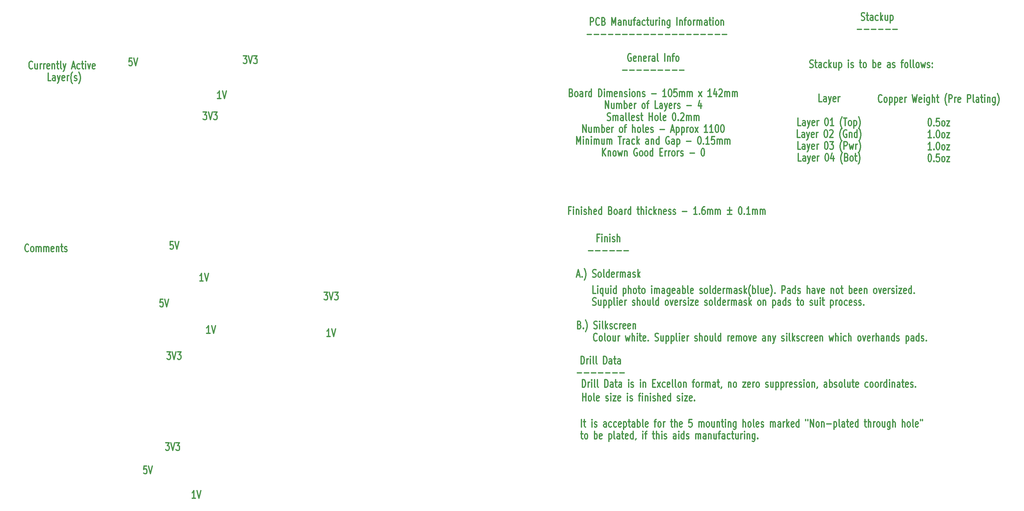
<source format=gbr>
G04 (created by PCBNEW-RS274X (2012-01-19 BZR 3256)-stable) date Tue 25 Sep 2012 19:38:28 BST*
G01*
G70*
G90*
%MOIN*%
G04 Gerber Fmt 3.4, Leading zero omitted, Abs format*
%FSLAX34Y34*%
G04 APERTURE LIST*
%ADD10C,0.009800*%
%ADD11C,0.012000*%
G04 APERTURE END LIST*
G54D10*
G54D11*
X63489Y-54044D02*
X63489Y-53244D01*
X63689Y-53510D02*
X63918Y-53510D01*
X63775Y-53244D02*
X63775Y-53930D01*
X63803Y-54006D01*
X63861Y-54044D01*
X63918Y-54044D01*
X64575Y-54044D02*
X64575Y-53510D01*
X64575Y-53244D02*
X64546Y-53282D01*
X64575Y-53320D01*
X64603Y-53282D01*
X64575Y-53244D01*
X64575Y-53320D01*
X64832Y-54006D02*
X64889Y-54044D01*
X65004Y-54044D01*
X65061Y-54006D01*
X65089Y-53930D01*
X65089Y-53891D01*
X65061Y-53815D01*
X65004Y-53777D01*
X64918Y-53777D01*
X64861Y-53739D01*
X64832Y-53663D01*
X64832Y-53625D01*
X64861Y-53549D01*
X64918Y-53510D01*
X65004Y-53510D01*
X65061Y-53549D01*
X66061Y-54044D02*
X66061Y-53625D01*
X66032Y-53549D01*
X65975Y-53510D01*
X65861Y-53510D01*
X65804Y-53549D01*
X66061Y-54006D02*
X66004Y-54044D01*
X65861Y-54044D01*
X65804Y-54006D01*
X65775Y-53930D01*
X65775Y-53853D01*
X65804Y-53777D01*
X65861Y-53739D01*
X66004Y-53739D01*
X66061Y-53701D01*
X66604Y-54006D02*
X66547Y-54044D01*
X66433Y-54044D01*
X66375Y-54006D01*
X66347Y-53968D01*
X66318Y-53891D01*
X66318Y-53663D01*
X66347Y-53587D01*
X66375Y-53549D01*
X66433Y-53510D01*
X66547Y-53510D01*
X66604Y-53549D01*
X67118Y-54006D02*
X67061Y-54044D01*
X66947Y-54044D01*
X66889Y-54006D01*
X66861Y-53968D01*
X66832Y-53891D01*
X66832Y-53663D01*
X66861Y-53587D01*
X66889Y-53549D01*
X66947Y-53510D01*
X67061Y-53510D01*
X67118Y-53549D01*
X67603Y-54006D02*
X67546Y-54044D01*
X67432Y-54044D01*
X67375Y-54006D01*
X67346Y-53930D01*
X67346Y-53625D01*
X67375Y-53549D01*
X67432Y-53510D01*
X67546Y-53510D01*
X67603Y-53549D01*
X67632Y-53625D01*
X67632Y-53701D01*
X67346Y-53777D01*
X67889Y-53510D02*
X67889Y-54310D01*
X67889Y-53549D02*
X67946Y-53510D01*
X68060Y-53510D01*
X68117Y-53549D01*
X68146Y-53587D01*
X68175Y-53663D01*
X68175Y-53891D01*
X68146Y-53968D01*
X68117Y-54006D01*
X68060Y-54044D01*
X67946Y-54044D01*
X67889Y-54006D01*
X68346Y-53510D02*
X68575Y-53510D01*
X68432Y-53244D02*
X68432Y-53930D01*
X68460Y-54006D01*
X68518Y-54044D01*
X68575Y-54044D01*
X69032Y-54044D02*
X69032Y-53625D01*
X69003Y-53549D01*
X68946Y-53510D01*
X68832Y-53510D01*
X68775Y-53549D01*
X69032Y-54006D02*
X68975Y-54044D01*
X68832Y-54044D01*
X68775Y-54006D01*
X68746Y-53930D01*
X68746Y-53853D01*
X68775Y-53777D01*
X68832Y-53739D01*
X68975Y-53739D01*
X69032Y-53701D01*
X69318Y-54044D02*
X69318Y-53244D01*
X69318Y-53549D02*
X69375Y-53510D01*
X69489Y-53510D01*
X69546Y-53549D01*
X69575Y-53587D01*
X69604Y-53663D01*
X69604Y-53891D01*
X69575Y-53968D01*
X69546Y-54006D01*
X69489Y-54044D01*
X69375Y-54044D01*
X69318Y-54006D01*
X69947Y-54044D02*
X69889Y-54006D01*
X69861Y-53930D01*
X69861Y-53244D01*
X70403Y-54006D02*
X70346Y-54044D01*
X70232Y-54044D01*
X70175Y-54006D01*
X70146Y-53930D01*
X70146Y-53625D01*
X70175Y-53549D01*
X70232Y-53510D01*
X70346Y-53510D01*
X70403Y-53549D01*
X70432Y-53625D01*
X70432Y-53701D01*
X70146Y-53777D01*
X71060Y-53510D02*
X71289Y-53510D01*
X71146Y-54044D02*
X71146Y-53358D01*
X71174Y-53282D01*
X71232Y-53244D01*
X71289Y-53244D01*
X71575Y-54044D02*
X71517Y-54006D01*
X71489Y-53968D01*
X71460Y-53891D01*
X71460Y-53663D01*
X71489Y-53587D01*
X71517Y-53549D01*
X71575Y-53510D01*
X71660Y-53510D01*
X71717Y-53549D01*
X71746Y-53587D01*
X71775Y-53663D01*
X71775Y-53891D01*
X71746Y-53968D01*
X71717Y-54006D01*
X71660Y-54044D01*
X71575Y-54044D01*
X72032Y-54044D02*
X72032Y-53510D01*
X72032Y-53663D02*
X72060Y-53587D01*
X72089Y-53549D01*
X72146Y-53510D01*
X72203Y-53510D01*
X72774Y-53510D02*
X73003Y-53510D01*
X72860Y-53244D02*
X72860Y-53930D01*
X72888Y-54006D01*
X72946Y-54044D01*
X73003Y-54044D01*
X73203Y-54044D02*
X73203Y-53244D01*
X73460Y-54044D02*
X73460Y-53625D01*
X73431Y-53549D01*
X73374Y-53510D01*
X73289Y-53510D01*
X73231Y-53549D01*
X73203Y-53587D01*
X73974Y-54006D02*
X73917Y-54044D01*
X73803Y-54044D01*
X73746Y-54006D01*
X73717Y-53930D01*
X73717Y-53625D01*
X73746Y-53549D01*
X73803Y-53510D01*
X73917Y-53510D01*
X73974Y-53549D01*
X74003Y-53625D01*
X74003Y-53701D01*
X73717Y-53777D01*
X75003Y-53244D02*
X74717Y-53244D01*
X74688Y-53625D01*
X74717Y-53587D01*
X74774Y-53549D01*
X74917Y-53549D01*
X74974Y-53587D01*
X75003Y-53625D01*
X75031Y-53701D01*
X75031Y-53891D01*
X75003Y-53968D01*
X74974Y-54006D01*
X74917Y-54044D01*
X74774Y-54044D01*
X74717Y-54006D01*
X74688Y-53968D01*
X75745Y-54044D02*
X75745Y-53510D01*
X75745Y-53587D02*
X75773Y-53549D01*
X75831Y-53510D01*
X75916Y-53510D01*
X75973Y-53549D01*
X76002Y-53625D01*
X76002Y-54044D01*
X76002Y-53625D02*
X76031Y-53549D01*
X76088Y-53510D01*
X76173Y-53510D01*
X76231Y-53549D01*
X76259Y-53625D01*
X76259Y-54044D01*
X76631Y-54044D02*
X76573Y-54006D01*
X76545Y-53968D01*
X76516Y-53891D01*
X76516Y-53663D01*
X76545Y-53587D01*
X76573Y-53549D01*
X76631Y-53510D01*
X76716Y-53510D01*
X76773Y-53549D01*
X76802Y-53587D01*
X76831Y-53663D01*
X76831Y-53891D01*
X76802Y-53968D01*
X76773Y-54006D01*
X76716Y-54044D01*
X76631Y-54044D01*
X77345Y-53510D02*
X77345Y-54044D01*
X77088Y-53510D02*
X77088Y-53930D01*
X77116Y-54006D01*
X77174Y-54044D01*
X77259Y-54044D01*
X77316Y-54006D01*
X77345Y-53968D01*
X77631Y-53510D02*
X77631Y-54044D01*
X77631Y-53587D02*
X77659Y-53549D01*
X77717Y-53510D01*
X77802Y-53510D01*
X77859Y-53549D01*
X77888Y-53625D01*
X77888Y-54044D01*
X78088Y-53510D02*
X78317Y-53510D01*
X78174Y-53244D02*
X78174Y-53930D01*
X78202Y-54006D01*
X78260Y-54044D01*
X78317Y-54044D01*
X78517Y-54044D02*
X78517Y-53510D01*
X78517Y-53244D02*
X78488Y-53282D01*
X78517Y-53320D01*
X78545Y-53282D01*
X78517Y-53244D01*
X78517Y-53320D01*
X78803Y-53510D02*
X78803Y-54044D01*
X78803Y-53587D02*
X78831Y-53549D01*
X78889Y-53510D01*
X78974Y-53510D01*
X79031Y-53549D01*
X79060Y-53625D01*
X79060Y-54044D01*
X79603Y-53510D02*
X79603Y-54158D01*
X79574Y-54234D01*
X79546Y-54272D01*
X79489Y-54310D01*
X79403Y-54310D01*
X79346Y-54272D01*
X79603Y-54006D02*
X79546Y-54044D01*
X79432Y-54044D01*
X79374Y-54006D01*
X79346Y-53968D01*
X79317Y-53891D01*
X79317Y-53663D01*
X79346Y-53587D01*
X79374Y-53549D01*
X79432Y-53510D01*
X79546Y-53510D01*
X79603Y-53549D01*
X80346Y-54044D02*
X80346Y-53244D01*
X80603Y-54044D02*
X80603Y-53625D01*
X80574Y-53549D01*
X80517Y-53510D01*
X80432Y-53510D01*
X80374Y-53549D01*
X80346Y-53587D01*
X80975Y-54044D02*
X80917Y-54006D01*
X80889Y-53968D01*
X80860Y-53891D01*
X80860Y-53663D01*
X80889Y-53587D01*
X80917Y-53549D01*
X80975Y-53510D01*
X81060Y-53510D01*
X81117Y-53549D01*
X81146Y-53587D01*
X81175Y-53663D01*
X81175Y-53891D01*
X81146Y-53968D01*
X81117Y-54006D01*
X81060Y-54044D01*
X80975Y-54044D01*
X81518Y-54044D02*
X81460Y-54006D01*
X81432Y-53930D01*
X81432Y-53244D01*
X81974Y-54006D02*
X81917Y-54044D01*
X81803Y-54044D01*
X81746Y-54006D01*
X81717Y-53930D01*
X81717Y-53625D01*
X81746Y-53549D01*
X81803Y-53510D01*
X81917Y-53510D01*
X81974Y-53549D01*
X82003Y-53625D01*
X82003Y-53701D01*
X81717Y-53777D01*
X82231Y-54006D02*
X82288Y-54044D01*
X82403Y-54044D01*
X82460Y-54006D01*
X82488Y-53930D01*
X82488Y-53891D01*
X82460Y-53815D01*
X82403Y-53777D01*
X82317Y-53777D01*
X82260Y-53739D01*
X82231Y-53663D01*
X82231Y-53625D01*
X82260Y-53549D01*
X82317Y-53510D01*
X82403Y-53510D01*
X82460Y-53549D01*
X83203Y-54044D02*
X83203Y-53510D01*
X83203Y-53587D02*
X83231Y-53549D01*
X83289Y-53510D01*
X83374Y-53510D01*
X83431Y-53549D01*
X83460Y-53625D01*
X83460Y-54044D01*
X83460Y-53625D02*
X83489Y-53549D01*
X83546Y-53510D01*
X83631Y-53510D01*
X83689Y-53549D01*
X83717Y-53625D01*
X83717Y-54044D01*
X84260Y-54044D02*
X84260Y-53625D01*
X84231Y-53549D01*
X84174Y-53510D01*
X84060Y-53510D01*
X84003Y-53549D01*
X84260Y-54006D02*
X84203Y-54044D01*
X84060Y-54044D01*
X84003Y-54006D01*
X83974Y-53930D01*
X83974Y-53853D01*
X84003Y-53777D01*
X84060Y-53739D01*
X84203Y-53739D01*
X84260Y-53701D01*
X84546Y-54044D02*
X84546Y-53510D01*
X84546Y-53663D02*
X84574Y-53587D01*
X84603Y-53549D01*
X84660Y-53510D01*
X84717Y-53510D01*
X84917Y-54044D02*
X84917Y-53244D01*
X84974Y-53739D02*
X85145Y-54044D01*
X85145Y-53510D02*
X84917Y-53815D01*
X85631Y-54006D02*
X85574Y-54044D01*
X85460Y-54044D01*
X85403Y-54006D01*
X85374Y-53930D01*
X85374Y-53625D01*
X85403Y-53549D01*
X85460Y-53510D01*
X85574Y-53510D01*
X85631Y-53549D01*
X85660Y-53625D01*
X85660Y-53701D01*
X85374Y-53777D01*
X86174Y-54044D02*
X86174Y-53244D01*
X86174Y-54006D02*
X86117Y-54044D01*
X86003Y-54044D01*
X85945Y-54006D01*
X85917Y-53968D01*
X85888Y-53891D01*
X85888Y-53663D01*
X85917Y-53587D01*
X85945Y-53549D01*
X86003Y-53510D01*
X86117Y-53510D01*
X86174Y-53549D01*
X86888Y-53244D02*
X86888Y-53396D01*
X87117Y-53244D02*
X87117Y-53396D01*
X87374Y-54044D02*
X87374Y-53244D01*
X87717Y-54044D01*
X87717Y-53244D01*
X88089Y-54044D02*
X88031Y-54006D01*
X88003Y-53968D01*
X87974Y-53891D01*
X87974Y-53663D01*
X88003Y-53587D01*
X88031Y-53549D01*
X88089Y-53510D01*
X88174Y-53510D01*
X88231Y-53549D01*
X88260Y-53587D01*
X88289Y-53663D01*
X88289Y-53891D01*
X88260Y-53968D01*
X88231Y-54006D01*
X88174Y-54044D01*
X88089Y-54044D01*
X88546Y-53510D02*
X88546Y-54044D01*
X88546Y-53587D02*
X88574Y-53549D01*
X88632Y-53510D01*
X88717Y-53510D01*
X88774Y-53549D01*
X88803Y-53625D01*
X88803Y-54044D01*
X89089Y-53739D02*
X89546Y-53739D01*
X89832Y-53510D02*
X89832Y-54310D01*
X89832Y-53549D02*
X89889Y-53510D01*
X90003Y-53510D01*
X90060Y-53549D01*
X90089Y-53587D01*
X90118Y-53663D01*
X90118Y-53891D01*
X90089Y-53968D01*
X90060Y-54006D01*
X90003Y-54044D01*
X89889Y-54044D01*
X89832Y-54006D01*
X90461Y-54044D02*
X90403Y-54006D01*
X90375Y-53930D01*
X90375Y-53244D01*
X90946Y-54044D02*
X90946Y-53625D01*
X90917Y-53549D01*
X90860Y-53510D01*
X90746Y-53510D01*
X90689Y-53549D01*
X90946Y-54006D02*
X90889Y-54044D01*
X90746Y-54044D01*
X90689Y-54006D01*
X90660Y-53930D01*
X90660Y-53853D01*
X90689Y-53777D01*
X90746Y-53739D01*
X90889Y-53739D01*
X90946Y-53701D01*
X91146Y-53510D02*
X91375Y-53510D01*
X91232Y-53244D02*
X91232Y-53930D01*
X91260Y-54006D01*
X91318Y-54044D01*
X91375Y-54044D01*
X91803Y-54006D02*
X91746Y-54044D01*
X91632Y-54044D01*
X91575Y-54006D01*
X91546Y-53930D01*
X91546Y-53625D01*
X91575Y-53549D01*
X91632Y-53510D01*
X91746Y-53510D01*
X91803Y-53549D01*
X91832Y-53625D01*
X91832Y-53701D01*
X91546Y-53777D01*
X92346Y-54044D02*
X92346Y-53244D01*
X92346Y-54006D02*
X92289Y-54044D01*
X92175Y-54044D01*
X92117Y-54006D01*
X92089Y-53968D01*
X92060Y-53891D01*
X92060Y-53663D01*
X92089Y-53587D01*
X92117Y-53549D01*
X92175Y-53510D01*
X92289Y-53510D01*
X92346Y-53549D01*
X93003Y-53510D02*
X93232Y-53510D01*
X93089Y-53244D02*
X93089Y-53930D01*
X93117Y-54006D01*
X93175Y-54044D01*
X93232Y-54044D01*
X93432Y-54044D02*
X93432Y-53244D01*
X93689Y-54044D02*
X93689Y-53625D01*
X93660Y-53549D01*
X93603Y-53510D01*
X93518Y-53510D01*
X93460Y-53549D01*
X93432Y-53587D01*
X93975Y-54044D02*
X93975Y-53510D01*
X93975Y-53663D02*
X94003Y-53587D01*
X94032Y-53549D01*
X94089Y-53510D01*
X94146Y-53510D01*
X94432Y-54044D02*
X94374Y-54006D01*
X94346Y-53968D01*
X94317Y-53891D01*
X94317Y-53663D01*
X94346Y-53587D01*
X94374Y-53549D01*
X94432Y-53510D01*
X94517Y-53510D01*
X94574Y-53549D01*
X94603Y-53587D01*
X94632Y-53663D01*
X94632Y-53891D01*
X94603Y-53968D01*
X94574Y-54006D01*
X94517Y-54044D01*
X94432Y-54044D01*
X95146Y-53510D02*
X95146Y-54044D01*
X94889Y-53510D02*
X94889Y-53930D01*
X94917Y-54006D01*
X94975Y-54044D01*
X95060Y-54044D01*
X95117Y-54006D01*
X95146Y-53968D01*
X95689Y-53510D02*
X95689Y-54158D01*
X95660Y-54234D01*
X95632Y-54272D01*
X95575Y-54310D01*
X95489Y-54310D01*
X95432Y-54272D01*
X95689Y-54006D02*
X95632Y-54044D01*
X95518Y-54044D01*
X95460Y-54006D01*
X95432Y-53968D01*
X95403Y-53891D01*
X95403Y-53663D01*
X95432Y-53587D01*
X95460Y-53549D01*
X95518Y-53510D01*
X95632Y-53510D01*
X95689Y-53549D01*
X95975Y-54044D02*
X95975Y-53244D01*
X96232Y-54044D02*
X96232Y-53625D01*
X96203Y-53549D01*
X96146Y-53510D01*
X96061Y-53510D01*
X96003Y-53549D01*
X95975Y-53587D01*
X96975Y-54044D02*
X96975Y-53244D01*
X97232Y-54044D02*
X97232Y-53625D01*
X97203Y-53549D01*
X97146Y-53510D01*
X97061Y-53510D01*
X97003Y-53549D01*
X96975Y-53587D01*
X97604Y-54044D02*
X97546Y-54006D01*
X97518Y-53968D01*
X97489Y-53891D01*
X97489Y-53663D01*
X97518Y-53587D01*
X97546Y-53549D01*
X97604Y-53510D01*
X97689Y-53510D01*
X97746Y-53549D01*
X97775Y-53587D01*
X97804Y-53663D01*
X97804Y-53891D01*
X97775Y-53968D01*
X97746Y-54006D01*
X97689Y-54044D01*
X97604Y-54044D01*
X98147Y-54044D02*
X98089Y-54006D01*
X98061Y-53930D01*
X98061Y-53244D01*
X98603Y-54006D02*
X98546Y-54044D01*
X98432Y-54044D01*
X98375Y-54006D01*
X98346Y-53930D01*
X98346Y-53625D01*
X98375Y-53549D01*
X98432Y-53510D01*
X98546Y-53510D01*
X98603Y-53549D01*
X98632Y-53625D01*
X98632Y-53701D01*
X98346Y-53777D01*
X98860Y-53244D02*
X98860Y-53396D01*
X99089Y-53244D02*
X99089Y-53396D01*
X63403Y-54750D02*
X63632Y-54750D01*
X63489Y-54484D02*
X63489Y-55170D01*
X63517Y-55246D01*
X63575Y-55284D01*
X63632Y-55284D01*
X63918Y-55284D02*
X63860Y-55246D01*
X63832Y-55208D01*
X63803Y-55131D01*
X63803Y-54903D01*
X63832Y-54827D01*
X63860Y-54789D01*
X63918Y-54750D01*
X64003Y-54750D01*
X64060Y-54789D01*
X64089Y-54827D01*
X64118Y-54903D01*
X64118Y-55131D01*
X64089Y-55208D01*
X64060Y-55246D01*
X64003Y-55284D01*
X63918Y-55284D01*
X64832Y-55284D02*
X64832Y-54484D01*
X64832Y-54789D02*
X64889Y-54750D01*
X65003Y-54750D01*
X65060Y-54789D01*
X65089Y-54827D01*
X65118Y-54903D01*
X65118Y-55131D01*
X65089Y-55208D01*
X65060Y-55246D01*
X65003Y-55284D01*
X64889Y-55284D01*
X64832Y-55246D01*
X65603Y-55246D02*
X65546Y-55284D01*
X65432Y-55284D01*
X65375Y-55246D01*
X65346Y-55170D01*
X65346Y-54865D01*
X65375Y-54789D01*
X65432Y-54750D01*
X65546Y-54750D01*
X65603Y-54789D01*
X65632Y-54865D01*
X65632Y-54941D01*
X65346Y-55017D01*
X66346Y-54750D02*
X66346Y-55550D01*
X66346Y-54789D02*
X66403Y-54750D01*
X66517Y-54750D01*
X66574Y-54789D01*
X66603Y-54827D01*
X66632Y-54903D01*
X66632Y-55131D01*
X66603Y-55208D01*
X66574Y-55246D01*
X66517Y-55284D01*
X66403Y-55284D01*
X66346Y-55246D01*
X66975Y-55284D02*
X66917Y-55246D01*
X66889Y-55170D01*
X66889Y-54484D01*
X67460Y-55284D02*
X67460Y-54865D01*
X67431Y-54789D01*
X67374Y-54750D01*
X67260Y-54750D01*
X67203Y-54789D01*
X67460Y-55246D02*
X67403Y-55284D01*
X67260Y-55284D01*
X67203Y-55246D01*
X67174Y-55170D01*
X67174Y-55093D01*
X67203Y-55017D01*
X67260Y-54979D01*
X67403Y-54979D01*
X67460Y-54941D01*
X67660Y-54750D02*
X67889Y-54750D01*
X67746Y-54484D02*
X67746Y-55170D01*
X67774Y-55246D01*
X67832Y-55284D01*
X67889Y-55284D01*
X68317Y-55246D02*
X68260Y-55284D01*
X68146Y-55284D01*
X68089Y-55246D01*
X68060Y-55170D01*
X68060Y-54865D01*
X68089Y-54789D01*
X68146Y-54750D01*
X68260Y-54750D01*
X68317Y-54789D01*
X68346Y-54865D01*
X68346Y-54941D01*
X68060Y-55017D01*
X68860Y-55284D02*
X68860Y-54484D01*
X68860Y-55246D02*
X68803Y-55284D01*
X68689Y-55284D01*
X68631Y-55246D01*
X68603Y-55208D01*
X68574Y-55131D01*
X68574Y-54903D01*
X68603Y-54827D01*
X68631Y-54789D01*
X68689Y-54750D01*
X68803Y-54750D01*
X68860Y-54789D01*
X69174Y-55246D02*
X69174Y-55284D01*
X69146Y-55360D01*
X69117Y-55398D01*
X69889Y-55284D02*
X69889Y-54750D01*
X69889Y-54484D02*
X69860Y-54522D01*
X69889Y-54560D01*
X69917Y-54522D01*
X69889Y-54484D01*
X69889Y-54560D01*
X70089Y-54750D02*
X70318Y-54750D01*
X70175Y-55284D02*
X70175Y-54598D01*
X70203Y-54522D01*
X70261Y-54484D01*
X70318Y-54484D01*
X70889Y-54750D02*
X71118Y-54750D01*
X70975Y-54484D02*
X70975Y-55170D01*
X71003Y-55246D01*
X71061Y-55284D01*
X71118Y-55284D01*
X71318Y-55284D02*
X71318Y-54484D01*
X71575Y-55284D02*
X71575Y-54865D01*
X71546Y-54789D01*
X71489Y-54750D01*
X71404Y-54750D01*
X71346Y-54789D01*
X71318Y-54827D01*
X71861Y-55284D02*
X71861Y-54750D01*
X71861Y-54484D02*
X71832Y-54522D01*
X71861Y-54560D01*
X71889Y-54522D01*
X71861Y-54484D01*
X71861Y-54560D01*
X72118Y-55246D02*
X72175Y-55284D01*
X72290Y-55284D01*
X72347Y-55246D01*
X72375Y-55170D01*
X72375Y-55131D01*
X72347Y-55055D01*
X72290Y-55017D01*
X72204Y-55017D01*
X72147Y-54979D01*
X72118Y-54903D01*
X72118Y-54865D01*
X72147Y-54789D01*
X72204Y-54750D01*
X72290Y-54750D01*
X72347Y-54789D01*
X73347Y-55284D02*
X73347Y-54865D01*
X73318Y-54789D01*
X73261Y-54750D01*
X73147Y-54750D01*
X73090Y-54789D01*
X73347Y-55246D02*
X73290Y-55284D01*
X73147Y-55284D01*
X73090Y-55246D01*
X73061Y-55170D01*
X73061Y-55093D01*
X73090Y-55017D01*
X73147Y-54979D01*
X73290Y-54979D01*
X73347Y-54941D01*
X73633Y-55284D02*
X73633Y-54750D01*
X73633Y-54484D02*
X73604Y-54522D01*
X73633Y-54560D01*
X73661Y-54522D01*
X73633Y-54484D01*
X73633Y-54560D01*
X74176Y-55284D02*
X74176Y-54484D01*
X74176Y-55246D02*
X74119Y-55284D01*
X74005Y-55284D01*
X73947Y-55246D01*
X73919Y-55208D01*
X73890Y-55131D01*
X73890Y-54903D01*
X73919Y-54827D01*
X73947Y-54789D01*
X74005Y-54750D01*
X74119Y-54750D01*
X74176Y-54789D01*
X74433Y-55246D02*
X74490Y-55284D01*
X74605Y-55284D01*
X74662Y-55246D01*
X74690Y-55170D01*
X74690Y-55131D01*
X74662Y-55055D01*
X74605Y-55017D01*
X74519Y-55017D01*
X74462Y-54979D01*
X74433Y-54903D01*
X74433Y-54865D01*
X74462Y-54789D01*
X74519Y-54750D01*
X74605Y-54750D01*
X74662Y-54789D01*
X75405Y-55284D02*
X75405Y-54750D01*
X75405Y-54827D02*
X75433Y-54789D01*
X75491Y-54750D01*
X75576Y-54750D01*
X75633Y-54789D01*
X75662Y-54865D01*
X75662Y-55284D01*
X75662Y-54865D02*
X75691Y-54789D01*
X75748Y-54750D01*
X75833Y-54750D01*
X75891Y-54789D01*
X75919Y-54865D01*
X75919Y-55284D01*
X76462Y-55284D02*
X76462Y-54865D01*
X76433Y-54789D01*
X76376Y-54750D01*
X76262Y-54750D01*
X76205Y-54789D01*
X76462Y-55246D02*
X76405Y-55284D01*
X76262Y-55284D01*
X76205Y-55246D01*
X76176Y-55170D01*
X76176Y-55093D01*
X76205Y-55017D01*
X76262Y-54979D01*
X76405Y-54979D01*
X76462Y-54941D01*
X76748Y-54750D02*
X76748Y-55284D01*
X76748Y-54827D02*
X76776Y-54789D01*
X76834Y-54750D01*
X76919Y-54750D01*
X76976Y-54789D01*
X77005Y-54865D01*
X77005Y-55284D01*
X77548Y-54750D02*
X77548Y-55284D01*
X77291Y-54750D02*
X77291Y-55170D01*
X77319Y-55246D01*
X77377Y-55284D01*
X77462Y-55284D01*
X77519Y-55246D01*
X77548Y-55208D01*
X77748Y-54750D02*
X77977Y-54750D01*
X77834Y-55284D02*
X77834Y-54598D01*
X77862Y-54522D01*
X77920Y-54484D01*
X77977Y-54484D01*
X78434Y-55284D02*
X78434Y-54865D01*
X78405Y-54789D01*
X78348Y-54750D01*
X78234Y-54750D01*
X78177Y-54789D01*
X78434Y-55246D02*
X78377Y-55284D01*
X78234Y-55284D01*
X78177Y-55246D01*
X78148Y-55170D01*
X78148Y-55093D01*
X78177Y-55017D01*
X78234Y-54979D01*
X78377Y-54979D01*
X78434Y-54941D01*
X78977Y-55246D02*
X78920Y-55284D01*
X78806Y-55284D01*
X78748Y-55246D01*
X78720Y-55208D01*
X78691Y-55131D01*
X78691Y-54903D01*
X78720Y-54827D01*
X78748Y-54789D01*
X78806Y-54750D01*
X78920Y-54750D01*
X78977Y-54789D01*
X79148Y-54750D02*
X79377Y-54750D01*
X79234Y-54484D02*
X79234Y-55170D01*
X79262Y-55246D01*
X79320Y-55284D01*
X79377Y-55284D01*
X79834Y-54750D02*
X79834Y-55284D01*
X79577Y-54750D02*
X79577Y-55170D01*
X79605Y-55246D01*
X79663Y-55284D01*
X79748Y-55284D01*
X79805Y-55246D01*
X79834Y-55208D01*
X80120Y-55284D02*
X80120Y-54750D01*
X80120Y-54903D02*
X80148Y-54827D01*
X80177Y-54789D01*
X80234Y-54750D01*
X80291Y-54750D01*
X80491Y-55284D02*
X80491Y-54750D01*
X80491Y-54484D02*
X80462Y-54522D01*
X80491Y-54560D01*
X80519Y-54522D01*
X80491Y-54484D01*
X80491Y-54560D01*
X80777Y-54750D02*
X80777Y-55284D01*
X80777Y-54827D02*
X80805Y-54789D01*
X80863Y-54750D01*
X80948Y-54750D01*
X81005Y-54789D01*
X81034Y-54865D01*
X81034Y-55284D01*
X81577Y-54750D02*
X81577Y-55398D01*
X81548Y-55474D01*
X81520Y-55512D01*
X81463Y-55550D01*
X81377Y-55550D01*
X81320Y-55512D01*
X81577Y-55246D02*
X81520Y-55284D01*
X81406Y-55284D01*
X81348Y-55246D01*
X81320Y-55208D01*
X81291Y-55131D01*
X81291Y-54903D01*
X81320Y-54827D01*
X81348Y-54789D01*
X81406Y-54750D01*
X81520Y-54750D01*
X81577Y-54789D01*
X81863Y-55208D02*
X81891Y-55246D01*
X81863Y-55284D01*
X81834Y-55246D01*
X81863Y-55208D01*
X81863Y-55284D01*
X06165Y-16547D02*
X06136Y-16585D01*
X06050Y-16623D01*
X05993Y-16623D01*
X05908Y-16585D01*
X05850Y-16509D01*
X05822Y-16432D01*
X05793Y-16280D01*
X05793Y-16166D01*
X05822Y-16013D01*
X05850Y-15937D01*
X05908Y-15861D01*
X05993Y-15823D01*
X06050Y-15823D01*
X06136Y-15861D01*
X06165Y-15899D01*
X06679Y-16089D02*
X06679Y-16623D01*
X06422Y-16089D02*
X06422Y-16509D01*
X06450Y-16585D01*
X06508Y-16623D01*
X06593Y-16623D01*
X06650Y-16585D01*
X06679Y-16547D01*
X06965Y-16623D02*
X06965Y-16089D01*
X06965Y-16242D02*
X06993Y-16166D01*
X07022Y-16128D01*
X07079Y-16089D01*
X07136Y-16089D01*
X07336Y-16623D02*
X07336Y-16089D01*
X07336Y-16242D02*
X07364Y-16166D01*
X07393Y-16128D01*
X07450Y-16089D01*
X07507Y-16089D01*
X07935Y-16585D02*
X07878Y-16623D01*
X07764Y-16623D01*
X07707Y-16585D01*
X07678Y-16509D01*
X07678Y-16204D01*
X07707Y-16128D01*
X07764Y-16089D01*
X07878Y-16089D01*
X07935Y-16128D01*
X07964Y-16204D01*
X07964Y-16280D01*
X07678Y-16356D01*
X08221Y-16089D02*
X08221Y-16623D01*
X08221Y-16166D02*
X08249Y-16128D01*
X08307Y-16089D01*
X08392Y-16089D01*
X08449Y-16128D01*
X08478Y-16204D01*
X08478Y-16623D01*
X08678Y-16089D02*
X08907Y-16089D01*
X08764Y-15823D02*
X08764Y-16509D01*
X08792Y-16585D01*
X08850Y-16623D01*
X08907Y-16623D01*
X09193Y-16623D02*
X09135Y-16585D01*
X09107Y-16509D01*
X09107Y-15823D01*
X09364Y-16089D02*
X09507Y-16623D01*
X09649Y-16089D02*
X09507Y-16623D01*
X09449Y-16813D01*
X09421Y-16851D01*
X09364Y-16889D01*
X10306Y-16394D02*
X10592Y-16394D01*
X10249Y-16623D02*
X10449Y-15823D01*
X10649Y-16623D01*
X11106Y-16585D02*
X11049Y-16623D01*
X10935Y-16623D01*
X10877Y-16585D01*
X10849Y-16547D01*
X10820Y-16470D01*
X10820Y-16242D01*
X10849Y-16166D01*
X10877Y-16128D01*
X10935Y-16089D01*
X11049Y-16089D01*
X11106Y-16128D01*
X11277Y-16089D02*
X11506Y-16089D01*
X11363Y-15823D02*
X11363Y-16509D01*
X11391Y-16585D01*
X11449Y-16623D01*
X11506Y-16623D01*
X11706Y-16623D02*
X11706Y-16089D01*
X11706Y-15823D02*
X11677Y-15861D01*
X11706Y-15899D01*
X11734Y-15861D01*
X11706Y-15823D01*
X11706Y-15899D01*
X11935Y-16089D02*
X12078Y-16623D01*
X12220Y-16089D01*
X12677Y-16585D02*
X12620Y-16623D01*
X12506Y-16623D01*
X12449Y-16585D01*
X12420Y-16509D01*
X12420Y-16204D01*
X12449Y-16128D01*
X12506Y-16089D01*
X12620Y-16089D01*
X12677Y-16128D01*
X12706Y-16204D01*
X12706Y-16280D01*
X12420Y-16356D01*
X08079Y-17863D02*
X07793Y-17863D01*
X07793Y-17063D01*
X08536Y-17863D02*
X08536Y-17444D01*
X08507Y-17368D01*
X08450Y-17329D01*
X08336Y-17329D01*
X08279Y-17368D01*
X08536Y-17825D02*
X08479Y-17863D01*
X08336Y-17863D01*
X08279Y-17825D01*
X08250Y-17749D01*
X08250Y-17672D01*
X08279Y-17596D01*
X08336Y-17558D01*
X08479Y-17558D01*
X08536Y-17520D01*
X08765Y-17329D02*
X08908Y-17863D01*
X09050Y-17329D02*
X08908Y-17863D01*
X08850Y-18053D01*
X08822Y-18091D01*
X08765Y-18129D01*
X09507Y-17825D02*
X09450Y-17863D01*
X09336Y-17863D01*
X09279Y-17825D01*
X09250Y-17749D01*
X09250Y-17444D01*
X09279Y-17368D01*
X09336Y-17329D01*
X09450Y-17329D01*
X09507Y-17368D01*
X09536Y-17444D01*
X09536Y-17520D01*
X09250Y-17596D01*
X09793Y-17863D02*
X09793Y-17329D01*
X09793Y-17482D02*
X09821Y-17406D01*
X09850Y-17368D01*
X09907Y-17329D01*
X09964Y-17329D01*
X10335Y-18168D02*
X10307Y-18129D01*
X10250Y-18015D01*
X10221Y-17939D01*
X10192Y-17825D01*
X10164Y-17634D01*
X10164Y-17482D01*
X10192Y-17291D01*
X10221Y-17177D01*
X10250Y-17101D01*
X10307Y-16987D01*
X10335Y-16949D01*
X10535Y-17825D02*
X10592Y-17863D01*
X10707Y-17863D01*
X10764Y-17825D01*
X10792Y-17749D01*
X10792Y-17710D01*
X10764Y-17634D01*
X10707Y-17596D01*
X10621Y-17596D01*
X10564Y-17558D01*
X10535Y-17482D01*
X10535Y-17444D01*
X10564Y-17368D01*
X10621Y-17329D01*
X10707Y-17329D01*
X10764Y-17368D01*
X10993Y-18168D02*
X11021Y-18129D01*
X11078Y-18015D01*
X11107Y-17939D01*
X11136Y-17825D01*
X11164Y-17634D01*
X11164Y-17482D01*
X11136Y-17291D01*
X11107Y-17177D01*
X11078Y-17101D01*
X11021Y-16987D01*
X10993Y-16949D01*
X92693Y-11517D02*
X92779Y-11555D01*
X92922Y-11555D01*
X92979Y-11517D01*
X93008Y-11479D01*
X93036Y-11402D01*
X93036Y-11326D01*
X93008Y-11250D01*
X92979Y-11212D01*
X92922Y-11174D01*
X92808Y-11136D01*
X92750Y-11098D01*
X92722Y-11060D01*
X92693Y-10983D01*
X92693Y-10907D01*
X92722Y-10831D01*
X92750Y-10793D01*
X92808Y-10755D01*
X92950Y-10755D01*
X93036Y-10793D01*
X93207Y-11021D02*
X93436Y-11021D01*
X93293Y-10755D02*
X93293Y-11441D01*
X93321Y-11517D01*
X93379Y-11555D01*
X93436Y-11555D01*
X93893Y-11555D02*
X93893Y-11136D01*
X93864Y-11060D01*
X93807Y-11021D01*
X93693Y-11021D01*
X93636Y-11060D01*
X93893Y-11517D02*
X93836Y-11555D01*
X93693Y-11555D01*
X93636Y-11517D01*
X93607Y-11441D01*
X93607Y-11364D01*
X93636Y-11288D01*
X93693Y-11250D01*
X93836Y-11250D01*
X93893Y-11212D01*
X94436Y-11517D02*
X94379Y-11555D01*
X94265Y-11555D01*
X94207Y-11517D01*
X94179Y-11479D01*
X94150Y-11402D01*
X94150Y-11174D01*
X94179Y-11098D01*
X94207Y-11060D01*
X94265Y-11021D01*
X94379Y-11021D01*
X94436Y-11060D01*
X94693Y-11555D02*
X94693Y-10755D01*
X94750Y-11250D02*
X94921Y-11555D01*
X94921Y-11021D02*
X94693Y-11326D01*
X95436Y-11021D02*
X95436Y-11555D01*
X95179Y-11021D02*
X95179Y-11441D01*
X95207Y-11517D01*
X95265Y-11555D01*
X95350Y-11555D01*
X95407Y-11517D01*
X95436Y-11479D01*
X95722Y-11021D02*
X95722Y-11821D01*
X95722Y-11060D02*
X95779Y-11021D01*
X95893Y-11021D01*
X95950Y-11060D01*
X95979Y-11098D01*
X96008Y-11174D01*
X96008Y-11402D01*
X95979Y-11479D01*
X95950Y-11517D01*
X95893Y-11555D01*
X95779Y-11555D01*
X95722Y-11517D01*
X92264Y-12490D02*
X92721Y-12490D01*
X93007Y-12490D02*
X93464Y-12490D01*
X93750Y-12490D02*
X94207Y-12490D01*
X94493Y-12490D02*
X94950Y-12490D01*
X95236Y-12490D02*
X95693Y-12490D01*
X95979Y-12490D02*
X96436Y-12490D01*
X05751Y-35661D02*
X05722Y-35699D01*
X05636Y-35737D01*
X05579Y-35737D01*
X05494Y-35699D01*
X05436Y-35623D01*
X05408Y-35546D01*
X05379Y-35394D01*
X05379Y-35280D01*
X05408Y-35127D01*
X05436Y-35051D01*
X05494Y-34975D01*
X05579Y-34937D01*
X05636Y-34937D01*
X05722Y-34975D01*
X05751Y-35013D01*
X06094Y-35737D02*
X06036Y-35699D01*
X06008Y-35661D01*
X05979Y-35584D01*
X05979Y-35356D01*
X06008Y-35280D01*
X06036Y-35242D01*
X06094Y-35203D01*
X06179Y-35203D01*
X06236Y-35242D01*
X06265Y-35280D01*
X06294Y-35356D01*
X06294Y-35584D01*
X06265Y-35661D01*
X06236Y-35699D01*
X06179Y-35737D01*
X06094Y-35737D01*
X06551Y-35737D02*
X06551Y-35203D01*
X06551Y-35280D02*
X06579Y-35242D01*
X06637Y-35203D01*
X06722Y-35203D01*
X06779Y-35242D01*
X06808Y-35318D01*
X06808Y-35737D01*
X06808Y-35318D02*
X06837Y-35242D01*
X06894Y-35203D01*
X06979Y-35203D01*
X07037Y-35242D01*
X07065Y-35318D01*
X07065Y-35737D01*
X07351Y-35737D02*
X07351Y-35203D01*
X07351Y-35280D02*
X07379Y-35242D01*
X07437Y-35203D01*
X07522Y-35203D01*
X07579Y-35242D01*
X07608Y-35318D01*
X07608Y-35737D01*
X07608Y-35318D02*
X07637Y-35242D01*
X07694Y-35203D01*
X07779Y-35203D01*
X07837Y-35242D01*
X07865Y-35318D01*
X07865Y-35737D01*
X08379Y-35699D02*
X08322Y-35737D01*
X08208Y-35737D01*
X08151Y-35699D01*
X08122Y-35623D01*
X08122Y-35318D01*
X08151Y-35242D01*
X08208Y-35203D01*
X08322Y-35203D01*
X08379Y-35242D01*
X08408Y-35318D01*
X08408Y-35394D01*
X08122Y-35470D01*
X08665Y-35203D02*
X08665Y-35737D01*
X08665Y-35280D02*
X08693Y-35242D01*
X08751Y-35203D01*
X08836Y-35203D01*
X08893Y-35242D01*
X08922Y-35318D01*
X08922Y-35737D01*
X09122Y-35203D02*
X09351Y-35203D01*
X09208Y-34937D02*
X09208Y-35623D01*
X09236Y-35699D01*
X09294Y-35737D01*
X09351Y-35737D01*
X09522Y-35699D02*
X09579Y-35737D01*
X09694Y-35737D01*
X09751Y-35699D01*
X09779Y-35623D01*
X09779Y-35584D01*
X09751Y-35508D01*
X09694Y-35470D01*
X09608Y-35470D01*
X09551Y-35432D01*
X09522Y-35356D01*
X09522Y-35318D01*
X09551Y-35242D01*
X09608Y-35203D01*
X09694Y-35203D01*
X09751Y-35242D01*
X18087Y-58124D02*
X17801Y-58124D01*
X17772Y-58505D01*
X17801Y-58467D01*
X17858Y-58429D01*
X18001Y-58429D01*
X18058Y-58467D01*
X18087Y-58505D01*
X18115Y-58581D01*
X18115Y-58771D01*
X18087Y-58848D01*
X18058Y-58886D01*
X18001Y-58924D01*
X17858Y-58924D01*
X17801Y-58886D01*
X17772Y-58848D01*
X18286Y-58124D02*
X18486Y-58924D01*
X18686Y-58124D01*
X20065Y-55685D02*
X20436Y-55685D01*
X20236Y-55990D01*
X20322Y-55990D01*
X20379Y-56028D01*
X20408Y-56066D01*
X20436Y-56142D01*
X20436Y-56332D01*
X20408Y-56409D01*
X20379Y-56447D01*
X20322Y-56485D01*
X20150Y-56485D01*
X20093Y-56447D01*
X20065Y-56409D01*
X20607Y-55685D02*
X20807Y-56485D01*
X21007Y-55685D01*
X21150Y-55685D02*
X21521Y-55685D01*
X21321Y-55990D01*
X21407Y-55990D01*
X21464Y-56028D01*
X21493Y-56066D01*
X21521Y-56142D01*
X21521Y-56332D01*
X21493Y-56409D01*
X21464Y-56447D01*
X21407Y-56485D01*
X21235Y-56485D01*
X21178Y-56447D01*
X21150Y-56409D01*
X23173Y-61495D02*
X22830Y-61495D01*
X23002Y-61495D02*
X23002Y-60695D01*
X22945Y-60809D01*
X22887Y-60885D01*
X22830Y-60923D01*
X23344Y-60695D02*
X23544Y-61495D01*
X23744Y-60695D01*
X16550Y-15498D02*
X16264Y-15498D01*
X16235Y-15879D01*
X16264Y-15841D01*
X16321Y-15803D01*
X16464Y-15803D01*
X16521Y-15841D01*
X16550Y-15879D01*
X16578Y-15955D01*
X16578Y-16145D01*
X16550Y-16222D01*
X16521Y-16260D01*
X16464Y-16298D01*
X16321Y-16298D01*
X16264Y-16260D01*
X16235Y-16222D01*
X16749Y-15498D02*
X16949Y-16298D01*
X17149Y-15498D01*
X28165Y-15262D02*
X28536Y-15262D01*
X28336Y-15567D01*
X28422Y-15567D01*
X28479Y-15605D01*
X28508Y-15643D01*
X28536Y-15719D01*
X28536Y-15909D01*
X28508Y-15986D01*
X28479Y-16024D01*
X28422Y-16062D01*
X28250Y-16062D01*
X28193Y-16024D01*
X28165Y-15986D01*
X28707Y-15262D02*
X28907Y-16062D01*
X29107Y-15262D01*
X29250Y-15262D02*
X29621Y-15262D01*
X29421Y-15567D01*
X29507Y-15567D01*
X29564Y-15605D01*
X29593Y-15643D01*
X29621Y-15719D01*
X29621Y-15909D01*
X29593Y-15986D01*
X29564Y-16024D01*
X29507Y-16062D01*
X29335Y-16062D01*
X29278Y-16024D01*
X29250Y-15986D01*
X25830Y-19733D02*
X25487Y-19733D01*
X25659Y-19733D02*
X25659Y-18933D01*
X25602Y-19047D01*
X25544Y-19123D01*
X25487Y-19161D01*
X26001Y-18933D02*
X26201Y-19733D01*
X26401Y-18933D01*
X23982Y-21128D02*
X24353Y-21128D01*
X24153Y-21433D01*
X24239Y-21433D01*
X24296Y-21471D01*
X24325Y-21509D01*
X24353Y-21585D01*
X24353Y-21775D01*
X24325Y-21852D01*
X24296Y-21890D01*
X24239Y-21928D01*
X24067Y-21928D01*
X24010Y-21890D01*
X23982Y-21852D01*
X24524Y-21128D02*
X24724Y-21928D01*
X24924Y-21128D01*
X25067Y-21128D02*
X25438Y-21128D01*
X25238Y-21433D01*
X25324Y-21433D01*
X25381Y-21471D01*
X25410Y-21509D01*
X25438Y-21585D01*
X25438Y-21775D01*
X25410Y-21852D01*
X25381Y-21890D01*
X25324Y-21928D01*
X25152Y-21928D01*
X25095Y-21890D01*
X25067Y-21852D01*
X20842Y-34672D02*
X20556Y-34672D01*
X20527Y-35053D01*
X20556Y-35015D01*
X20613Y-34977D01*
X20756Y-34977D01*
X20813Y-35015D01*
X20842Y-35053D01*
X20870Y-35129D01*
X20870Y-35319D01*
X20842Y-35396D01*
X20813Y-35434D01*
X20756Y-35472D01*
X20613Y-35472D01*
X20556Y-35434D01*
X20527Y-35396D01*
X21041Y-34672D02*
X21241Y-35472D01*
X21441Y-34672D01*
X23980Y-38798D02*
X23637Y-38798D01*
X23809Y-38798D02*
X23809Y-37998D01*
X23752Y-38112D01*
X23694Y-38188D01*
X23637Y-38226D01*
X24151Y-37998D02*
X24351Y-38798D01*
X24551Y-37998D01*
X20213Y-46178D02*
X20584Y-46178D01*
X20384Y-46483D01*
X20470Y-46483D01*
X20527Y-46521D01*
X20556Y-46559D01*
X20584Y-46635D01*
X20584Y-46825D01*
X20556Y-46902D01*
X20527Y-46940D01*
X20470Y-46978D01*
X20298Y-46978D01*
X20241Y-46940D01*
X20213Y-46902D01*
X20755Y-46178D02*
X20955Y-46978D01*
X21155Y-46178D01*
X21298Y-46178D02*
X21669Y-46178D01*
X21469Y-46483D01*
X21555Y-46483D01*
X21612Y-46521D01*
X21641Y-46559D01*
X21669Y-46635D01*
X21669Y-46825D01*
X21641Y-46902D01*
X21612Y-46940D01*
X21555Y-46978D01*
X21383Y-46978D01*
X21326Y-46940D01*
X21298Y-46902D01*
X19789Y-40685D02*
X19503Y-40685D01*
X19474Y-41066D01*
X19503Y-41028D01*
X19560Y-40990D01*
X19703Y-40990D01*
X19760Y-41028D01*
X19789Y-41066D01*
X19817Y-41142D01*
X19817Y-41332D01*
X19789Y-41409D01*
X19760Y-41447D01*
X19703Y-41485D01*
X19560Y-41485D01*
X19503Y-41447D01*
X19474Y-41409D01*
X19988Y-40685D02*
X20188Y-41485D01*
X20388Y-40685D01*
X24698Y-44251D02*
X24355Y-44251D01*
X24527Y-44251D02*
X24527Y-43451D01*
X24470Y-43565D01*
X24412Y-43641D01*
X24355Y-43679D01*
X24869Y-43451D02*
X25069Y-44251D01*
X25269Y-43451D01*
X36610Y-39957D02*
X36981Y-39957D01*
X36781Y-40262D01*
X36867Y-40262D01*
X36924Y-40300D01*
X36953Y-40338D01*
X36981Y-40414D01*
X36981Y-40604D01*
X36953Y-40681D01*
X36924Y-40719D01*
X36867Y-40757D01*
X36695Y-40757D01*
X36638Y-40719D01*
X36610Y-40681D01*
X37152Y-39957D02*
X37352Y-40757D01*
X37552Y-39957D01*
X37695Y-39957D02*
X38066Y-39957D01*
X37866Y-40262D01*
X37952Y-40262D01*
X38009Y-40300D01*
X38038Y-40338D01*
X38066Y-40414D01*
X38066Y-40604D01*
X38038Y-40681D01*
X38009Y-40719D01*
X37952Y-40757D01*
X37780Y-40757D01*
X37723Y-40719D01*
X37695Y-40681D01*
X37238Y-44605D02*
X36895Y-44605D01*
X37067Y-44605D02*
X37067Y-43805D01*
X37010Y-43919D01*
X36952Y-43995D01*
X36895Y-44033D01*
X37409Y-43805D02*
X37609Y-44605D01*
X37809Y-43805D01*
X63596Y-51319D02*
X63596Y-50519D01*
X63596Y-50900D02*
X63939Y-50900D01*
X63939Y-51319D02*
X63939Y-50519D01*
X64311Y-51319D02*
X64253Y-51281D01*
X64225Y-51243D01*
X64196Y-51166D01*
X64196Y-50938D01*
X64225Y-50862D01*
X64253Y-50824D01*
X64311Y-50785D01*
X64396Y-50785D01*
X64453Y-50824D01*
X64482Y-50862D01*
X64511Y-50938D01*
X64511Y-51166D01*
X64482Y-51243D01*
X64453Y-51281D01*
X64396Y-51319D01*
X64311Y-51319D01*
X64854Y-51319D02*
X64796Y-51281D01*
X64768Y-51205D01*
X64768Y-50519D01*
X65310Y-51281D02*
X65253Y-51319D01*
X65139Y-51319D01*
X65082Y-51281D01*
X65053Y-51205D01*
X65053Y-50900D01*
X65082Y-50824D01*
X65139Y-50785D01*
X65253Y-50785D01*
X65310Y-50824D01*
X65339Y-50900D01*
X65339Y-50976D01*
X65053Y-51052D01*
X66024Y-51281D02*
X66081Y-51319D01*
X66196Y-51319D01*
X66253Y-51281D01*
X66281Y-51205D01*
X66281Y-51166D01*
X66253Y-51090D01*
X66196Y-51052D01*
X66110Y-51052D01*
X66053Y-51014D01*
X66024Y-50938D01*
X66024Y-50900D01*
X66053Y-50824D01*
X66110Y-50785D01*
X66196Y-50785D01*
X66253Y-50824D01*
X66539Y-51319D02*
X66539Y-50785D01*
X66539Y-50519D02*
X66510Y-50557D01*
X66539Y-50595D01*
X66567Y-50557D01*
X66539Y-50519D01*
X66539Y-50595D01*
X66768Y-50785D02*
X67082Y-50785D01*
X66768Y-51319D01*
X67082Y-51319D01*
X67539Y-51281D02*
X67482Y-51319D01*
X67368Y-51319D01*
X67311Y-51281D01*
X67282Y-51205D01*
X67282Y-50900D01*
X67311Y-50824D01*
X67368Y-50785D01*
X67482Y-50785D01*
X67539Y-50824D01*
X67568Y-50900D01*
X67568Y-50976D01*
X67282Y-51052D01*
X68282Y-51319D02*
X68282Y-50785D01*
X68282Y-50519D02*
X68253Y-50557D01*
X68282Y-50595D01*
X68310Y-50557D01*
X68282Y-50519D01*
X68282Y-50595D01*
X68539Y-51281D02*
X68596Y-51319D01*
X68711Y-51319D01*
X68768Y-51281D01*
X68796Y-51205D01*
X68796Y-51166D01*
X68768Y-51090D01*
X68711Y-51052D01*
X68625Y-51052D01*
X68568Y-51014D01*
X68539Y-50938D01*
X68539Y-50900D01*
X68568Y-50824D01*
X68625Y-50785D01*
X68711Y-50785D01*
X68768Y-50824D01*
X69425Y-50785D02*
X69654Y-50785D01*
X69511Y-51319D02*
X69511Y-50633D01*
X69539Y-50557D01*
X69597Y-50519D01*
X69654Y-50519D01*
X69854Y-51319D02*
X69854Y-50785D01*
X69854Y-50519D02*
X69825Y-50557D01*
X69854Y-50595D01*
X69882Y-50557D01*
X69854Y-50519D01*
X69854Y-50595D01*
X70140Y-50785D02*
X70140Y-51319D01*
X70140Y-50862D02*
X70168Y-50824D01*
X70226Y-50785D01*
X70311Y-50785D01*
X70368Y-50824D01*
X70397Y-50900D01*
X70397Y-51319D01*
X70683Y-51319D02*
X70683Y-50785D01*
X70683Y-50519D02*
X70654Y-50557D01*
X70683Y-50595D01*
X70711Y-50557D01*
X70683Y-50519D01*
X70683Y-50595D01*
X70940Y-51281D02*
X70997Y-51319D01*
X71112Y-51319D01*
X71169Y-51281D01*
X71197Y-51205D01*
X71197Y-51166D01*
X71169Y-51090D01*
X71112Y-51052D01*
X71026Y-51052D01*
X70969Y-51014D01*
X70940Y-50938D01*
X70940Y-50900D01*
X70969Y-50824D01*
X71026Y-50785D01*
X71112Y-50785D01*
X71169Y-50824D01*
X71455Y-51319D02*
X71455Y-50519D01*
X71712Y-51319D02*
X71712Y-50900D01*
X71683Y-50824D01*
X71626Y-50785D01*
X71541Y-50785D01*
X71483Y-50824D01*
X71455Y-50862D01*
X72226Y-51281D02*
X72169Y-51319D01*
X72055Y-51319D01*
X71998Y-51281D01*
X71969Y-51205D01*
X71969Y-50900D01*
X71998Y-50824D01*
X72055Y-50785D01*
X72169Y-50785D01*
X72226Y-50824D01*
X72255Y-50900D01*
X72255Y-50976D01*
X71969Y-51052D01*
X72769Y-51319D02*
X72769Y-50519D01*
X72769Y-51281D02*
X72712Y-51319D01*
X72598Y-51319D01*
X72540Y-51281D01*
X72512Y-51243D01*
X72483Y-51166D01*
X72483Y-50938D01*
X72512Y-50862D01*
X72540Y-50824D01*
X72598Y-50785D01*
X72712Y-50785D01*
X72769Y-50824D01*
X73483Y-51281D02*
X73540Y-51319D01*
X73655Y-51319D01*
X73712Y-51281D01*
X73740Y-51205D01*
X73740Y-51166D01*
X73712Y-51090D01*
X73655Y-51052D01*
X73569Y-51052D01*
X73512Y-51014D01*
X73483Y-50938D01*
X73483Y-50900D01*
X73512Y-50824D01*
X73569Y-50785D01*
X73655Y-50785D01*
X73712Y-50824D01*
X73998Y-51319D02*
X73998Y-50785D01*
X73998Y-50519D02*
X73969Y-50557D01*
X73998Y-50595D01*
X74026Y-50557D01*
X73998Y-50519D01*
X73998Y-50595D01*
X74227Y-50785D02*
X74541Y-50785D01*
X74227Y-51319D01*
X74541Y-51319D01*
X74998Y-51281D02*
X74941Y-51319D01*
X74827Y-51319D01*
X74770Y-51281D01*
X74741Y-51205D01*
X74741Y-50900D01*
X74770Y-50824D01*
X74827Y-50785D01*
X74941Y-50785D01*
X74998Y-50824D01*
X75027Y-50900D01*
X75027Y-50976D01*
X74741Y-51052D01*
X75284Y-51243D02*
X75312Y-51281D01*
X75284Y-51319D01*
X75255Y-51281D01*
X75284Y-51243D01*
X75284Y-51319D01*
X63570Y-49902D02*
X63570Y-49102D01*
X63713Y-49102D01*
X63798Y-49140D01*
X63856Y-49216D01*
X63884Y-49292D01*
X63913Y-49445D01*
X63913Y-49559D01*
X63884Y-49711D01*
X63856Y-49788D01*
X63798Y-49864D01*
X63713Y-49902D01*
X63570Y-49902D01*
X64170Y-49902D02*
X64170Y-49368D01*
X64170Y-49521D02*
X64198Y-49445D01*
X64227Y-49407D01*
X64284Y-49368D01*
X64341Y-49368D01*
X64541Y-49902D02*
X64541Y-49368D01*
X64541Y-49102D02*
X64512Y-49140D01*
X64541Y-49178D01*
X64569Y-49140D01*
X64541Y-49102D01*
X64541Y-49178D01*
X64913Y-49902D02*
X64855Y-49864D01*
X64827Y-49788D01*
X64827Y-49102D01*
X65227Y-49902D02*
X65169Y-49864D01*
X65141Y-49788D01*
X65141Y-49102D01*
X65912Y-49902D02*
X65912Y-49102D01*
X66055Y-49102D01*
X66140Y-49140D01*
X66198Y-49216D01*
X66226Y-49292D01*
X66255Y-49445D01*
X66255Y-49559D01*
X66226Y-49711D01*
X66198Y-49788D01*
X66140Y-49864D01*
X66055Y-49902D01*
X65912Y-49902D01*
X66769Y-49902D02*
X66769Y-49483D01*
X66740Y-49407D01*
X66683Y-49368D01*
X66569Y-49368D01*
X66512Y-49407D01*
X66769Y-49864D02*
X66712Y-49902D01*
X66569Y-49902D01*
X66512Y-49864D01*
X66483Y-49788D01*
X66483Y-49711D01*
X66512Y-49635D01*
X66569Y-49597D01*
X66712Y-49597D01*
X66769Y-49559D01*
X66969Y-49368D02*
X67198Y-49368D01*
X67055Y-49102D02*
X67055Y-49788D01*
X67083Y-49864D01*
X67141Y-49902D01*
X67198Y-49902D01*
X67655Y-49902D02*
X67655Y-49483D01*
X67626Y-49407D01*
X67569Y-49368D01*
X67455Y-49368D01*
X67398Y-49407D01*
X67655Y-49864D02*
X67598Y-49902D01*
X67455Y-49902D01*
X67398Y-49864D01*
X67369Y-49788D01*
X67369Y-49711D01*
X67398Y-49635D01*
X67455Y-49597D01*
X67598Y-49597D01*
X67655Y-49559D01*
X68398Y-49902D02*
X68398Y-49368D01*
X68398Y-49102D02*
X68369Y-49140D01*
X68398Y-49178D01*
X68426Y-49140D01*
X68398Y-49102D01*
X68398Y-49178D01*
X68655Y-49864D02*
X68712Y-49902D01*
X68827Y-49902D01*
X68884Y-49864D01*
X68912Y-49788D01*
X68912Y-49749D01*
X68884Y-49673D01*
X68827Y-49635D01*
X68741Y-49635D01*
X68684Y-49597D01*
X68655Y-49521D01*
X68655Y-49483D01*
X68684Y-49407D01*
X68741Y-49368D01*
X68827Y-49368D01*
X68884Y-49407D01*
X69627Y-49902D02*
X69627Y-49368D01*
X69627Y-49102D02*
X69598Y-49140D01*
X69627Y-49178D01*
X69655Y-49140D01*
X69627Y-49102D01*
X69627Y-49178D01*
X69913Y-49368D02*
X69913Y-49902D01*
X69913Y-49445D02*
X69941Y-49407D01*
X69999Y-49368D01*
X70084Y-49368D01*
X70141Y-49407D01*
X70170Y-49483D01*
X70170Y-49902D01*
X70913Y-49483D02*
X71113Y-49483D01*
X71199Y-49902D02*
X70913Y-49902D01*
X70913Y-49102D01*
X71199Y-49102D01*
X71399Y-49902D02*
X71713Y-49368D01*
X71399Y-49368D02*
X71713Y-49902D01*
X72199Y-49864D02*
X72142Y-49902D01*
X72028Y-49902D01*
X71970Y-49864D01*
X71942Y-49826D01*
X71913Y-49749D01*
X71913Y-49521D01*
X71942Y-49445D01*
X71970Y-49407D01*
X72028Y-49368D01*
X72142Y-49368D01*
X72199Y-49407D01*
X72684Y-49864D02*
X72627Y-49902D01*
X72513Y-49902D01*
X72456Y-49864D01*
X72427Y-49788D01*
X72427Y-49483D01*
X72456Y-49407D01*
X72513Y-49368D01*
X72627Y-49368D01*
X72684Y-49407D01*
X72713Y-49483D01*
X72713Y-49559D01*
X72427Y-49635D01*
X73056Y-49902D02*
X72998Y-49864D01*
X72970Y-49788D01*
X72970Y-49102D01*
X73370Y-49902D02*
X73312Y-49864D01*
X73284Y-49788D01*
X73284Y-49102D01*
X73684Y-49902D02*
X73626Y-49864D01*
X73598Y-49826D01*
X73569Y-49749D01*
X73569Y-49521D01*
X73598Y-49445D01*
X73626Y-49407D01*
X73684Y-49368D01*
X73769Y-49368D01*
X73826Y-49407D01*
X73855Y-49445D01*
X73884Y-49521D01*
X73884Y-49749D01*
X73855Y-49826D01*
X73826Y-49864D01*
X73769Y-49902D01*
X73684Y-49902D01*
X74141Y-49368D02*
X74141Y-49902D01*
X74141Y-49445D02*
X74169Y-49407D01*
X74227Y-49368D01*
X74312Y-49368D01*
X74369Y-49407D01*
X74398Y-49483D01*
X74398Y-49902D01*
X75055Y-49368D02*
X75284Y-49368D01*
X75141Y-49902D02*
X75141Y-49216D01*
X75169Y-49140D01*
X75227Y-49102D01*
X75284Y-49102D01*
X75570Y-49902D02*
X75512Y-49864D01*
X75484Y-49826D01*
X75455Y-49749D01*
X75455Y-49521D01*
X75484Y-49445D01*
X75512Y-49407D01*
X75570Y-49368D01*
X75655Y-49368D01*
X75712Y-49407D01*
X75741Y-49445D01*
X75770Y-49521D01*
X75770Y-49749D01*
X75741Y-49826D01*
X75712Y-49864D01*
X75655Y-49902D01*
X75570Y-49902D01*
X76027Y-49902D02*
X76027Y-49368D01*
X76027Y-49521D02*
X76055Y-49445D01*
X76084Y-49407D01*
X76141Y-49368D01*
X76198Y-49368D01*
X76398Y-49902D02*
X76398Y-49368D01*
X76398Y-49445D02*
X76426Y-49407D01*
X76484Y-49368D01*
X76569Y-49368D01*
X76626Y-49407D01*
X76655Y-49483D01*
X76655Y-49902D01*
X76655Y-49483D02*
X76684Y-49407D01*
X76741Y-49368D01*
X76826Y-49368D01*
X76884Y-49407D01*
X76912Y-49483D01*
X76912Y-49902D01*
X77455Y-49902D02*
X77455Y-49483D01*
X77426Y-49407D01*
X77369Y-49368D01*
X77255Y-49368D01*
X77198Y-49407D01*
X77455Y-49864D02*
X77398Y-49902D01*
X77255Y-49902D01*
X77198Y-49864D01*
X77169Y-49788D01*
X77169Y-49711D01*
X77198Y-49635D01*
X77255Y-49597D01*
X77398Y-49597D01*
X77455Y-49559D01*
X77655Y-49368D02*
X77884Y-49368D01*
X77741Y-49102D02*
X77741Y-49788D01*
X77769Y-49864D01*
X77827Y-49902D01*
X77884Y-49902D01*
X78112Y-49864D02*
X78112Y-49902D01*
X78084Y-49978D01*
X78055Y-50016D01*
X78827Y-49368D02*
X78827Y-49902D01*
X78827Y-49445D02*
X78855Y-49407D01*
X78913Y-49368D01*
X78998Y-49368D01*
X79055Y-49407D01*
X79084Y-49483D01*
X79084Y-49902D01*
X79456Y-49902D02*
X79398Y-49864D01*
X79370Y-49826D01*
X79341Y-49749D01*
X79341Y-49521D01*
X79370Y-49445D01*
X79398Y-49407D01*
X79456Y-49368D01*
X79541Y-49368D01*
X79598Y-49407D01*
X79627Y-49445D01*
X79656Y-49521D01*
X79656Y-49749D01*
X79627Y-49826D01*
X79598Y-49864D01*
X79541Y-49902D01*
X79456Y-49902D01*
X80313Y-49368D02*
X80627Y-49368D01*
X80313Y-49902D01*
X80627Y-49902D01*
X81084Y-49864D02*
X81027Y-49902D01*
X80913Y-49902D01*
X80856Y-49864D01*
X80827Y-49788D01*
X80827Y-49483D01*
X80856Y-49407D01*
X80913Y-49368D01*
X81027Y-49368D01*
X81084Y-49407D01*
X81113Y-49483D01*
X81113Y-49559D01*
X80827Y-49635D01*
X81370Y-49902D02*
X81370Y-49368D01*
X81370Y-49521D02*
X81398Y-49445D01*
X81427Y-49407D01*
X81484Y-49368D01*
X81541Y-49368D01*
X81827Y-49902D02*
X81769Y-49864D01*
X81741Y-49826D01*
X81712Y-49749D01*
X81712Y-49521D01*
X81741Y-49445D01*
X81769Y-49407D01*
X81827Y-49368D01*
X81912Y-49368D01*
X81969Y-49407D01*
X81998Y-49445D01*
X82027Y-49521D01*
X82027Y-49749D01*
X81998Y-49826D01*
X81969Y-49864D01*
X81912Y-49902D01*
X81827Y-49902D01*
X82712Y-49864D02*
X82769Y-49902D01*
X82884Y-49902D01*
X82941Y-49864D01*
X82969Y-49788D01*
X82969Y-49749D01*
X82941Y-49673D01*
X82884Y-49635D01*
X82798Y-49635D01*
X82741Y-49597D01*
X82712Y-49521D01*
X82712Y-49483D01*
X82741Y-49407D01*
X82798Y-49368D01*
X82884Y-49368D01*
X82941Y-49407D01*
X83484Y-49368D02*
X83484Y-49902D01*
X83227Y-49368D02*
X83227Y-49788D01*
X83255Y-49864D01*
X83313Y-49902D01*
X83398Y-49902D01*
X83455Y-49864D01*
X83484Y-49826D01*
X83770Y-49368D02*
X83770Y-50168D01*
X83770Y-49407D02*
X83827Y-49368D01*
X83941Y-49368D01*
X83998Y-49407D01*
X84027Y-49445D01*
X84056Y-49521D01*
X84056Y-49749D01*
X84027Y-49826D01*
X83998Y-49864D01*
X83941Y-49902D01*
X83827Y-49902D01*
X83770Y-49864D01*
X84313Y-49368D02*
X84313Y-50168D01*
X84313Y-49407D02*
X84370Y-49368D01*
X84484Y-49368D01*
X84541Y-49407D01*
X84570Y-49445D01*
X84599Y-49521D01*
X84599Y-49749D01*
X84570Y-49826D01*
X84541Y-49864D01*
X84484Y-49902D01*
X84370Y-49902D01*
X84313Y-49864D01*
X84856Y-49902D02*
X84856Y-49368D01*
X84856Y-49521D02*
X84884Y-49445D01*
X84913Y-49407D01*
X84970Y-49368D01*
X85027Y-49368D01*
X85455Y-49864D02*
X85398Y-49902D01*
X85284Y-49902D01*
X85227Y-49864D01*
X85198Y-49788D01*
X85198Y-49483D01*
X85227Y-49407D01*
X85284Y-49368D01*
X85398Y-49368D01*
X85455Y-49407D01*
X85484Y-49483D01*
X85484Y-49559D01*
X85198Y-49635D01*
X85712Y-49864D02*
X85769Y-49902D01*
X85884Y-49902D01*
X85941Y-49864D01*
X85969Y-49788D01*
X85969Y-49749D01*
X85941Y-49673D01*
X85884Y-49635D01*
X85798Y-49635D01*
X85741Y-49597D01*
X85712Y-49521D01*
X85712Y-49483D01*
X85741Y-49407D01*
X85798Y-49368D01*
X85884Y-49368D01*
X85941Y-49407D01*
X86198Y-49864D02*
X86255Y-49902D01*
X86370Y-49902D01*
X86427Y-49864D01*
X86455Y-49788D01*
X86455Y-49749D01*
X86427Y-49673D01*
X86370Y-49635D01*
X86284Y-49635D01*
X86227Y-49597D01*
X86198Y-49521D01*
X86198Y-49483D01*
X86227Y-49407D01*
X86284Y-49368D01*
X86370Y-49368D01*
X86427Y-49407D01*
X86713Y-49902D02*
X86713Y-49368D01*
X86713Y-49102D02*
X86684Y-49140D01*
X86713Y-49178D01*
X86741Y-49140D01*
X86713Y-49102D01*
X86713Y-49178D01*
X87085Y-49902D02*
X87027Y-49864D01*
X86999Y-49826D01*
X86970Y-49749D01*
X86970Y-49521D01*
X86999Y-49445D01*
X87027Y-49407D01*
X87085Y-49368D01*
X87170Y-49368D01*
X87227Y-49407D01*
X87256Y-49445D01*
X87285Y-49521D01*
X87285Y-49749D01*
X87256Y-49826D01*
X87227Y-49864D01*
X87170Y-49902D01*
X87085Y-49902D01*
X87542Y-49368D02*
X87542Y-49902D01*
X87542Y-49445D02*
X87570Y-49407D01*
X87628Y-49368D01*
X87713Y-49368D01*
X87770Y-49407D01*
X87799Y-49483D01*
X87799Y-49902D01*
X88113Y-49864D02*
X88113Y-49902D01*
X88085Y-49978D01*
X88056Y-50016D01*
X89085Y-49902D02*
X89085Y-49483D01*
X89056Y-49407D01*
X88999Y-49368D01*
X88885Y-49368D01*
X88828Y-49407D01*
X89085Y-49864D02*
X89028Y-49902D01*
X88885Y-49902D01*
X88828Y-49864D01*
X88799Y-49788D01*
X88799Y-49711D01*
X88828Y-49635D01*
X88885Y-49597D01*
X89028Y-49597D01*
X89085Y-49559D01*
X89371Y-49902D02*
X89371Y-49102D01*
X89371Y-49407D02*
X89428Y-49368D01*
X89542Y-49368D01*
X89599Y-49407D01*
X89628Y-49445D01*
X89657Y-49521D01*
X89657Y-49749D01*
X89628Y-49826D01*
X89599Y-49864D01*
X89542Y-49902D01*
X89428Y-49902D01*
X89371Y-49864D01*
X89885Y-49864D02*
X89942Y-49902D01*
X90057Y-49902D01*
X90114Y-49864D01*
X90142Y-49788D01*
X90142Y-49749D01*
X90114Y-49673D01*
X90057Y-49635D01*
X89971Y-49635D01*
X89914Y-49597D01*
X89885Y-49521D01*
X89885Y-49483D01*
X89914Y-49407D01*
X89971Y-49368D01*
X90057Y-49368D01*
X90114Y-49407D01*
X90486Y-49902D02*
X90428Y-49864D01*
X90400Y-49826D01*
X90371Y-49749D01*
X90371Y-49521D01*
X90400Y-49445D01*
X90428Y-49407D01*
X90486Y-49368D01*
X90571Y-49368D01*
X90628Y-49407D01*
X90657Y-49445D01*
X90686Y-49521D01*
X90686Y-49749D01*
X90657Y-49826D01*
X90628Y-49864D01*
X90571Y-49902D01*
X90486Y-49902D01*
X91029Y-49902D02*
X90971Y-49864D01*
X90943Y-49788D01*
X90943Y-49102D01*
X91514Y-49368D02*
X91514Y-49902D01*
X91257Y-49368D02*
X91257Y-49788D01*
X91285Y-49864D01*
X91343Y-49902D01*
X91428Y-49902D01*
X91485Y-49864D01*
X91514Y-49826D01*
X91714Y-49368D02*
X91943Y-49368D01*
X91800Y-49102D02*
X91800Y-49788D01*
X91828Y-49864D01*
X91886Y-49902D01*
X91943Y-49902D01*
X92371Y-49864D02*
X92314Y-49902D01*
X92200Y-49902D01*
X92143Y-49864D01*
X92114Y-49788D01*
X92114Y-49483D01*
X92143Y-49407D01*
X92200Y-49368D01*
X92314Y-49368D01*
X92371Y-49407D01*
X92400Y-49483D01*
X92400Y-49559D01*
X92114Y-49635D01*
X93371Y-49864D02*
X93314Y-49902D01*
X93200Y-49902D01*
X93142Y-49864D01*
X93114Y-49826D01*
X93085Y-49749D01*
X93085Y-49521D01*
X93114Y-49445D01*
X93142Y-49407D01*
X93200Y-49368D01*
X93314Y-49368D01*
X93371Y-49407D01*
X93714Y-49902D02*
X93656Y-49864D01*
X93628Y-49826D01*
X93599Y-49749D01*
X93599Y-49521D01*
X93628Y-49445D01*
X93656Y-49407D01*
X93714Y-49368D01*
X93799Y-49368D01*
X93856Y-49407D01*
X93885Y-49445D01*
X93914Y-49521D01*
X93914Y-49749D01*
X93885Y-49826D01*
X93856Y-49864D01*
X93799Y-49902D01*
X93714Y-49902D01*
X94257Y-49902D02*
X94199Y-49864D01*
X94171Y-49826D01*
X94142Y-49749D01*
X94142Y-49521D01*
X94171Y-49445D01*
X94199Y-49407D01*
X94257Y-49368D01*
X94342Y-49368D01*
X94399Y-49407D01*
X94428Y-49445D01*
X94457Y-49521D01*
X94457Y-49749D01*
X94428Y-49826D01*
X94399Y-49864D01*
X94342Y-49902D01*
X94257Y-49902D01*
X94714Y-49902D02*
X94714Y-49368D01*
X94714Y-49521D02*
X94742Y-49445D01*
X94771Y-49407D01*
X94828Y-49368D01*
X94885Y-49368D01*
X95342Y-49902D02*
X95342Y-49102D01*
X95342Y-49864D02*
X95285Y-49902D01*
X95171Y-49902D01*
X95113Y-49864D01*
X95085Y-49826D01*
X95056Y-49749D01*
X95056Y-49521D01*
X95085Y-49445D01*
X95113Y-49407D01*
X95171Y-49368D01*
X95285Y-49368D01*
X95342Y-49407D01*
X95628Y-49902D02*
X95628Y-49368D01*
X95628Y-49102D02*
X95599Y-49140D01*
X95628Y-49178D01*
X95656Y-49140D01*
X95628Y-49102D01*
X95628Y-49178D01*
X95914Y-49368D02*
X95914Y-49902D01*
X95914Y-49445D02*
X95942Y-49407D01*
X96000Y-49368D01*
X96085Y-49368D01*
X96142Y-49407D01*
X96171Y-49483D01*
X96171Y-49902D01*
X96714Y-49902D02*
X96714Y-49483D01*
X96685Y-49407D01*
X96628Y-49368D01*
X96514Y-49368D01*
X96457Y-49407D01*
X96714Y-49864D02*
X96657Y-49902D01*
X96514Y-49902D01*
X96457Y-49864D01*
X96428Y-49788D01*
X96428Y-49711D01*
X96457Y-49635D01*
X96514Y-49597D01*
X96657Y-49597D01*
X96714Y-49559D01*
X96914Y-49368D02*
X97143Y-49368D01*
X97000Y-49102D02*
X97000Y-49788D01*
X97028Y-49864D01*
X97086Y-49902D01*
X97143Y-49902D01*
X97571Y-49864D02*
X97514Y-49902D01*
X97400Y-49902D01*
X97343Y-49864D01*
X97314Y-49788D01*
X97314Y-49483D01*
X97343Y-49407D01*
X97400Y-49368D01*
X97514Y-49368D01*
X97571Y-49407D01*
X97600Y-49483D01*
X97600Y-49559D01*
X97314Y-49635D01*
X97828Y-49864D02*
X97885Y-49902D01*
X98000Y-49902D01*
X98057Y-49864D01*
X98085Y-49788D01*
X98085Y-49749D01*
X98057Y-49673D01*
X98000Y-49635D01*
X97914Y-49635D01*
X97857Y-49597D01*
X97828Y-49521D01*
X97828Y-49483D01*
X97857Y-49407D01*
X97914Y-49368D01*
X98000Y-49368D01*
X98057Y-49407D01*
X98343Y-49826D02*
X98371Y-49864D01*
X98343Y-49902D01*
X98314Y-49864D01*
X98343Y-49826D01*
X98343Y-49902D01*
X63442Y-47461D02*
X63442Y-46661D01*
X63585Y-46661D01*
X63670Y-46699D01*
X63728Y-46775D01*
X63756Y-46851D01*
X63785Y-47004D01*
X63785Y-47118D01*
X63756Y-47270D01*
X63728Y-47347D01*
X63670Y-47423D01*
X63585Y-47461D01*
X63442Y-47461D01*
X64042Y-47461D02*
X64042Y-46927D01*
X64042Y-47080D02*
X64070Y-47004D01*
X64099Y-46966D01*
X64156Y-46927D01*
X64213Y-46927D01*
X64413Y-47461D02*
X64413Y-46927D01*
X64413Y-46661D02*
X64384Y-46699D01*
X64413Y-46737D01*
X64441Y-46699D01*
X64413Y-46661D01*
X64413Y-46737D01*
X64785Y-47461D02*
X64727Y-47423D01*
X64699Y-47347D01*
X64699Y-46661D01*
X65099Y-47461D02*
X65041Y-47423D01*
X65013Y-47347D01*
X65013Y-46661D01*
X65784Y-47461D02*
X65784Y-46661D01*
X65927Y-46661D01*
X66012Y-46699D01*
X66070Y-46775D01*
X66098Y-46851D01*
X66127Y-47004D01*
X66127Y-47118D01*
X66098Y-47270D01*
X66070Y-47347D01*
X66012Y-47423D01*
X65927Y-47461D01*
X65784Y-47461D01*
X66641Y-47461D02*
X66641Y-47042D01*
X66612Y-46966D01*
X66555Y-46927D01*
X66441Y-46927D01*
X66384Y-46966D01*
X66641Y-47423D02*
X66584Y-47461D01*
X66441Y-47461D01*
X66384Y-47423D01*
X66355Y-47347D01*
X66355Y-47270D01*
X66384Y-47194D01*
X66441Y-47156D01*
X66584Y-47156D01*
X66641Y-47118D01*
X66841Y-46927D02*
X67070Y-46927D01*
X66927Y-46661D02*
X66927Y-47347D01*
X66955Y-47423D01*
X67013Y-47461D01*
X67070Y-47461D01*
X67527Y-47461D02*
X67527Y-47042D01*
X67498Y-46966D01*
X67441Y-46927D01*
X67327Y-46927D01*
X67270Y-46966D01*
X67527Y-47423D02*
X67470Y-47461D01*
X67327Y-47461D01*
X67270Y-47423D01*
X67241Y-47347D01*
X67241Y-47270D01*
X67270Y-47194D01*
X67327Y-47156D01*
X67470Y-47156D01*
X67527Y-47118D01*
X63027Y-48396D02*
X63484Y-48396D01*
X63770Y-48396D02*
X64227Y-48396D01*
X64513Y-48396D02*
X64970Y-48396D01*
X65256Y-48396D02*
X65713Y-48396D01*
X65999Y-48396D02*
X66456Y-48396D01*
X66742Y-48396D02*
X67199Y-48396D01*
X67485Y-48396D02*
X67942Y-48396D01*
X65104Y-44983D02*
X65075Y-45021D01*
X64989Y-45059D01*
X64932Y-45059D01*
X64847Y-45021D01*
X64789Y-44945D01*
X64761Y-44868D01*
X64732Y-44716D01*
X64732Y-44602D01*
X64761Y-44449D01*
X64789Y-44373D01*
X64847Y-44297D01*
X64932Y-44259D01*
X64989Y-44259D01*
X65075Y-44297D01*
X65104Y-44335D01*
X65447Y-45059D02*
X65389Y-45021D01*
X65361Y-44983D01*
X65332Y-44906D01*
X65332Y-44678D01*
X65361Y-44602D01*
X65389Y-44564D01*
X65447Y-44525D01*
X65532Y-44525D01*
X65589Y-44564D01*
X65618Y-44602D01*
X65647Y-44678D01*
X65647Y-44906D01*
X65618Y-44983D01*
X65589Y-45021D01*
X65532Y-45059D01*
X65447Y-45059D01*
X65990Y-45059D02*
X65932Y-45021D01*
X65904Y-44945D01*
X65904Y-44259D01*
X66304Y-45059D02*
X66246Y-45021D01*
X66218Y-44983D01*
X66189Y-44906D01*
X66189Y-44678D01*
X66218Y-44602D01*
X66246Y-44564D01*
X66304Y-44525D01*
X66389Y-44525D01*
X66446Y-44564D01*
X66475Y-44602D01*
X66504Y-44678D01*
X66504Y-44906D01*
X66475Y-44983D01*
X66446Y-45021D01*
X66389Y-45059D01*
X66304Y-45059D01*
X67018Y-44525D02*
X67018Y-45059D01*
X66761Y-44525D02*
X66761Y-44945D01*
X66789Y-45021D01*
X66847Y-45059D01*
X66932Y-45059D01*
X66989Y-45021D01*
X67018Y-44983D01*
X67304Y-45059D02*
X67304Y-44525D01*
X67304Y-44678D02*
X67332Y-44602D01*
X67361Y-44564D01*
X67418Y-44525D01*
X67475Y-44525D01*
X68075Y-44525D02*
X68189Y-45059D01*
X68303Y-44678D01*
X68418Y-45059D01*
X68532Y-44525D01*
X68761Y-45059D02*
X68761Y-44259D01*
X69018Y-45059D02*
X69018Y-44640D01*
X68989Y-44564D01*
X68932Y-44525D01*
X68847Y-44525D01*
X68789Y-44564D01*
X68761Y-44602D01*
X69304Y-45059D02*
X69304Y-44525D01*
X69304Y-44259D02*
X69275Y-44297D01*
X69304Y-44335D01*
X69332Y-44297D01*
X69304Y-44259D01*
X69304Y-44335D01*
X69504Y-44525D02*
X69733Y-44525D01*
X69590Y-44259D02*
X69590Y-44945D01*
X69618Y-45021D01*
X69676Y-45059D01*
X69733Y-45059D01*
X70161Y-45021D02*
X70104Y-45059D01*
X69990Y-45059D01*
X69933Y-45021D01*
X69904Y-44945D01*
X69904Y-44640D01*
X69933Y-44564D01*
X69990Y-44525D01*
X70104Y-44525D01*
X70161Y-44564D01*
X70190Y-44640D01*
X70190Y-44716D01*
X69904Y-44792D01*
X70447Y-44983D02*
X70475Y-45021D01*
X70447Y-45059D01*
X70418Y-45021D01*
X70447Y-44983D01*
X70447Y-45059D01*
X71161Y-45021D02*
X71247Y-45059D01*
X71390Y-45059D01*
X71447Y-45021D01*
X71476Y-44983D01*
X71504Y-44906D01*
X71504Y-44830D01*
X71476Y-44754D01*
X71447Y-44716D01*
X71390Y-44678D01*
X71276Y-44640D01*
X71218Y-44602D01*
X71190Y-44564D01*
X71161Y-44487D01*
X71161Y-44411D01*
X71190Y-44335D01*
X71218Y-44297D01*
X71276Y-44259D01*
X71418Y-44259D01*
X71504Y-44297D01*
X72018Y-44525D02*
X72018Y-45059D01*
X71761Y-44525D02*
X71761Y-44945D01*
X71789Y-45021D01*
X71847Y-45059D01*
X71932Y-45059D01*
X71989Y-45021D01*
X72018Y-44983D01*
X72304Y-44525D02*
X72304Y-45325D01*
X72304Y-44564D02*
X72361Y-44525D01*
X72475Y-44525D01*
X72532Y-44564D01*
X72561Y-44602D01*
X72590Y-44678D01*
X72590Y-44906D01*
X72561Y-44983D01*
X72532Y-45021D01*
X72475Y-45059D01*
X72361Y-45059D01*
X72304Y-45021D01*
X72847Y-44525D02*
X72847Y-45325D01*
X72847Y-44564D02*
X72904Y-44525D01*
X73018Y-44525D01*
X73075Y-44564D01*
X73104Y-44602D01*
X73133Y-44678D01*
X73133Y-44906D01*
X73104Y-44983D01*
X73075Y-45021D01*
X73018Y-45059D01*
X72904Y-45059D01*
X72847Y-45021D01*
X73476Y-45059D02*
X73418Y-45021D01*
X73390Y-44945D01*
X73390Y-44259D01*
X73704Y-45059D02*
X73704Y-44525D01*
X73704Y-44259D02*
X73675Y-44297D01*
X73704Y-44335D01*
X73732Y-44297D01*
X73704Y-44259D01*
X73704Y-44335D01*
X74218Y-45021D02*
X74161Y-45059D01*
X74047Y-45059D01*
X73990Y-45021D01*
X73961Y-44945D01*
X73961Y-44640D01*
X73990Y-44564D01*
X74047Y-44525D01*
X74161Y-44525D01*
X74218Y-44564D01*
X74247Y-44640D01*
X74247Y-44716D01*
X73961Y-44792D01*
X74504Y-45059D02*
X74504Y-44525D01*
X74504Y-44678D02*
X74532Y-44602D01*
X74561Y-44564D01*
X74618Y-44525D01*
X74675Y-44525D01*
X75303Y-45021D02*
X75360Y-45059D01*
X75475Y-45059D01*
X75532Y-45021D01*
X75560Y-44945D01*
X75560Y-44906D01*
X75532Y-44830D01*
X75475Y-44792D01*
X75389Y-44792D01*
X75332Y-44754D01*
X75303Y-44678D01*
X75303Y-44640D01*
X75332Y-44564D01*
X75389Y-44525D01*
X75475Y-44525D01*
X75532Y-44564D01*
X75818Y-45059D02*
X75818Y-44259D01*
X76075Y-45059D02*
X76075Y-44640D01*
X76046Y-44564D01*
X75989Y-44525D01*
X75904Y-44525D01*
X75846Y-44564D01*
X75818Y-44602D01*
X76447Y-45059D02*
X76389Y-45021D01*
X76361Y-44983D01*
X76332Y-44906D01*
X76332Y-44678D01*
X76361Y-44602D01*
X76389Y-44564D01*
X76447Y-44525D01*
X76532Y-44525D01*
X76589Y-44564D01*
X76618Y-44602D01*
X76647Y-44678D01*
X76647Y-44906D01*
X76618Y-44983D01*
X76589Y-45021D01*
X76532Y-45059D01*
X76447Y-45059D01*
X77161Y-44525D02*
X77161Y-45059D01*
X76904Y-44525D02*
X76904Y-44945D01*
X76932Y-45021D01*
X76990Y-45059D01*
X77075Y-45059D01*
X77132Y-45021D01*
X77161Y-44983D01*
X77533Y-45059D02*
X77475Y-45021D01*
X77447Y-44945D01*
X77447Y-44259D01*
X78018Y-45059D02*
X78018Y-44259D01*
X78018Y-45021D02*
X77961Y-45059D01*
X77847Y-45059D01*
X77789Y-45021D01*
X77761Y-44983D01*
X77732Y-44906D01*
X77732Y-44678D01*
X77761Y-44602D01*
X77789Y-44564D01*
X77847Y-44525D01*
X77961Y-44525D01*
X78018Y-44564D01*
X78761Y-45059D02*
X78761Y-44525D01*
X78761Y-44678D02*
X78789Y-44602D01*
X78818Y-44564D01*
X78875Y-44525D01*
X78932Y-44525D01*
X79360Y-45021D02*
X79303Y-45059D01*
X79189Y-45059D01*
X79132Y-45021D01*
X79103Y-44945D01*
X79103Y-44640D01*
X79132Y-44564D01*
X79189Y-44525D01*
X79303Y-44525D01*
X79360Y-44564D01*
X79389Y-44640D01*
X79389Y-44716D01*
X79103Y-44792D01*
X79646Y-45059D02*
X79646Y-44525D01*
X79646Y-44602D02*
X79674Y-44564D01*
X79732Y-44525D01*
X79817Y-44525D01*
X79874Y-44564D01*
X79903Y-44640D01*
X79903Y-45059D01*
X79903Y-44640D02*
X79932Y-44564D01*
X79989Y-44525D01*
X80074Y-44525D01*
X80132Y-44564D01*
X80160Y-44640D01*
X80160Y-45059D01*
X80532Y-45059D02*
X80474Y-45021D01*
X80446Y-44983D01*
X80417Y-44906D01*
X80417Y-44678D01*
X80446Y-44602D01*
X80474Y-44564D01*
X80532Y-44525D01*
X80617Y-44525D01*
X80674Y-44564D01*
X80703Y-44602D01*
X80732Y-44678D01*
X80732Y-44906D01*
X80703Y-44983D01*
X80674Y-45021D01*
X80617Y-45059D01*
X80532Y-45059D01*
X80932Y-44525D02*
X81075Y-45059D01*
X81217Y-44525D01*
X81674Y-45021D02*
X81617Y-45059D01*
X81503Y-45059D01*
X81446Y-45021D01*
X81417Y-44945D01*
X81417Y-44640D01*
X81446Y-44564D01*
X81503Y-44525D01*
X81617Y-44525D01*
X81674Y-44564D01*
X81703Y-44640D01*
X81703Y-44716D01*
X81417Y-44792D01*
X82674Y-45059D02*
X82674Y-44640D01*
X82645Y-44564D01*
X82588Y-44525D01*
X82474Y-44525D01*
X82417Y-44564D01*
X82674Y-45021D02*
X82617Y-45059D01*
X82474Y-45059D01*
X82417Y-45021D01*
X82388Y-44945D01*
X82388Y-44868D01*
X82417Y-44792D01*
X82474Y-44754D01*
X82617Y-44754D01*
X82674Y-44716D01*
X82960Y-44525D02*
X82960Y-45059D01*
X82960Y-44602D02*
X82988Y-44564D01*
X83046Y-44525D01*
X83131Y-44525D01*
X83188Y-44564D01*
X83217Y-44640D01*
X83217Y-45059D01*
X83446Y-44525D02*
X83589Y-45059D01*
X83731Y-44525D02*
X83589Y-45059D01*
X83531Y-45249D01*
X83503Y-45287D01*
X83446Y-45325D01*
X84388Y-45021D02*
X84445Y-45059D01*
X84560Y-45059D01*
X84617Y-45021D01*
X84645Y-44945D01*
X84645Y-44906D01*
X84617Y-44830D01*
X84560Y-44792D01*
X84474Y-44792D01*
X84417Y-44754D01*
X84388Y-44678D01*
X84388Y-44640D01*
X84417Y-44564D01*
X84474Y-44525D01*
X84560Y-44525D01*
X84617Y-44564D01*
X84903Y-45059D02*
X84903Y-44525D01*
X84903Y-44259D02*
X84874Y-44297D01*
X84903Y-44335D01*
X84931Y-44297D01*
X84903Y-44259D01*
X84903Y-44335D01*
X85275Y-45059D02*
X85217Y-45021D01*
X85189Y-44945D01*
X85189Y-44259D01*
X85503Y-45059D02*
X85503Y-44259D01*
X85560Y-44754D02*
X85731Y-45059D01*
X85731Y-44525D02*
X85503Y-44830D01*
X85960Y-45021D02*
X86017Y-45059D01*
X86132Y-45059D01*
X86189Y-45021D01*
X86217Y-44945D01*
X86217Y-44906D01*
X86189Y-44830D01*
X86132Y-44792D01*
X86046Y-44792D01*
X85989Y-44754D01*
X85960Y-44678D01*
X85960Y-44640D01*
X85989Y-44564D01*
X86046Y-44525D01*
X86132Y-44525D01*
X86189Y-44564D01*
X86732Y-45021D02*
X86675Y-45059D01*
X86561Y-45059D01*
X86503Y-45021D01*
X86475Y-44983D01*
X86446Y-44906D01*
X86446Y-44678D01*
X86475Y-44602D01*
X86503Y-44564D01*
X86561Y-44525D01*
X86675Y-44525D01*
X86732Y-44564D01*
X86989Y-45059D02*
X86989Y-44525D01*
X86989Y-44678D02*
X87017Y-44602D01*
X87046Y-44564D01*
X87103Y-44525D01*
X87160Y-44525D01*
X87588Y-45021D02*
X87531Y-45059D01*
X87417Y-45059D01*
X87360Y-45021D01*
X87331Y-44945D01*
X87331Y-44640D01*
X87360Y-44564D01*
X87417Y-44525D01*
X87531Y-44525D01*
X87588Y-44564D01*
X87617Y-44640D01*
X87617Y-44716D01*
X87331Y-44792D01*
X88102Y-45021D02*
X88045Y-45059D01*
X87931Y-45059D01*
X87874Y-45021D01*
X87845Y-44945D01*
X87845Y-44640D01*
X87874Y-44564D01*
X87931Y-44525D01*
X88045Y-44525D01*
X88102Y-44564D01*
X88131Y-44640D01*
X88131Y-44716D01*
X87845Y-44792D01*
X88388Y-44525D02*
X88388Y-45059D01*
X88388Y-44602D02*
X88416Y-44564D01*
X88474Y-44525D01*
X88559Y-44525D01*
X88616Y-44564D01*
X88645Y-44640D01*
X88645Y-45059D01*
X89331Y-44525D02*
X89445Y-45059D01*
X89559Y-44678D01*
X89674Y-45059D01*
X89788Y-44525D01*
X90017Y-45059D02*
X90017Y-44259D01*
X90274Y-45059D02*
X90274Y-44640D01*
X90245Y-44564D01*
X90188Y-44525D01*
X90103Y-44525D01*
X90045Y-44564D01*
X90017Y-44602D01*
X90560Y-45059D02*
X90560Y-44525D01*
X90560Y-44259D02*
X90531Y-44297D01*
X90560Y-44335D01*
X90588Y-44297D01*
X90560Y-44259D01*
X90560Y-44335D01*
X91103Y-45021D02*
X91046Y-45059D01*
X90932Y-45059D01*
X90874Y-45021D01*
X90846Y-44983D01*
X90817Y-44906D01*
X90817Y-44678D01*
X90846Y-44602D01*
X90874Y-44564D01*
X90932Y-44525D01*
X91046Y-44525D01*
X91103Y-44564D01*
X91360Y-45059D02*
X91360Y-44259D01*
X91617Y-45059D02*
X91617Y-44640D01*
X91588Y-44564D01*
X91531Y-44525D01*
X91446Y-44525D01*
X91388Y-44564D01*
X91360Y-44602D01*
X92446Y-45059D02*
X92388Y-45021D01*
X92360Y-44983D01*
X92331Y-44906D01*
X92331Y-44678D01*
X92360Y-44602D01*
X92388Y-44564D01*
X92446Y-44525D01*
X92531Y-44525D01*
X92588Y-44564D01*
X92617Y-44602D01*
X92646Y-44678D01*
X92646Y-44906D01*
X92617Y-44983D01*
X92588Y-45021D01*
X92531Y-45059D01*
X92446Y-45059D01*
X92846Y-44525D02*
X92989Y-45059D01*
X93131Y-44525D01*
X93588Y-45021D02*
X93531Y-45059D01*
X93417Y-45059D01*
X93360Y-45021D01*
X93331Y-44945D01*
X93331Y-44640D01*
X93360Y-44564D01*
X93417Y-44525D01*
X93531Y-44525D01*
X93588Y-44564D01*
X93617Y-44640D01*
X93617Y-44716D01*
X93331Y-44792D01*
X93874Y-45059D02*
X93874Y-44525D01*
X93874Y-44678D02*
X93902Y-44602D01*
X93931Y-44564D01*
X93988Y-44525D01*
X94045Y-44525D01*
X94245Y-45059D02*
X94245Y-44259D01*
X94502Y-45059D02*
X94502Y-44640D01*
X94473Y-44564D01*
X94416Y-44525D01*
X94331Y-44525D01*
X94273Y-44564D01*
X94245Y-44602D01*
X95045Y-45059D02*
X95045Y-44640D01*
X95016Y-44564D01*
X94959Y-44525D01*
X94845Y-44525D01*
X94788Y-44564D01*
X95045Y-45021D02*
X94988Y-45059D01*
X94845Y-45059D01*
X94788Y-45021D01*
X94759Y-44945D01*
X94759Y-44868D01*
X94788Y-44792D01*
X94845Y-44754D01*
X94988Y-44754D01*
X95045Y-44716D01*
X95331Y-44525D02*
X95331Y-45059D01*
X95331Y-44602D02*
X95359Y-44564D01*
X95417Y-44525D01*
X95502Y-44525D01*
X95559Y-44564D01*
X95588Y-44640D01*
X95588Y-45059D01*
X96131Y-45059D02*
X96131Y-44259D01*
X96131Y-45021D02*
X96074Y-45059D01*
X95960Y-45059D01*
X95902Y-45021D01*
X95874Y-44983D01*
X95845Y-44906D01*
X95845Y-44678D01*
X95874Y-44602D01*
X95902Y-44564D01*
X95960Y-44525D01*
X96074Y-44525D01*
X96131Y-44564D01*
X96388Y-45021D02*
X96445Y-45059D01*
X96560Y-45059D01*
X96617Y-45021D01*
X96645Y-44945D01*
X96645Y-44906D01*
X96617Y-44830D01*
X96560Y-44792D01*
X96474Y-44792D01*
X96417Y-44754D01*
X96388Y-44678D01*
X96388Y-44640D01*
X96417Y-44564D01*
X96474Y-44525D01*
X96560Y-44525D01*
X96617Y-44564D01*
X97360Y-44525D02*
X97360Y-45325D01*
X97360Y-44564D02*
X97417Y-44525D01*
X97531Y-44525D01*
X97588Y-44564D01*
X97617Y-44602D01*
X97646Y-44678D01*
X97646Y-44906D01*
X97617Y-44983D01*
X97588Y-45021D01*
X97531Y-45059D01*
X97417Y-45059D01*
X97360Y-45021D01*
X98160Y-45059D02*
X98160Y-44640D01*
X98131Y-44564D01*
X98074Y-44525D01*
X97960Y-44525D01*
X97903Y-44564D01*
X98160Y-45021D02*
X98103Y-45059D01*
X97960Y-45059D01*
X97903Y-45021D01*
X97874Y-44945D01*
X97874Y-44868D01*
X97903Y-44792D01*
X97960Y-44754D01*
X98103Y-44754D01*
X98160Y-44716D01*
X98703Y-45059D02*
X98703Y-44259D01*
X98703Y-45021D02*
X98646Y-45059D01*
X98532Y-45059D01*
X98474Y-45021D01*
X98446Y-44983D01*
X98417Y-44906D01*
X98417Y-44678D01*
X98446Y-44602D01*
X98474Y-44564D01*
X98532Y-44525D01*
X98646Y-44525D01*
X98703Y-44564D01*
X98960Y-45021D02*
X99017Y-45059D01*
X99132Y-45059D01*
X99189Y-45021D01*
X99217Y-44945D01*
X99217Y-44906D01*
X99189Y-44830D01*
X99132Y-44792D01*
X99046Y-44792D01*
X98989Y-44754D01*
X98960Y-44678D01*
X98960Y-44640D01*
X98989Y-44564D01*
X99046Y-44525D01*
X99132Y-44525D01*
X99189Y-44564D01*
X99475Y-44983D02*
X99503Y-45021D01*
X99475Y-45059D01*
X99446Y-45021D01*
X99475Y-44983D01*
X99475Y-45059D01*
X63266Y-43361D02*
X63352Y-43399D01*
X63380Y-43437D01*
X63409Y-43513D01*
X63409Y-43627D01*
X63380Y-43704D01*
X63352Y-43742D01*
X63294Y-43780D01*
X63066Y-43780D01*
X63066Y-42980D01*
X63266Y-42980D01*
X63323Y-43018D01*
X63352Y-43056D01*
X63380Y-43132D01*
X63380Y-43208D01*
X63352Y-43285D01*
X63323Y-43323D01*
X63266Y-43361D01*
X63066Y-43361D01*
X63666Y-43704D02*
X63694Y-43742D01*
X63666Y-43780D01*
X63637Y-43742D01*
X63666Y-43704D01*
X63666Y-43780D01*
X63895Y-44085D02*
X63923Y-44046D01*
X63980Y-43932D01*
X64009Y-43856D01*
X64038Y-43742D01*
X64066Y-43551D01*
X64066Y-43399D01*
X64038Y-43208D01*
X64009Y-43094D01*
X63980Y-43018D01*
X63923Y-42904D01*
X63895Y-42866D01*
X64780Y-43742D02*
X64866Y-43780D01*
X65009Y-43780D01*
X65066Y-43742D01*
X65095Y-43704D01*
X65123Y-43627D01*
X65123Y-43551D01*
X65095Y-43475D01*
X65066Y-43437D01*
X65009Y-43399D01*
X64895Y-43361D01*
X64837Y-43323D01*
X64809Y-43285D01*
X64780Y-43208D01*
X64780Y-43132D01*
X64809Y-43056D01*
X64837Y-43018D01*
X64895Y-42980D01*
X65037Y-42980D01*
X65123Y-43018D01*
X65380Y-43780D02*
X65380Y-43246D01*
X65380Y-42980D02*
X65351Y-43018D01*
X65380Y-43056D01*
X65408Y-43018D01*
X65380Y-42980D01*
X65380Y-43056D01*
X65752Y-43780D02*
X65694Y-43742D01*
X65666Y-43666D01*
X65666Y-42980D01*
X65980Y-43780D02*
X65980Y-42980D01*
X66037Y-43475D02*
X66208Y-43780D01*
X66208Y-43246D02*
X65980Y-43551D01*
X66437Y-43742D02*
X66494Y-43780D01*
X66609Y-43780D01*
X66666Y-43742D01*
X66694Y-43666D01*
X66694Y-43627D01*
X66666Y-43551D01*
X66609Y-43513D01*
X66523Y-43513D01*
X66466Y-43475D01*
X66437Y-43399D01*
X66437Y-43361D01*
X66466Y-43285D01*
X66523Y-43246D01*
X66609Y-43246D01*
X66666Y-43285D01*
X67209Y-43742D02*
X67152Y-43780D01*
X67038Y-43780D01*
X66980Y-43742D01*
X66952Y-43704D01*
X66923Y-43627D01*
X66923Y-43399D01*
X66952Y-43323D01*
X66980Y-43285D01*
X67038Y-43246D01*
X67152Y-43246D01*
X67209Y-43285D01*
X67466Y-43780D02*
X67466Y-43246D01*
X67466Y-43399D02*
X67494Y-43323D01*
X67523Y-43285D01*
X67580Y-43246D01*
X67637Y-43246D01*
X68065Y-43742D02*
X68008Y-43780D01*
X67894Y-43780D01*
X67837Y-43742D01*
X67808Y-43666D01*
X67808Y-43361D01*
X67837Y-43285D01*
X67894Y-43246D01*
X68008Y-43246D01*
X68065Y-43285D01*
X68094Y-43361D01*
X68094Y-43437D01*
X67808Y-43513D01*
X68579Y-43742D02*
X68522Y-43780D01*
X68408Y-43780D01*
X68351Y-43742D01*
X68322Y-43666D01*
X68322Y-43361D01*
X68351Y-43285D01*
X68408Y-43246D01*
X68522Y-43246D01*
X68579Y-43285D01*
X68608Y-43361D01*
X68608Y-43437D01*
X68322Y-43513D01*
X68865Y-43246D02*
X68865Y-43780D01*
X68865Y-43323D02*
X68893Y-43285D01*
X68951Y-43246D01*
X69036Y-43246D01*
X69093Y-43285D01*
X69122Y-43361D01*
X69122Y-43780D01*
X64653Y-41301D02*
X64739Y-41339D01*
X64882Y-41339D01*
X64939Y-41301D01*
X64968Y-41263D01*
X64996Y-41186D01*
X64996Y-41110D01*
X64968Y-41034D01*
X64939Y-40996D01*
X64882Y-40958D01*
X64768Y-40920D01*
X64710Y-40882D01*
X64682Y-40844D01*
X64653Y-40767D01*
X64653Y-40691D01*
X64682Y-40615D01*
X64710Y-40577D01*
X64768Y-40539D01*
X64910Y-40539D01*
X64996Y-40577D01*
X65510Y-40805D02*
X65510Y-41339D01*
X65253Y-40805D02*
X65253Y-41225D01*
X65281Y-41301D01*
X65339Y-41339D01*
X65424Y-41339D01*
X65481Y-41301D01*
X65510Y-41263D01*
X65796Y-40805D02*
X65796Y-41605D01*
X65796Y-40844D02*
X65853Y-40805D01*
X65967Y-40805D01*
X66024Y-40844D01*
X66053Y-40882D01*
X66082Y-40958D01*
X66082Y-41186D01*
X66053Y-41263D01*
X66024Y-41301D01*
X65967Y-41339D01*
X65853Y-41339D01*
X65796Y-41301D01*
X66339Y-40805D02*
X66339Y-41605D01*
X66339Y-40844D02*
X66396Y-40805D01*
X66510Y-40805D01*
X66567Y-40844D01*
X66596Y-40882D01*
X66625Y-40958D01*
X66625Y-41186D01*
X66596Y-41263D01*
X66567Y-41301D01*
X66510Y-41339D01*
X66396Y-41339D01*
X66339Y-41301D01*
X66968Y-41339D02*
X66910Y-41301D01*
X66882Y-41225D01*
X66882Y-40539D01*
X67196Y-41339D02*
X67196Y-40805D01*
X67196Y-40539D02*
X67167Y-40577D01*
X67196Y-40615D01*
X67224Y-40577D01*
X67196Y-40539D01*
X67196Y-40615D01*
X67710Y-41301D02*
X67653Y-41339D01*
X67539Y-41339D01*
X67482Y-41301D01*
X67453Y-41225D01*
X67453Y-40920D01*
X67482Y-40844D01*
X67539Y-40805D01*
X67653Y-40805D01*
X67710Y-40844D01*
X67739Y-40920D01*
X67739Y-40996D01*
X67453Y-41072D01*
X67996Y-41339D02*
X67996Y-40805D01*
X67996Y-40958D02*
X68024Y-40882D01*
X68053Y-40844D01*
X68110Y-40805D01*
X68167Y-40805D01*
X68795Y-41301D02*
X68852Y-41339D01*
X68967Y-41339D01*
X69024Y-41301D01*
X69052Y-41225D01*
X69052Y-41186D01*
X69024Y-41110D01*
X68967Y-41072D01*
X68881Y-41072D01*
X68824Y-41034D01*
X68795Y-40958D01*
X68795Y-40920D01*
X68824Y-40844D01*
X68881Y-40805D01*
X68967Y-40805D01*
X69024Y-40844D01*
X69310Y-41339D02*
X69310Y-40539D01*
X69567Y-41339D02*
X69567Y-40920D01*
X69538Y-40844D01*
X69481Y-40805D01*
X69396Y-40805D01*
X69338Y-40844D01*
X69310Y-40882D01*
X69939Y-41339D02*
X69881Y-41301D01*
X69853Y-41263D01*
X69824Y-41186D01*
X69824Y-40958D01*
X69853Y-40882D01*
X69881Y-40844D01*
X69939Y-40805D01*
X70024Y-40805D01*
X70081Y-40844D01*
X70110Y-40882D01*
X70139Y-40958D01*
X70139Y-41186D01*
X70110Y-41263D01*
X70081Y-41301D01*
X70024Y-41339D01*
X69939Y-41339D01*
X70653Y-40805D02*
X70653Y-41339D01*
X70396Y-40805D02*
X70396Y-41225D01*
X70424Y-41301D01*
X70482Y-41339D01*
X70567Y-41339D01*
X70624Y-41301D01*
X70653Y-41263D01*
X71025Y-41339D02*
X70967Y-41301D01*
X70939Y-41225D01*
X70939Y-40539D01*
X71510Y-41339D02*
X71510Y-40539D01*
X71510Y-41301D02*
X71453Y-41339D01*
X71339Y-41339D01*
X71281Y-41301D01*
X71253Y-41263D01*
X71224Y-41186D01*
X71224Y-40958D01*
X71253Y-40882D01*
X71281Y-40844D01*
X71339Y-40805D01*
X71453Y-40805D01*
X71510Y-40844D01*
X72339Y-41339D02*
X72281Y-41301D01*
X72253Y-41263D01*
X72224Y-41186D01*
X72224Y-40958D01*
X72253Y-40882D01*
X72281Y-40844D01*
X72339Y-40805D01*
X72424Y-40805D01*
X72481Y-40844D01*
X72510Y-40882D01*
X72539Y-40958D01*
X72539Y-41186D01*
X72510Y-41263D01*
X72481Y-41301D01*
X72424Y-41339D01*
X72339Y-41339D01*
X72739Y-40805D02*
X72882Y-41339D01*
X73024Y-40805D01*
X73481Y-41301D02*
X73424Y-41339D01*
X73310Y-41339D01*
X73253Y-41301D01*
X73224Y-41225D01*
X73224Y-40920D01*
X73253Y-40844D01*
X73310Y-40805D01*
X73424Y-40805D01*
X73481Y-40844D01*
X73510Y-40920D01*
X73510Y-40996D01*
X73224Y-41072D01*
X73767Y-41339D02*
X73767Y-40805D01*
X73767Y-40958D02*
X73795Y-40882D01*
X73824Y-40844D01*
X73881Y-40805D01*
X73938Y-40805D01*
X74109Y-41301D02*
X74166Y-41339D01*
X74281Y-41339D01*
X74338Y-41301D01*
X74366Y-41225D01*
X74366Y-41186D01*
X74338Y-41110D01*
X74281Y-41072D01*
X74195Y-41072D01*
X74138Y-41034D01*
X74109Y-40958D01*
X74109Y-40920D01*
X74138Y-40844D01*
X74195Y-40805D01*
X74281Y-40805D01*
X74338Y-40844D01*
X74624Y-41339D02*
X74624Y-40805D01*
X74624Y-40539D02*
X74595Y-40577D01*
X74624Y-40615D01*
X74652Y-40577D01*
X74624Y-40539D01*
X74624Y-40615D01*
X74853Y-40805D02*
X75167Y-40805D01*
X74853Y-41339D01*
X75167Y-41339D01*
X75624Y-41301D02*
X75567Y-41339D01*
X75453Y-41339D01*
X75396Y-41301D01*
X75367Y-41225D01*
X75367Y-40920D01*
X75396Y-40844D01*
X75453Y-40805D01*
X75567Y-40805D01*
X75624Y-40844D01*
X75653Y-40920D01*
X75653Y-40996D01*
X75367Y-41072D01*
X76338Y-41301D02*
X76395Y-41339D01*
X76510Y-41339D01*
X76567Y-41301D01*
X76595Y-41225D01*
X76595Y-41186D01*
X76567Y-41110D01*
X76510Y-41072D01*
X76424Y-41072D01*
X76367Y-41034D01*
X76338Y-40958D01*
X76338Y-40920D01*
X76367Y-40844D01*
X76424Y-40805D01*
X76510Y-40805D01*
X76567Y-40844D01*
X76939Y-41339D02*
X76881Y-41301D01*
X76853Y-41263D01*
X76824Y-41186D01*
X76824Y-40958D01*
X76853Y-40882D01*
X76881Y-40844D01*
X76939Y-40805D01*
X77024Y-40805D01*
X77081Y-40844D01*
X77110Y-40882D01*
X77139Y-40958D01*
X77139Y-41186D01*
X77110Y-41263D01*
X77081Y-41301D01*
X77024Y-41339D01*
X76939Y-41339D01*
X77482Y-41339D02*
X77424Y-41301D01*
X77396Y-41225D01*
X77396Y-40539D01*
X77967Y-41339D02*
X77967Y-40539D01*
X77967Y-41301D02*
X77910Y-41339D01*
X77796Y-41339D01*
X77738Y-41301D01*
X77710Y-41263D01*
X77681Y-41186D01*
X77681Y-40958D01*
X77710Y-40882D01*
X77738Y-40844D01*
X77796Y-40805D01*
X77910Y-40805D01*
X77967Y-40844D01*
X78481Y-41301D02*
X78424Y-41339D01*
X78310Y-41339D01*
X78253Y-41301D01*
X78224Y-41225D01*
X78224Y-40920D01*
X78253Y-40844D01*
X78310Y-40805D01*
X78424Y-40805D01*
X78481Y-40844D01*
X78510Y-40920D01*
X78510Y-40996D01*
X78224Y-41072D01*
X78767Y-41339D02*
X78767Y-40805D01*
X78767Y-40958D02*
X78795Y-40882D01*
X78824Y-40844D01*
X78881Y-40805D01*
X78938Y-40805D01*
X79138Y-41339D02*
X79138Y-40805D01*
X79138Y-40882D02*
X79166Y-40844D01*
X79224Y-40805D01*
X79309Y-40805D01*
X79366Y-40844D01*
X79395Y-40920D01*
X79395Y-41339D01*
X79395Y-40920D02*
X79424Y-40844D01*
X79481Y-40805D01*
X79566Y-40805D01*
X79624Y-40844D01*
X79652Y-40920D01*
X79652Y-41339D01*
X80195Y-41339D02*
X80195Y-40920D01*
X80166Y-40844D01*
X80109Y-40805D01*
X79995Y-40805D01*
X79938Y-40844D01*
X80195Y-41301D02*
X80138Y-41339D01*
X79995Y-41339D01*
X79938Y-41301D01*
X79909Y-41225D01*
X79909Y-41148D01*
X79938Y-41072D01*
X79995Y-41034D01*
X80138Y-41034D01*
X80195Y-40996D01*
X80452Y-41301D02*
X80509Y-41339D01*
X80624Y-41339D01*
X80681Y-41301D01*
X80709Y-41225D01*
X80709Y-41186D01*
X80681Y-41110D01*
X80624Y-41072D01*
X80538Y-41072D01*
X80481Y-41034D01*
X80452Y-40958D01*
X80452Y-40920D01*
X80481Y-40844D01*
X80538Y-40805D01*
X80624Y-40805D01*
X80681Y-40844D01*
X80967Y-41339D02*
X80967Y-40539D01*
X81024Y-41034D02*
X81195Y-41339D01*
X81195Y-40805D02*
X80967Y-41110D01*
X81996Y-41339D02*
X81938Y-41301D01*
X81910Y-41263D01*
X81881Y-41186D01*
X81881Y-40958D01*
X81910Y-40882D01*
X81938Y-40844D01*
X81996Y-40805D01*
X82081Y-40805D01*
X82138Y-40844D01*
X82167Y-40882D01*
X82196Y-40958D01*
X82196Y-41186D01*
X82167Y-41263D01*
X82138Y-41301D01*
X82081Y-41339D01*
X81996Y-41339D01*
X82453Y-40805D02*
X82453Y-41339D01*
X82453Y-40882D02*
X82481Y-40844D01*
X82539Y-40805D01*
X82624Y-40805D01*
X82681Y-40844D01*
X82710Y-40920D01*
X82710Y-41339D01*
X83453Y-40805D02*
X83453Y-41605D01*
X83453Y-40844D02*
X83510Y-40805D01*
X83624Y-40805D01*
X83681Y-40844D01*
X83710Y-40882D01*
X83739Y-40958D01*
X83739Y-41186D01*
X83710Y-41263D01*
X83681Y-41301D01*
X83624Y-41339D01*
X83510Y-41339D01*
X83453Y-41301D01*
X84253Y-41339D02*
X84253Y-40920D01*
X84224Y-40844D01*
X84167Y-40805D01*
X84053Y-40805D01*
X83996Y-40844D01*
X84253Y-41301D02*
X84196Y-41339D01*
X84053Y-41339D01*
X83996Y-41301D01*
X83967Y-41225D01*
X83967Y-41148D01*
X83996Y-41072D01*
X84053Y-41034D01*
X84196Y-41034D01*
X84253Y-40996D01*
X84796Y-41339D02*
X84796Y-40539D01*
X84796Y-41301D02*
X84739Y-41339D01*
X84625Y-41339D01*
X84567Y-41301D01*
X84539Y-41263D01*
X84510Y-41186D01*
X84510Y-40958D01*
X84539Y-40882D01*
X84567Y-40844D01*
X84625Y-40805D01*
X84739Y-40805D01*
X84796Y-40844D01*
X85053Y-41301D02*
X85110Y-41339D01*
X85225Y-41339D01*
X85282Y-41301D01*
X85310Y-41225D01*
X85310Y-41186D01*
X85282Y-41110D01*
X85225Y-41072D01*
X85139Y-41072D01*
X85082Y-41034D01*
X85053Y-40958D01*
X85053Y-40920D01*
X85082Y-40844D01*
X85139Y-40805D01*
X85225Y-40805D01*
X85282Y-40844D01*
X85939Y-40805D02*
X86168Y-40805D01*
X86025Y-40539D02*
X86025Y-41225D01*
X86053Y-41301D01*
X86111Y-41339D01*
X86168Y-41339D01*
X86454Y-41339D02*
X86396Y-41301D01*
X86368Y-41263D01*
X86339Y-41186D01*
X86339Y-40958D01*
X86368Y-40882D01*
X86396Y-40844D01*
X86454Y-40805D01*
X86539Y-40805D01*
X86596Y-40844D01*
X86625Y-40882D01*
X86654Y-40958D01*
X86654Y-41186D01*
X86625Y-41263D01*
X86596Y-41301D01*
X86539Y-41339D01*
X86454Y-41339D01*
X87339Y-41301D02*
X87396Y-41339D01*
X87511Y-41339D01*
X87568Y-41301D01*
X87596Y-41225D01*
X87596Y-41186D01*
X87568Y-41110D01*
X87511Y-41072D01*
X87425Y-41072D01*
X87368Y-41034D01*
X87339Y-40958D01*
X87339Y-40920D01*
X87368Y-40844D01*
X87425Y-40805D01*
X87511Y-40805D01*
X87568Y-40844D01*
X88111Y-40805D02*
X88111Y-41339D01*
X87854Y-40805D02*
X87854Y-41225D01*
X87882Y-41301D01*
X87940Y-41339D01*
X88025Y-41339D01*
X88082Y-41301D01*
X88111Y-41263D01*
X88397Y-41339D02*
X88397Y-40805D01*
X88397Y-40539D02*
X88368Y-40577D01*
X88397Y-40615D01*
X88425Y-40577D01*
X88397Y-40539D01*
X88397Y-40615D01*
X88597Y-40805D02*
X88826Y-40805D01*
X88683Y-40539D02*
X88683Y-41225D01*
X88711Y-41301D01*
X88769Y-41339D01*
X88826Y-41339D01*
X89483Y-40805D02*
X89483Y-41605D01*
X89483Y-40844D02*
X89540Y-40805D01*
X89654Y-40805D01*
X89711Y-40844D01*
X89740Y-40882D01*
X89769Y-40958D01*
X89769Y-41186D01*
X89740Y-41263D01*
X89711Y-41301D01*
X89654Y-41339D01*
X89540Y-41339D01*
X89483Y-41301D01*
X90026Y-41339D02*
X90026Y-40805D01*
X90026Y-40958D02*
X90054Y-40882D01*
X90083Y-40844D01*
X90140Y-40805D01*
X90197Y-40805D01*
X90483Y-41339D02*
X90425Y-41301D01*
X90397Y-41263D01*
X90368Y-41186D01*
X90368Y-40958D01*
X90397Y-40882D01*
X90425Y-40844D01*
X90483Y-40805D01*
X90568Y-40805D01*
X90625Y-40844D01*
X90654Y-40882D01*
X90683Y-40958D01*
X90683Y-41186D01*
X90654Y-41263D01*
X90625Y-41301D01*
X90568Y-41339D01*
X90483Y-41339D01*
X91197Y-41301D02*
X91140Y-41339D01*
X91026Y-41339D01*
X90968Y-41301D01*
X90940Y-41263D01*
X90911Y-41186D01*
X90911Y-40958D01*
X90940Y-40882D01*
X90968Y-40844D01*
X91026Y-40805D01*
X91140Y-40805D01*
X91197Y-40844D01*
X91682Y-41301D02*
X91625Y-41339D01*
X91511Y-41339D01*
X91454Y-41301D01*
X91425Y-41225D01*
X91425Y-40920D01*
X91454Y-40844D01*
X91511Y-40805D01*
X91625Y-40805D01*
X91682Y-40844D01*
X91711Y-40920D01*
X91711Y-40996D01*
X91425Y-41072D01*
X91939Y-41301D02*
X91996Y-41339D01*
X92111Y-41339D01*
X92168Y-41301D01*
X92196Y-41225D01*
X92196Y-41186D01*
X92168Y-41110D01*
X92111Y-41072D01*
X92025Y-41072D01*
X91968Y-41034D01*
X91939Y-40958D01*
X91939Y-40920D01*
X91968Y-40844D01*
X92025Y-40805D01*
X92111Y-40805D01*
X92168Y-40844D01*
X92425Y-41301D02*
X92482Y-41339D01*
X92597Y-41339D01*
X92654Y-41301D01*
X92682Y-41225D01*
X92682Y-41186D01*
X92654Y-41110D01*
X92597Y-41072D01*
X92511Y-41072D01*
X92454Y-41034D01*
X92425Y-40958D01*
X92425Y-40920D01*
X92454Y-40844D01*
X92511Y-40805D01*
X92597Y-40805D01*
X92654Y-40844D01*
X92940Y-41263D02*
X92968Y-41301D01*
X92940Y-41339D01*
X92911Y-41301D01*
X92940Y-41263D01*
X92940Y-41339D01*
X64976Y-40098D02*
X64690Y-40098D01*
X64690Y-39298D01*
X65176Y-40098D02*
X65176Y-39564D01*
X65176Y-39298D02*
X65147Y-39336D01*
X65176Y-39374D01*
X65204Y-39336D01*
X65176Y-39298D01*
X65176Y-39374D01*
X65719Y-39564D02*
X65719Y-40364D01*
X65719Y-40060D02*
X65662Y-40098D01*
X65548Y-40098D01*
X65490Y-40060D01*
X65462Y-40022D01*
X65433Y-39945D01*
X65433Y-39717D01*
X65462Y-39641D01*
X65490Y-39603D01*
X65548Y-39564D01*
X65662Y-39564D01*
X65719Y-39603D01*
X66262Y-39564D02*
X66262Y-40098D01*
X66005Y-39564D02*
X66005Y-39984D01*
X66033Y-40060D01*
X66091Y-40098D01*
X66176Y-40098D01*
X66233Y-40060D01*
X66262Y-40022D01*
X66548Y-40098D02*
X66548Y-39564D01*
X66548Y-39298D02*
X66519Y-39336D01*
X66548Y-39374D01*
X66576Y-39336D01*
X66548Y-39298D01*
X66548Y-39374D01*
X67091Y-40098D02*
X67091Y-39298D01*
X67091Y-40060D02*
X67034Y-40098D01*
X66920Y-40098D01*
X66862Y-40060D01*
X66834Y-40022D01*
X66805Y-39945D01*
X66805Y-39717D01*
X66834Y-39641D01*
X66862Y-39603D01*
X66920Y-39564D01*
X67034Y-39564D01*
X67091Y-39603D01*
X67834Y-39564D02*
X67834Y-40364D01*
X67834Y-39603D02*
X67891Y-39564D01*
X68005Y-39564D01*
X68062Y-39603D01*
X68091Y-39641D01*
X68120Y-39717D01*
X68120Y-39945D01*
X68091Y-40022D01*
X68062Y-40060D01*
X68005Y-40098D01*
X67891Y-40098D01*
X67834Y-40060D01*
X68377Y-40098D02*
X68377Y-39298D01*
X68634Y-40098D02*
X68634Y-39679D01*
X68605Y-39603D01*
X68548Y-39564D01*
X68463Y-39564D01*
X68405Y-39603D01*
X68377Y-39641D01*
X69006Y-40098D02*
X68948Y-40060D01*
X68920Y-40022D01*
X68891Y-39945D01*
X68891Y-39717D01*
X68920Y-39641D01*
X68948Y-39603D01*
X69006Y-39564D01*
X69091Y-39564D01*
X69148Y-39603D01*
X69177Y-39641D01*
X69206Y-39717D01*
X69206Y-39945D01*
X69177Y-40022D01*
X69148Y-40060D01*
X69091Y-40098D01*
X69006Y-40098D01*
X69377Y-39564D02*
X69606Y-39564D01*
X69463Y-39298D02*
X69463Y-39984D01*
X69491Y-40060D01*
X69549Y-40098D01*
X69606Y-40098D01*
X69892Y-40098D02*
X69834Y-40060D01*
X69806Y-40022D01*
X69777Y-39945D01*
X69777Y-39717D01*
X69806Y-39641D01*
X69834Y-39603D01*
X69892Y-39564D01*
X69977Y-39564D01*
X70034Y-39603D01*
X70063Y-39641D01*
X70092Y-39717D01*
X70092Y-39945D01*
X70063Y-40022D01*
X70034Y-40060D01*
X69977Y-40098D01*
X69892Y-40098D01*
X70806Y-40098D02*
X70806Y-39564D01*
X70806Y-39298D02*
X70777Y-39336D01*
X70806Y-39374D01*
X70834Y-39336D01*
X70806Y-39298D01*
X70806Y-39374D01*
X71092Y-40098D02*
X71092Y-39564D01*
X71092Y-39641D02*
X71120Y-39603D01*
X71178Y-39564D01*
X71263Y-39564D01*
X71320Y-39603D01*
X71349Y-39679D01*
X71349Y-40098D01*
X71349Y-39679D02*
X71378Y-39603D01*
X71435Y-39564D01*
X71520Y-39564D01*
X71578Y-39603D01*
X71606Y-39679D01*
X71606Y-40098D01*
X72149Y-40098D02*
X72149Y-39679D01*
X72120Y-39603D01*
X72063Y-39564D01*
X71949Y-39564D01*
X71892Y-39603D01*
X72149Y-40060D02*
X72092Y-40098D01*
X71949Y-40098D01*
X71892Y-40060D01*
X71863Y-39984D01*
X71863Y-39907D01*
X71892Y-39831D01*
X71949Y-39793D01*
X72092Y-39793D01*
X72149Y-39755D01*
X72692Y-39564D02*
X72692Y-40212D01*
X72663Y-40288D01*
X72635Y-40326D01*
X72578Y-40364D01*
X72492Y-40364D01*
X72435Y-40326D01*
X72692Y-40060D02*
X72635Y-40098D01*
X72521Y-40098D01*
X72463Y-40060D01*
X72435Y-40022D01*
X72406Y-39945D01*
X72406Y-39717D01*
X72435Y-39641D01*
X72463Y-39603D01*
X72521Y-39564D01*
X72635Y-39564D01*
X72692Y-39603D01*
X73206Y-40060D02*
X73149Y-40098D01*
X73035Y-40098D01*
X72978Y-40060D01*
X72949Y-39984D01*
X72949Y-39679D01*
X72978Y-39603D01*
X73035Y-39564D01*
X73149Y-39564D01*
X73206Y-39603D01*
X73235Y-39679D01*
X73235Y-39755D01*
X72949Y-39831D01*
X73749Y-40098D02*
X73749Y-39679D01*
X73720Y-39603D01*
X73663Y-39564D01*
X73549Y-39564D01*
X73492Y-39603D01*
X73749Y-40060D02*
X73692Y-40098D01*
X73549Y-40098D01*
X73492Y-40060D01*
X73463Y-39984D01*
X73463Y-39907D01*
X73492Y-39831D01*
X73549Y-39793D01*
X73692Y-39793D01*
X73749Y-39755D01*
X74035Y-40098D02*
X74035Y-39298D01*
X74035Y-39603D02*
X74092Y-39564D01*
X74206Y-39564D01*
X74263Y-39603D01*
X74292Y-39641D01*
X74321Y-39717D01*
X74321Y-39945D01*
X74292Y-40022D01*
X74263Y-40060D01*
X74206Y-40098D01*
X74092Y-40098D01*
X74035Y-40060D01*
X74664Y-40098D02*
X74606Y-40060D01*
X74578Y-39984D01*
X74578Y-39298D01*
X75120Y-40060D02*
X75063Y-40098D01*
X74949Y-40098D01*
X74892Y-40060D01*
X74863Y-39984D01*
X74863Y-39679D01*
X74892Y-39603D01*
X74949Y-39564D01*
X75063Y-39564D01*
X75120Y-39603D01*
X75149Y-39679D01*
X75149Y-39755D01*
X74863Y-39831D01*
X75834Y-40060D02*
X75891Y-40098D01*
X76006Y-40098D01*
X76063Y-40060D01*
X76091Y-39984D01*
X76091Y-39945D01*
X76063Y-39869D01*
X76006Y-39831D01*
X75920Y-39831D01*
X75863Y-39793D01*
X75834Y-39717D01*
X75834Y-39679D01*
X75863Y-39603D01*
X75920Y-39564D01*
X76006Y-39564D01*
X76063Y-39603D01*
X76435Y-40098D02*
X76377Y-40060D01*
X76349Y-40022D01*
X76320Y-39945D01*
X76320Y-39717D01*
X76349Y-39641D01*
X76377Y-39603D01*
X76435Y-39564D01*
X76520Y-39564D01*
X76577Y-39603D01*
X76606Y-39641D01*
X76635Y-39717D01*
X76635Y-39945D01*
X76606Y-40022D01*
X76577Y-40060D01*
X76520Y-40098D01*
X76435Y-40098D01*
X76978Y-40098D02*
X76920Y-40060D01*
X76892Y-39984D01*
X76892Y-39298D01*
X77463Y-40098D02*
X77463Y-39298D01*
X77463Y-40060D02*
X77406Y-40098D01*
X77292Y-40098D01*
X77234Y-40060D01*
X77206Y-40022D01*
X77177Y-39945D01*
X77177Y-39717D01*
X77206Y-39641D01*
X77234Y-39603D01*
X77292Y-39564D01*
X77406Y-39564D01*
X77463Y-39603D01*
X77977Y-40060D02*
X77920Y-40098D01*
X77806Y-40098D01*
X77749Y-40060D01*
X77720Y-39984D01*
X77720Y-39679D01*
X77749Y-39603D01*
X77806Y-39564D01*
X77920Y-39564D01*
X77977Y-39603D01*
X78006Y-39679D01*
X78006Y-39755D01*
X77720Y-39831D01*
X78263Y-40098D02*
X78263Y-39564D01*
X78263Y-39717D02*
X78291Y-39641D01*
X78320Y-39603D01*
X78377Y-39564D01*
X78434Y-39564D01*
X78634Y-40098D02*
X78634Y-39564D01*
X78634Y-39641D02*
X78662Y-39603D01*
X78720Y-39564D01*
X78805Y-39564D01*
X78862Y-39603D01*
X78891Y-39679D01*
X78891Y-40098D01*
X78891Y-39679D02*
X78920Y-39603D01*
X78977Y-39564D01*
X79062Y-39564D01*
X79120Y-39603D01*
X79148Y-39679D01*
X79148Y-40098D01*
X79691Y-40098D02*
X79691Y-39679D01*
X79662Y-39603D01*
X79605Y-39564D01*
X79491Y-39564D01*
X79434Y-39603D01*
X79691Y-40060D02*
X79634Y-40098D01*
X79491Y-40098D01*
X79434Y-40060D01*
X79405Y-39984D01*
X79405Y-39907D01*
X79434Y-39831D01*
X79491Y-39793D01*
X79634Y-39793D01*
X79691Y-39755D01*
X79948Y-40060D02*
X80005Y-40098D01*
X80120Y-40098D01*
X80177Y-40060D01*
X80205Y-39984D01*
X80205Y-39945D01*
X80177Y-39869D01*
X80120Y-39831D01*
X80034Y-39831D01*
X79977Y-39793D01*
X79948Y-39717D01*
X79948Y-39679D01*
X79977Y-39603D01*
X80034Y-39564D01*
X80120Y-39564D01*
X80177Y-39603D01*
X80463Y-40098D02*
X80463Y-39298D01*
X80520Y-39793D02*
X80691Y-40098D01*
X80691Y-39564D02*
X80463Y-39869D01*
X81120Y-40403D02*
X81092Y-40364D01*
X81035Y-40250D01*
X81006Y-40174D01*
X80977Y-40060D01*
X80949Y-39869D01*
X80949Y-39717D01*
X80977Y-39526D01*
X81006Y-39412D01*
X81035Y-39336D01*
X81092Y-39222D01*
X81120Y-39184D01*
X81349Y-40098D02*
X81349Y-39298D01*
X81349Y-39603D02*
X81406Y-39564D01*
X81520Y-39564D01*
X81577Y-39603D01*
X81606Y-39641D01*
X81635Y-39717D01*
X81635Y-39945D01*
X81606Y-40022D01*
X81577Y-40060D01*
X81520Y-40098D01*
X81406Y-40098D01*
X81349Y-40060D01*
X81978Y-40098D02*
X81920Y-40060D01*
X81892Y-39984D01*
X81892Y-39298D01*
X82463Y-39564D02*
X82463Y-40098D01*
X82206Y-39564D02*
X82206Y-39984D01*
X82234Y-40060D01*
X82292Y-40098D01*
X82377Y-40098D01*
X82434Y-40060D01*
X82463Y-40022D01*
X82977Y-40060D02*
X82920Y-40098D01*
X82806Y-40098D01*
X82749Y-40060D01*
X82720Y-39984D01*
X82720Y-39679D01*
X82749Y-39603D01*
X82806Y-39564D01*
X82920Y-39564D01*
X82977Y-39603D01*
X83006Y-39679D01*
X83006Y-39755D01*
X82720Y-39831D01*
X83206Y-40403D02*
X83234Y-40364D01*
X83291Y-40250D01*
X83320Y-40174D01*
X83349Y-40060D01*
X83377Y-39869D01*
X83377Y-39717D01*
X83349Y-39526D01*
X83320Y-39412D01*
X83291Y-39336D01*
X83234Y-39222D01*
X83206Y-39184D01*
X83663Y-40022D02*
X83691Y-40060D01*
X83663Y-40098D01*
X83634Y-40060D01*
X83663Y-40022D01*
X83663Y-40098D01*
X84406Y-40098D02*
X84406Y-39298D01*
X84634Y-39298D01*
X84692Y-39336D01*
X84720Y-39374D01*
X84749Y-39450D01*
X84749Y-39564D01*
X84720Y-39641D01*
X84692Y-39679D01*
X84634Y-39717D01*
X84406Y-39717D01*
X85263Y-40098D02*
X85263Y-39679D01*
X85234Y-39603D01*
X85177Y-39564D01*
X85063Y-39564D01*
X85006Y-39603D01*
X85263Y-40060D02*
X85206Y-40098D01*
X85063Y-40098D01*
X85006Y-40060D01*
X84977Y-39984D01*
X84977Y-39907D01*
X85006Y-39831D01*
X85063Y-39793D01*
X85206Y-39793D01*
X85263Y-39755D01*
X85806Y-40098D02*
X85806Y-39298D01*
X85806Y-40060D02*
X85749Y-40098D01*
X85635Y-40098D01*
X85577Y-40060D01*
X85549Y-40022D01*
X85520Y-39945D01*
X85520Y-39717D01*
X85549Y-39641D01*
X85577Y-39603D01*
X85635Y-39564D01*
X85749Y-39564D01*
X85806Y-39603D01*
X86063Y-40060D02*
X86120Y-40098D01*
X86235Y-40098D01*
X86292Y-40060D01*
X86320Y-39984D01*
X86320Y-39945D01*
X86292Y-39869D01*
X86235Y-39831D01*
X86149Y-39831D01*
X86092Y-39793D01*
X86063Y-39717D01*
X86063Y-39679D01*
X86092Y-39603D01*
X86149Y-39564D01*
X86235Y-39564D01*
X86292Y-39603D01*
X87035Y-40098D02*
X87035Y-39298D01*
X87292Y-40098D02*
X87292Y-39679D01*
X87263Y-39603D01*
X87206Y-39564D01*
X87121Y-39564D01*
X87063Y-39603D01*
X87035Y-39641D01*
X87835Y-40098D02*
X87835Y-39679D01*
X87806Y-39603D01*
X87749Y-39564D01*
X87635Y-39564D01*
X87578Y-39603D01*
X87835Y-40060D02*
X87778Y-40098D01*
X87635Y-40098D01*
X87578Y-40060D01*
X87549Y-39984D01*
X87549Y-39907D01*
X87578Y-39831D01*
X87635Y-39793D01*
X87778Y-39793D01*
X87835Y-39755D01*
X88064Y-39564D02*
X88207Y-40098D01*
X88349Y-39564D01*
X88806Y-40060D02*
X88749Y-40098D01*
X88635Y-40098D01*
X88578Y-40060D01*
X88549Y-39984D01*
X88549Y-39679D01*
X88578Y-39603D01*
X88635Y-39564D01*
X88749Y-39564D01*
X88806Y-39603D01*
X88835Y-39679D01*
X88835Y-39755D01*
X88549Y-39831D01*
X89549Y-39564D02*
X89549Y-40098D01*
X89549Y-39641D02*
X89577Y-39603D01*
X89635Y-39564D01*
X89720Y-39564D01*
X89777Y-39603D01*
X89806Y-39679D01*
X89806Y-40098D01*
X90178Y-40098D02*
X90120Y-40060D01*
X90092Y-40022D01*
X90063Y-39945D01*
X90063Y-39717D01*
X90092Y-39641D01*
X90120Y-39603D01*
X90178Y-39564D01*
X90263Y-39564D01*
X90320Y-39603D01*
X90349Y-39641D01*
X90378Y-39717D01*
X90378Y-39945D01*
X90349Y-40022D01*
X90320Y-40060D01*
X90263Y-40098D01*
X90178Y-40098D01*
X90549Y-39564D02*
X90778Y-39564D01*
X90635Y-39298D02*
X90635Y-39984D01*
X90663Y-40060D01*
X90721Y-40098D01*
X90778Y-40098D01*
X91435Y-40098D02*
X91435Y-39298D01*
X91435Y-39603D02*
X91492Y-39564D01*
X91606Y-39564D01*
X91663Y-39603D01*
X91692Y-39641D01*
X91721Y-39717D01*
X91721Y-39945D01*
X91692Y-40022D01*
X91663Y-40060D01*
X91606Y-40098D01*
X91492Y-40098D01*
X91435Y-40060D01*
X92206Y-40060D02*
X92149Y-40098D01*
X92035Y-40098D01*
X91978Y-40060D01*
X91949Y-39984D01*
X91949Y-39679D01*
X91978Y-39603D01*
X92035Y-39564D01*
X92149Y-39564D01*
X92206Y-39603D01*
X92235Y-39679D01*
X92235Y-39755D01*
X91949Y-39831D01*
X92720Y-40060D02*
X92663Y-40098D01*
X92549Y-40098D01*
X92492Y-40060D01*
X92463Y-39984D01*
X92463Y-39679D01*
X92492Y-39603D01*
X92549Y-39564D01*
X92663Y-39564D01*
X92720Y-39603D01*
X92749Y-39679D01*
X92749Y-39755D01*
X92463Y-39831D01*
X93006Y-39564D02*
X93006Y-40098D01*
X93006Y-39641D02*
X93034Y-39603D01*
X93092Y-39564D01*
X93177Y-39564D01*
X93234Y-39603D01*
X93263Y-39679D01*
X93263Y-40098D01*
X94092Y-40098D02*
X94034Y-40060D01*
X94006Y-40022D01*
X93977Y-39945D01*
X93977Y-39717D01*
X94006Y-39641D01*
X94034Y-39603D01*
X94092Y-39564D01*
X94177Y-39564D01*
X94234Y-39603D01*
X94263Y-39641D01*
X94292Y-39717D01*
X94292Y-39945D01*
X94263Y-40022D01*
X94234Y-40060D01*
X94177Y-40098D01*
X94092Y-40098D01*
X94492Y-39564D02*
X94635Y-40098D01*
X94777Y-39564D01*
X95234Y-40060D02*
X95177Y-40098D01*
X95063Y-40098D01*
X95006Y-40060D01*
X94977Y-39984D01*
X94977Y-39679D01*
X95006Y-39603D01*
X95063Y-39564D01*
X95177Y-39564D01*
X95234Y-39603D01*
X95263Y-39679D01*
X95263Y-39755D01*
X94977Y-39831D01*
X95520Y-40098D02*
X95520Y-39564D01*
X95520Y-39717D02*
X95548Y-39641D01*
X95577Y-39603D01*
X95634Y-39564D01*
X95691Y-39564D01*
X95862Y-40060D02*
X95919Y-40098D01*
X96034Y-40098D01*
X96091Y-40060D01*
X96119Y-39984D01*
X96119Y-39945D01*
X96091Y-39869D01*
X96034Y-39831D01*
X95948Y-39831D01*
X95891Y-39793D01*
X95862Y-39717D01*
X95862Y-39679D01*
X95891Y-39603D01*
X95948Y-39564D01*
X96034Y-39564D01*
X96091Y-39603D01*
X96377Y-40098D02*
X96377Y-39564D01*
X96377Y-39298D02*
X96348Y-39336D01*
X96377Y-39374D01*
X96405Y-39336D01*
X96377Y-39298D01*
X96377Y-39374D01*
X96606Y-39564D02*
X96920Y-39564D01*
X96606Y-40098D01*
X96920Y-40098D01*
X97377Y-40060D02*
X97320Y-40098D01*
X97206Y-40098D01*
X97149Y-40060D01*
X97120Y-39984D01*
X97120Y-39679D01*
X97149Y-39603D01*
X97206Y-39564D01*
X97320Y-39564D01*
X97377Y-39603D01*
X97406Y-39679D01*
X97406Y-39755D01*
X97120Y-39831D01*
X97920Y-40098D02*
X97920Y-39298D01*
X97920Y-40060D02*
X97863Y-40098D01*
X97749Y-40098D01*
X97691Y-40060D01*
X97663Y-40022D01*
X97634Y-39945D01*
X97634Y-39717D01*
X97663Y-39641D01*
X97691Y-39603D01*
X97749Y-39564D01*
X97863Y-39564D01*
X97920Y-39603D01*
X98206Y-40022D02*
X98234Y-40060D01*
X98206Y-40098D01*
X98177Y-40060D01*
X98206Y-40022D01*
X98206Y-40098D01*
X65305Y-34266D02*
X65105Y-34266D01*
X65105Y-34685D02*
X65105Y-33885D01*
X65391Y-33885D01*
X65619Y-34685D02*
X65619Y-34151D01*
X65619Y-33885D02*
X65590Y-33923D01*
X65619Y-33961D01*
X65647Y-33923D01*
X65619Y-33885D01*
X65619Y-33961D01*
X65905Y-34151D02*
X65905Y-34685D01*
X65905Y-34228D02*
X65933Y-34190D01*
X65991Y-34151D01*
X66076Y-34151D01*
X66133Y-34190D01*
X66162Y-34266D01*
X66162Y-34685D01*
X66448Y-34685D02*
X66448Y-34151D01*
X66448Y-33885D02*
X66419Y-33923D01*
X66448Y-33961D01*
X66476Y-33923D01*
X66448Y-33885D01*
X66448Y-33961D01*
X66705Y-34647D02*
X66762Y-34685D01*
X66877Y-34685D01*
X66934Y-34647D01*
X66962Y-34571D01*
X66962Y-34532D01*
X66934Y-34456D01*
X66877Y-34418D01*
X66791Y-34418D01*
X66734Y-34380D01*
X66705Y-34304D01*
X66705Y-34266D01*
X66734Y-34190D01*
X66791Y-34151D01*
X66877Y-34151D01*
X66934Y-34190D01*
X67220Y-34685D02*
X67220Y-33885D01*
X67477Y-34685D02*
X67477Y-34266D01*
X67448Y-34190D01*
X67391Y-34151D01*
X67306Y-34151D01*
X67248Y-34190D01*
X67220Y-34228D01*
X64205Y-35620D02*
X64662Y-35620D01*
X64948Y-35620D02*
X65405Y-35620D01*
X65691Y-35620D02*
X66148Y-35620D01*
X66434Y-35620D02*
X66891Y-35620D01*
X67177Y-35620D02*
X67634Y-35620D01*
X67920Y-35620D02*
X68377Y-35620D01*
X62991Y-38176D02*
X63277Y-38176D01*
X62934Y-38405D02*
X63134Y-37605D01*
X63334Y-38405D01*
X63534Y-38329D02*
X63562Y-38367D01*
X63534Y-38405D01*
X63505Y-38367D01*
X63534Y-38329D01*
X63534Y-38405D01*
X63763Y-38710D02*
X63791Y-38671D01*
X63848Y-38557D01*
X63877Y-38481D01*
X63906Y-38367D01*
X63934Y-38176D01*
X63934Y-38024D01*
X63906Y-37833D01*
X63877Y-37719D01*
X63848Y-37643D01*
X63791Y-37529D01*
X63763Y-37491D01*
X64648Y-38367D02*
X64734Y-38405D01*
X64877Y-38405D01*
X64934Y-38367D01*
X64963Y-38329D01*
X64991Y-38252D01*
X64991Y-38176D01*
X64963Y-38100D01*
X64934Y-38062D01*
X64877Y-38024D01*
X64763Y-37986D01*
X64705Y-37948D01*
X64677Y-37910D01*
X64648Y-37833D01*
X64648Y-37757D01*
X64677Y-37681D01*
X64705Y-37643D01*
X64763Y-37605D01*
X64905Y-37605D01*
X64991Y-37643D01*
X65334Y-38405D02*
X65276Y-38367D01*
X65248Y-38329D01*
X65219Y-38252D01*
X65219Y-38024D01*
X65248Y-37948D01*
X65276Y-37910D01*
X65334Y-37871D01*
X65419Y-37871D01*
X65476Y-37910D01*
X65505Y-37948D01*
X65534Y-38024D01*
X65534Y-38252D01*
X65505Y-38329D01*
X65476Y-38367D01*
X65419Y-38405D01*
X65334Y-38405D01*
X65877Y-38405D02*
X65819Y-38367D01*
X65791Y-38291D01*
X65791Y-37605D01*
X66362Y-38405D02*
X66362Y-37605D01*
X66362Y-38367D02*
X66305Y-38405D01*
X66191Y-38405D01*
X66133Y-38367D01*
X66105Y-38329D01*
X66076Y-38252D01*
X66076Y-38024D01*
X66105Y-37948D01*
X66133Y-37910D01*
X66191Y-37871D01*
X66305Y-37871D01*
X66362Y-37910D01*
X66876Y-38367D02*
X66819Y-38405D01*
X66705Y-38405D01*
X66648Y-38367D01*
X66619Y-38291D01*
X66619Y-37986D01*
X66648Y-37910D01*
X66705Y-37871D01*
X66819Y-37871D01*
X66876Y-37910D01*
X66905Y-37986D01*
X66905Y-38062D01*
X66619Y-38138D01*
X67162Y-38405D02*
X67162Y-37871D01*
X67162Y-38024D02*
X67190Y-37948D01*
X67219Y-37910D01*
X67276Y-37871D01*
X67333Y-37871D01*
X67533Y-38405D02*
X67533Y-37871D01*
X67533Y-37948D02*
X67561Y-37910D01*
X67619Y-37871D01*
X67704Y-37871D01*
X67761Y-37910D01*
X67790Y-37986D01*
X67790Y-38405D01*
X67790Y-37986D02*
X67819Y-37910D01*
X67876Y-37871D01*
X67961Y-37871D01*
X68019Y-37910D01*
X68047Y-37986D01*
X68047Y-38405D01*
X68590Y-38405D02*
X68590Y-37986D01*
X68561Y-37910D01*
X68504Y-37871D01*
X68390Y-37871D01*
X68333Y-37910D01*
X68590Y-38367D02*
X68533Y-38405D01*
X68390Y-38405D01*
X68333Y-38367D01*
X68304Y-38291D01*
X68304Y-38214D01*
X68333Y-38138D01*
X68390Y-38100D01*
X68533Y-38100D01*
X68590Y-38062D01*
X68847Y-38367D02*
X68904Y-38405D01*
X69019Y-38405D01*
X69076Y-38367D01*
X69104Y-38291D01*
X69104Y-38252D01*
X69076Y-38176D01*
X69019Y-38138D01*
X68933Y-38138D01*
X68876Y-38100D01*
X68847Y-38024D01*
X68847Y-37986D01*
X68876Y-37910D01*
X68933Y-37871D01*
X69019Y-37871D01*
X69076Y-37910D01*
X69362Y-38405D02*
X69362Y-37605D01*
X69419Y-38100D02*
X69590Y-38405D01*
X69590Y-37871D02*
X69362Y-38176D01*
X62335Y-31421D02*
X62135Y-31421D01*
X62135Y-31840D02*
X62135Y-31040D01*
X62421Y-31040D01*
X62649Y-31840D02*
X62649Y-31306D01*
X62649Y-31040D02*
X62620Y-31078D01*
X62649Y-31116D01*
X62677Y-31078D01*
X62649Y-31040D01*
X62649Y-31116D01*
X62935Y-31306D02*
X62935Y-31840D01*
X62935Y-31383D02*
X62963Y-31345D01*
X63021Y-31306D01*
X63106Y-31306D01*
X63163Y-31345D01*
X63192Y-31421D01*
X63192Y-31840D01*
X63478Y-31840D02*
X63478Y-31306D01*
X63478Y-31040D02*
X63449Y-31078D01*
X63478Y-31116D01*
X63506Y-31078D01*
X63478Y-31040D01*
X63478Y-31116D01*
X63735Y-31802D02*
X63792Y-31840D01*
X63907Y-31840D01*
X63964Y-31802D01*
X63992Y-31726D01*
X63992Y-31687D01*
X63964Y-31611D01*
X63907Y-31573D01*
X63821Y-31573D01*
X63764Y-31535D01*
X63735Y-31459D01*
X63735Y-31421D01*
X63764Y-31345D01*
X63821Y-31306D01*
X63907Y-31306D01*
X63964Y-31345D01*
X64250Y-31840D02*
X64250Y-31040D01*
X64507Y-31840D02*
X64507Y-31421D01*
X64478Y-31345D01*
X64421Y-31306D01*
X64336Y-31306D01*
X64278Y-31345D01*
X64250Y-31383D01*
X65021Y-31802D02*
X64964Y-31840D01*
X64850Y-31840D01*
X64793Y-31802D01*
X64764Y-31726D01*
X64764Y-31421D01*
X64793Y-31345D01*
X64850Y-31306D01*
X64964Y-31306D01*
X65021Y-31345D01*
X65050Y-31421D01*
X65050Y-31497D01*
X64764Y-31573D01*
X65564Y-31840D02*
X65564Y-31040D01*
X65564Y-31802D02*
X65507Y-31840D01*
X65393Y-31840D01*
X65335Y-31802D01*
X65307Y-31764D01*
X65278Y-31687D01*
X65278Y-31459D01*
X65307Y-31383D01*
X65335Y-31345D01*
X65393Y-31306D01*
X65507Y-31306D01*
X65564Y-31345D01*
X66507Y-31421D02*
X66593Y-31459D01*
X66621Y-31497D01*
X66650Y-31573D01*
X66650Y-31687D01*
X66621Y-31764D01*
X66593Y-31802D01*
X66535Y-31840D01*
X66307Y-31840D01*
X66307Y-31040D01*
X66507Y-31040D01*
X66564Y-31078D01*
X66593Y-31116D01*
X66621Y-31192D01*
X66621Y-31268D01*
X66593Y-31345D01*
X66564Y-31383D01*
X66507Y-31421D01*
X66307Y-31421D01*
X66993Y-31840D02*
X66935Y-31802D01*
X66907Y-31764D01*
X66878Y-31687D01*
X66878Y-31459D01*
X66907Y-31383D01*
X66935Y-31345D01*
X66993Y-31306D01*
X67078Y-31306D01*
X67135Y-31345D01*
X67164Y-31383D01*
X67193Y-31459D01*
X67193Y-31687D01*
X67164Y-31764D01*
X67135Y-31802D01*
X67078Y-31840D01*
X66993Y-31840D01*
X67707Y-31840D02*
X67707Y-31421D01*
X67678Y-31345D01*
X67621Y-31306D01*
X67507Y-31306D01*
X67450Y-31345D01*
X67707Y-31802D02*
X67650Y-31840D01*
X67507Y-31840D01*
X67450Y-31802D01*
X67421Y-31726D01*
X67421Y-31649D01*
X67450Y-31573D01*
X67507Y-31535D01*
X67650Y-31535D01*
X67707Y-31497D01*
X67993Y-31840D02*
X67993Y-31306D01*
X67993Y-31459D02*
X68021Y-31383D01*
X68050Y-31345D01*
X68107Y-31306D01*
X68164Y-31306D01*
X68621Y-31840D02*
X68621Y-31040D01*
X68621Y-31802D02*
X68564Y-31840D01*
X68450Y-31840D01*
X68392Y-31802D01*
X68364Y-31764D01*
X68335Y-31687D01*
X68335Y-31459D01*
X68364Y-31383D01*
X68392Y-31345D01*
X68450Y-31306D01*
X68564Y-31306D01*
X68621Y-31345D01*
X69278Y-31306D02*
X69507Y-31306D01*
X69364Y-31040D02*
X69364Y-31726D01*
X69392Y-31802D01*
X69450Y-31840D01*
X69507Y-31840D01*
X69707Y-31840D02*
X69707Y-31040D01*
X69964Y-31840D02*
X69964Y-31421D01*
X69935Y-31345D01*
X69878Y-31306D01*
X69793Y-31306D01*
X69735Y-31345D01*
X69707Y-31383D01*
X70250Y-31840D02*
X70250Y-31306D01*
X70250Y-31040D02*
X70221Y-31078D01*
X70250Y-31116D01*
X70278Y-31078D01*
X70250Y-31040D01*
X70250Y-31116D01*
X70793Y-31802D02*
X70736Y-31840D01*
X70622Y-31840D01*
X70564Y-31802D01*
X70536Y-31764D01*
X70507Y-31687D01*
X70507Y-31459D01*
X70536Y-31383D01*
X70564Y-31345D01*
X70622Y-31306D01*
X70736Y-31306D01*
X70793Y-31345D01*
X71050Y-31840D02*
X71050Y-31040D01*
X71107Y-31535D02*
X71278Y-31840D01*
X71278Y-31306D02*
X71050Y-31611D01*
X71536Y-31306D02*
X71536Y-31840D01*
X71536Y-31383D02*
X71564Y-31345D01*
X71622Y-31306D01*
X71707Y-31306D01*
X71764Y-31345D01*
X71793Y-31421D01*
X71793Y-31840D01*
X72307Y-31802D02*
X72250Y-31840D01*
X72136Y-31840D01*
X72079Y-31802D01*
X72050Y-31726D01*
X72050Y-31421D01*
X72079Y-31345D01*
X72136Y-31306D01*
X72250Y-31306D01*
X72307Y-31345D01*
X72336Y-31421D01*
X72336Y-31497D01*
X72050Y-31573D01*
X72564Y-31802D02*
X72621Y-31840D01*
X72736Y-31840D01*
X72793Y-31802D01*
X72821Y-31726D01*
X72821Y-31687D01*
X72793Y-31611D01*
X72736Y-31573D01*
X72650Y-31573D01*
X72593Y-31535D01*
X72564Y-31459D01*
X72564Y-31421D01*
X72593Y-31345D01*
X72650Y-31306D01*
X72736Y-31306D01*
X72793Y-31345D01*
X73050Y-31802D02*
X73107Y-31840D01*
X73222Y-31840D01*
X73279Y-31802D01*
X73307Y-31726D01*
X73307Y-31687D01*
X73279Y-31611D01*
X73222Y-31573D01*
X73136Y-31573D01*
X73079Y-31535D01*
X73050Y-31459D01*
X73050Y-31421D01*
X73079Y-31345D01*
X73136Y-31306D01*
X73222Y-31306D01*
X73279Y-31345D01*
X74022Y-31535D02*
X74479Y-31535D01*
X75536Y-31840D02*
X75193Y-31840D01*
X75365Y-31840D02*
X75365Y-31040D01*
X75308Y-31154D01*
X75250Y-31230D01*
X75193Y-31268D01*
X75793Y-31764D02*
X75821Y-31802D01*
X75793Y-31840D01*
X75764Y-31802D01*
X75793Y-31764D01*
X75793Y-31840D01*
X76336Y-31040D02*
X76222Y-31040D01*
X76165Y-31078D01*
X76136Y-31116D01*
X76079Y-31230D01*
X76050Y-31383D01*
X76050Y-31687D01*
X76079Y-31764D01*
X76107Y-31802D01*
X76165Y-31840D01*
X76279Y-31840D01*
X76336Y-31802D01*
X76365Y-31764D01*
X76393Y-31687D01*
X76393Y-31497D01*
X76365Y-31421D01*
X76336Y-31383D01*
X76279Y-31345D01*
X76165Y-31345D01*
X76107Y-31383D01*
X76079Y-31421D01*
X76050Y-31497D01*
X76650Y-31840D02*
X76650Y-31306D01*
X76650Y-31383D02*
X76678Y-31345D01*
X76736Y-31306D01*
X76821Y-31306D01*
X76878Y-31345D01*
X76907Y-31421D01*
X76907Y-31840D01*
X76907Y-31421D02*
X76936Y-31345D01*
X76993Y-31306D01*
X77078Y-31306D01*
X77136Y-31345D01*
X77164Y-31421D01*
X77164Y-31840D01*
X77450Y-31840D02*
X77450Y-31306D01*
X77450Y-31383D02*
X77478Y-31345D01*
X77536Y-31306D01*
X77621Y-31306D01*
X77678Y-31345D01*
X77707Y-31421D01*
X77707Y-31840D01*
X77707Y-31421D02*
X77736Y-31345D01*
X77793Y-31306D01*
X77878Y-31306D01*
X77936Y-31345D01*
X77964Y-31421D01*
X77964Y-31840D01*
X78707Y-31383D02*
X79164Y-31383D01*
X78935Y-31687D02*
X78935Y-31078D01*
X79164Y-31840D02*
X78707Y-31840D01*
X80021Y-31040D02*
X80078Y-31040D01*
X80135Y-31078D01*
X80164Y-31116D01*
X80193Y-31192D01*
X80221Y-31345D01*
X80221Y-31535D01*
X80193Y-31687D01*
X80164Y-31764D01*
X80135Y-31802D01*
X80078Y-31840D01*
X80021Y-31840D01*
X79964Y-31802D01*
X79935Y-31764D01*
X79907Y-31687D01*
X79878Y-31535D01*
X79878Y-31345D01*
X79907Y-31192D01*
X79935Y-31116D01*
X79964Y-31078D01*
X80021Y-31040D01*
X80478Y-31764D02*
X80506Y-31802D01*
X80478Y-31840D01*
X80449Y-31802D01*
X80478Y-31764D01*
X80478Y-31840D01*
X81078Y-31840D02*
X80735Y-31840D01*
X80907Y-31840D02*
X80907Y-31040D01*
X80850Y-31154D01*
X80792Y-31230D01*
X80735Y-31268D01*
X81335Y-31840D02*
X81335Y-31306D01*
X81335Y-31383D02*
X81363Y-31345D01*
X81421Y-31306D01*
X81506Y-31306D01*
X81563Y-31345D01*
X81592Y-31421D01*
X81592Y-31840D01*
X81592Y-31421D02*
X81621Y-31345D01*
X81678Y-31306D01*
X81763Y-31306D01*
X81821Y-31345D01*
X81849Y-31421D01*
X81849Y-31840D01*
X82135Y-31840D02*
X82135Y-31306D01*
X82135Y-31383D02*
X82163Y-31345D01*
X82221Y-31306D01*
X82306Y-31306D01*
X82363Y-31345D01*
X82392Y-31421D01*
X82392Y-31840D01*
X82392Y-31421D02*
X82421Y-31345D01*
X82478Y-31306D01*
X82563Y-31306D01*
X82621Y-31345D01*
X82649Y-31421D01*
X82649Y-31840D01*
X94835Y-20042D02*
X94806Y-20080D01*
X94720Y-20118D01*
X94663Y-20118D01*
X94578Y-20080D01*
X94520Y-20004D01*
X94492Y-19927D01*
X94463Y-19775D01*
X94463Y-19661D01*
X94492Y-19508D01*
X94520Y-19432D01*
X94578Y-19356D01*
X94663Y-19318D01*
X94720Y-19318D01*
X94806Y-19356D01*
X94835Y-19394D01*
X95178Y-20118D02*
X95120Y-20080D01*
X95092Y-20042D01*
X95063Y-19965D01*
X95063Y-19737D01*
X95092Y-19661D01*
X95120Y-19623D01*
X95178Y-19584D01*
X95263Y-19584D01*
X95320Y-19623D01*
X95349Y-19661D01*
X95378Y-19737D01*
X95378Y-19965D01*
X95349Y-20042D01*
X95320Y-20080D01*
X95263Y-20118D01*
X95178Y-20118D01*
X95635Y-19584D02*
X95635Y-20384D01*
X95635Y-19623D02*
X95692Y-19584D01*
X95806Y-19584D01*
X95863Y-19623D01*
X95892Y-19661D01*
X95921Y-19737D01*
X95921Y-19965D01*
X95892Y-20042D01*
X95863Y-20080D01*
X95806Y-20118D01*
X95692Y-20118D01*
X95635Y-20080D01*
X96178Y-19584D02*
X96178Y-20384D01*
X96178Y-19623D02*
X96235Y-19584D01*
X96349Y-19584D01*
X96406Y-19623D01*
X96435Y-19661D01*
X96464Y-19737D01*
X96464Y-19965D01*
X96435Y-20042D01*
X96406Y-20080D01*
X96349Y-20118D01*
X96235Y-20118D01*
X96178Y-20080D01*
X96949Y-20080D02*
X96892Y-20118D01*
X96778Y-20118D01*
X96721Y-20080D01*
X96692Y-20004D01*
X96692Y-19699D01*
X96721Y-19623D01*
X96778Y-19584D01*
X96892Y-19584D01*
X96949Y-19623D01*
X96978Y-19699D01*
X96978Y-19775D01*
X96692Y-19851D01*
X97235Y-20118D02*
X97235Y-19584D01*
X97235Y-19737D02*
X97263Y-19661D01*
X97292Y-19623D01*
X97349Y-19584D01*
X97406Y-19584D01*
X98006Y-19318D02*
X98149Y-20118D01*
X98263Y-19546D01*
X98377Y-20118D01*
X98520Y-19318D01*
X98977Y-20080D02*
X98920Y-20118D01*
X98806Y-20118D01*
X98749Y-20080D01*
X98720Y-20004D01*
X98720Y-19699D01*
X98749Y-19623D01*
X98806Y-19584D01*
X98920Y-19584D01*
X98977Y-19623D01*
X99006Y-19699D01*
X99006Y-19775D01*
X98720Y-19851D01*
X99263Y-20118D02*
X99263Y-19584D01*
X99263Y-19318D02*
X99234Y-19356D01*
X99263Y-19394D01*
X99291Y-19356D01*
X99263Y-19318D01*
X99263Y-19394D01*
X99806Y-19584D02*
X99806Y-20232D01*
X99777Y-20308D01*
X99749Y-20346D01*
X99692Y-20384D01*
X99606Y-20384D01*
X99549Y-20346D01*
X99806Y-20080D02*
X99749Y-20118D01*
X99635Y-20118D01*
X99577Y-20080D01*
X99549Y-20042D01*
X99520Y-19965D01*
X99520Y-19737D01*
X99549Y-19661D01*
X99577Y-19623D01*
X99635Y-19584D01*
X99749Y-19584D01*
X99806Y-19623D01*
X100092Y-20118D02*
X100092Y-19318D01*
X100349Y-20118D02*
X100349Y-19699D01*
X100320Y-19623D01*
X100263Y-19584D01*
X100178Y-19584D01*
X100120Y-19623D01*
X100092Y-19661D01*
X100549Y-19584D02*
X100778Y-19584D01*
X100635Y-19318D02*
X100635Y-20004D01*
X100663Y-20080D01*
X100721Y-20118D01*
X100778Y-20118D01*
X101606Y-20423D02*
X101578Y-20384D01*
X101521Y-20270D01*
X101492Y-20194D01*
X101463Y-20080D01*
X101435Y-19889D01*
X101435Y-19737D01*
X101463Y-19546D01*
X101492Y-19432D01*
X101521Y-19356D01*
X101578Y-19242D01*
X101606Y-19204D01*
X101835Y-20118D02*
X101835Y-19318D01*
X102063Y-19318D01*
X102121Y-19356D01*
X102149Y-19394D01*
X102178Y-19470D01*
X102178Y-19584D01*
X102149Y-19661D01*
X102121Y-19699D01*
X102063Y-19737D01*
X101835Y-19737D01*
X102435Y-20118D02*
X102435Y-19584D01*
X102435Y-19737D02*
X102463Y-19661D01*
X102492Y-19623D01*
X102549Y-19584D01*
X102606Y-19584D01*
X103034Y-20080D02*
X102977Y-20118D01*
X102863Y-20118D01*
X102806Y-20080D01*
X102777Y-20004D01*
X102777Y-19699D01*
X102806Y-19623D01*
X102863Y-19584D01*
X102977Y-19584D01*
X103034Y-19623D01*
X103063Y-19699D01*
X103063Y-19775D01*
X102777Y-19851D01*
X103777Y-20118D02*
X103777Y-19318D01*
X104005Y-19318D01*
X104063Y-19356D01*
X104091Y-19394D01*
X104120Y-19470D01*
X104120Y-19584D01*
X104091Y-19661D01*
X104063Y-19699D01*
X104005Y-19737D01*
X103777Y-19737D01*
X104463Y-20118D02*
X104405Y-20080D01*
X104377Y-20004D01*
X104377Y-19318D01*
X104948Y-20118D02*
X104948Y-19699D01*
X104919Y-19623D01*
X104862Y-19584D01*
X104748Y-19584D01*
X104691Y-19623D01*
X104948Y-20080D02*
X104891Y-20118D01*
X104748Y-20118D01*
X104691Y-20080D01*
X104662Y-20004D01*
X104662Y-19927D01*
X104691Y-19851D01*
X104748Y-19813D01*
X104891Y-19813D01*
X104948Y-19775D01*
X105148Y-19584D02*
X105377Y-19584D01*
X105234Y-19318D02*
X105234Y-20004D01*
X105262Y-20080D01*
X105320Y-20118D01*
X105377Y-20118D01*
X105577Y-20118D02*
X105577Y-19584D01*
X105577Y-19318D02*
X105548Y-19356D01*
X105577Y-19394D01*
X105605Y-19356D01*
X105577Y-19318D01*
X105577Y-19394D01*
X105863Y-19584D02*
X105863Y-20118D01*
X105863Y-19661D02*
X105891Y-19623D01*
X105949Y-19584D01*
X106034Y-19584D01*
X106091Y-19623D01*
X106120Y-19699D01*
X106120Y-20118D01*
X106663Y-19584D02*
X106663Y-20232D01*
X106634Y-20308D01*
X106606Y-20346D01*
X106549Y-20384D01*
X106463Y-20384D01*
X106406Y-20346D01*
X106663Y-20080D02*
X106606Y-20118D01*
X106492Y-20118D01*
X106434Y-20080D01*
X106406Y-20042D01*
X106377Y-19965D01*
X106377Y-19737D01*
X106406Y-19661D01*
X106434Y-19623D01*
X106492Y-19584D01*
X106606Y-19584D01*
X106663Y-19623D01*
X106892Y-20423D02*
X106920Y-20384D01*
X106977Y-20270D01*
X107006Y-20194D01*
X107035Y-20080D01*
X107063Y-19889D01*
X107063Y-19737D01*
X107035Y-19546D01*
X107006Y-19432D01*
X106977Y-19356D01*
X106920Y-19242D01*
X106892Y-19204D01*
X99806Y-21798D02*
X99863Y-21798D01*
X99920Y-21836D01*
X99949Y-21874D01*
X99978Y-21950D01*
X100006Y-22103D01*
X100006Y-22293D01*
X99978Y-22445D01*
X99949Y-22522D01*
X99920Y-22560D01*
X99863Y-22598D01*
X99806Y-22598D01*
X99749Y-22560D01*
X99720Y-22522D01*
X99692Y-22445D01*
X99663Y-22293D01*
X99663Y-22103D01*
X99692Y-21950D01*
X99720Y-21874D01*
X99749Y-21836D01*
X99806Y-21798D01*
X100263Y-22522D02*
X100291Y-22560D01*
X100263Y-22598D01*
X100234Y-22560D01*
X100263Y-22522D01*
X100263Y-22598D01*
X100835Y-21798D02*
X100549Y-21798D01*
X100520Y-22179D01*
X100549Y-22141D01*
X100606Y-22103D01*
X100749Y-22103D01*
X100806Y-22141D01*
X100835Y-22179D01*
X100863Y-22255D01*
X100863Y-22445D01*
X100835Y-22522D01*
X100806Y-22560D01*
X100749Y-22598D01*
X100606Y-22598D01*
X100549Y-22560D01*
X100520Y-22522D01*
X101206Y-22598D02*
X101148Y-22560D01*
X101120Y-22522D01*
X101091Y-22445D01*
X101091Y-22217D01*
X101120Y-22141D01*
X101148Y-22103D01*
X101206Y-22064D01*
X101291Y-22064D01*
X101348Y-22103D01*
X101377Y-22141D01*
X101406Y-22217D01*
X101406Y-22445D01*
X101377Y-22522D01*
X101348Y-22560D01*
X101291Y-22598D01*
X101206Y-22598D01*
X101606Y-22064D02*
X101920Y-22064D01*
X101606Y-22598D01*
X101920Y-22598D01*
X100006Y-23838D02*
X99663Y-23838D01*
X99835Y-23838D02*
X99835Y-23038D01*
X99778Y-23152D01*
X99720Y-23228D01*
X99663Y-23266D01*
X100263Y-23762D02*
X100291Y-23800D01*
X100263Y-23838D01*
X100234Y-23800D01*
X100263Y-23762D01*
X100263Y-23838D01*
X100663Y-23038D02*
X100720Y-23038D01*
X100777Y-23076D01*
X100806Y-23114D01*
X100835Y-23190D01*
X100863Y-23343D01*
X100863Y-23533D01*
X100835Y-23685D01*
X100806Y-23762D01*
X100777Y-23800D01*
X100720Y-23838D01*
X100663Y-23838D01*
X100606Y-23800D01*
X100577Y-23762D01*
X100549Y-23685D01*
X100520Y-23533D01*
X100520Y-23343D01*
X100549Y-23190D01*
X100577Y-23114D01*
X100606Y-23076D01*
X100663Y-23038D01*
X101206Y-23838D02*
X101148Y-23800D01*
X101120Y-23762D01*
X101091Y-23685D01*
X101091Y-23457D01*
X101120Y-23381D01*
X101148Y-23343D01*
X101206Y-23304D01*
X101291Y-23304D01*
X101348Y-23343D01*
X101377Y-23381D01*
X101406Y-23457D01*
X101406Y-23685D01*
X101377Y-23762D01*
X101348Y-23800D01*
X101291Y-23838D01*
X101206Y-23838D01*
X101606Y-23304D02*
X101920Y-23304D01*
X101606Y-23838D01*
X101920Y-23838D01*
X100006Y-25078D02*
X99663Y-25078D01*
X99835Y-25078D02*
X99835Y-24278D01*
X99778Y-24392D01*
X99720Y-24468D01*
X99663Y-24506D01*
X100263Y-25002D02*
X100291Y-25040D01*
X100263Y-25078D01*
X100234Y-25040D01*
X100263Y-25002D01*
X100263Y-25078D01*
X100663Y-24278D02*
X100720Y-24278D01*
X100777Y-24316D01*
X100806Y-24354D01*
X100835Y-24430D01*
X100863Y-24583D01*
X100863Y-24773D01*
X100835Y-24925D01*
X100806Y-25002D01*
X100777Y-25040D01*
X100720Y-25078D01*
X100663Y-25078D01*
X100606Y-25040D01*
X100577Y-25002D01*
X100549Y-24925D01*
X100520Y-24773D01*
X100520Y-24583D01*
X100549Y-24430D01*
X100577Y-24354D01*
X100606Y-24316D01*
X100663Y-24278D01*
X101206Y-25078D02*
X101148Y-25040D01*
X101120Y-25002D01*
X101091Y-24925D01*
X101091Y-24697D01*
X101120Y-24621D01*
X101148Y-24583D01*
X101206Y-24544D01*
X101291Y-24544D01*
X101348Y-24583D01*
X101377Y-24621D01*
X101406Y-24697D01*
X101406Y-24925D01*
X101377Y-25002D01*
X101348Y-25040D01*
X101291Y-25078D01*
X101206Y-25078D01*
X101606Y-24544D02*
X101920Y-24544D01*
X101606Y-25078D01*
X101920Y-25078D01*
X99806Y-25518D02*
X99863Y-25518D01*
X99920Y-25556D01*
X99949Y-25594D01*
X99978Y-25670D01*
X100006Y-25823D01*
X100006Y-26013D01*
X99978Y-26165D01*
X99949Y-26242D01*
X99920Y-26280D01*
X99863Y-26318D01*
X99806Y-26318D01*
X99749Y-26280D01*
X99720Y-26242D01*
X99692Y-26165D01*
X99663Y-26013D01*
X99663Y-25823D01*
X99692Y-25670D01*
X99720Y-25594D01*
X99749Y-25556D01*
X99806Y-25518D01*
X100263Y-26242D02*
X100291Y-26280D01*
X100263Y-26318D01*
X100234Y-26280D01*
X100263Y-26242D01*
X100263Y-26318D01*
X100835Y-25518D02*
X100549Y-25518D01*
X100520Y-25899D01*
X100549Y-25861D01*
X100606Y-25823D01*
X100749Y-25823D01*
X100806Y-25861D01*
X100835Y-25899D01*
X100863Y-25975D01*
X100863Y-26165D01*
X100835Y-26242D01*
X100806Y-26280D01*
X100749Y-26318D01*
X100606Y-26318D01*
X100549Y-26280D01*
X100520Y-26242D01*
X101206Y-26318D02*
X101148Y-26280D01*
X101120Y-26242D01*
X101091Y-26165D01*
X101091Y-25937D01*
X101120Y-25861D01*
X101148Y-25823D01*
X101206Y-25784D01*
X101291Y-25784D01*
X101348Y-25823D01*
X101377Y-25861D01*
X101406Y-25937D01*
X101406Y-26165D01*
X101377Y-26242D01*
X101348Y-26280D01*
X101291Y-26318D01*
X101206Y-26318D01*
X101606Y-25784D02*
X101920Y-25784D01*
X101606Y-26318D01*
X101920Y-26318D01*
X88575Y-20069D02*
X88289Y-20069D01*
X88289Y-19269D01*
X89032Y-20069D02*
X89032Y-19650D01*
X89003Y-19574D01*
X88946Y-19535D01*
X88832Y-19535D01*
X88775Y-19574D01*
X89032Y-20031D02*
X88975Y-20069D01*
X88832Y-20069D01*
X88775Y-20031D01*
X88746Y-19955D01*
X88746Y-19878D01*
X88775Y-19802D01*
X88832Y-19764D01*
X88975Y-19764D01*
X89032Y-19726D01*
X89261Y-19535D02*
X89404Y-20069D01*
X89546Y-19535D02*
X89404Y-20069D01*
X89346Y-20259D01*
X89318Y-20297D01*
X89261Y-20335D01*
X90003Y-20031D02*
X89946Y-20069D01*
X89832Y-20069D01*
X89775Y-20031D01*
X89746Y-19955D01*
X89746Y-19650D01*
X89775Y-19574D01*
X89832Y-19535D01*
X89946Y-19535D01*
X90003Y-19574D01*
X90032Y-19650D01*
X90032Y-19726D01*
X89746Y-19802D01*
X90289Y-20069D02*
X90289Y-19535D01*
X90289Y-19688D02*
X90317Y-19612D01*
X90346Y-19574D01*
X90403Y-19535D01*
X90460Y-19535D01*
X86375Y-22549D02*
X86089Y-22549D01*
X86089Y-21749D01*
X86832Y-22549D02*
X86832Y-22130D01*
X86803Y-22054D01*
X86746Y-22015D01*
X86632Y-22015D01*
X86575Y-22054D01*
X86832Y-22511D02*
X86775Y-22549D01*
X86632Y-22549D01*
X86575Y-22511D01*
X86546Y-22435D01*
X86546Y-22358D01*
X86575Y-22282D01*
X86632Y-22244D01*
X86775Y-22244D01*
X86832Y-22206D01*
X87061Y-22015D02*
X87204Y-22549D01*
X87346Y-22015D02*
X87204Y-22549D01*
X87146Y-22739D01*
X87118Y-22777D01*
X87061Y-22815D01*
X87803Y-22511D02*
X87746Y-22549D01*
X87632Y-22549D01*
X87575Y-22511D01*
X87546Y-22435D01*
X87546Y-22130D01*
X87575Y-22054D01*
X87632Y-22015D01*
X87746Y-22015D01*
X87803Y-22054D01*
X87832Y-22130D01*
X87832Y-22206D01*
X87546Y-22282D01*
X88089Y-22549D02*
X88089Y-22015D01*
X88089Y-22168D02*
X88117Y-22092D01*
X88146Y-22054D01*
X88203Y-22015D01*
X88260Y-22015D01*
X89031Y-21749D02*
X89088Y-21749D01*
X89145Y-21787D01*
X89174Y-21825D01*
X89203Y-21901D01*
X89231Y-22054D01*
X89231Y-22244D01*
X89203Y-22396D01*
X89174Y-22473D01*
X89145Y-22511D01*
X89088Y-22549D01*
X89031Y-22549D01*
X88974Y-22511D01*
X88945Y-22473D01*
X88917Y-22396D01*
X88888Y-22244D01*
X88888Y-22054D01*
X88917Y-21901D01*
X88945Y-21825D01*
X88974Y-21787D01*
X89031Y-21749D01*
X89802Y-22549D02*
X89459Y-22549D01*
X89631Y-22549D02*
X89631Y-21749D01*
X89574Y-21863D01*
X89516Y-21939D01*
X89459Y-21977D01*
X90687Y-22854D02*
X90659Y-22815D01*
X90602Y-22701D01*
X90573Y-22625D01*
X90544Y-22511D01*
X90516Y-22320D01*
X90516Y-22168D01*
X90544Y-21977D01*
X90573Y-21863D01*
X90602Y-21787D01*
X90659Y-21673D01*
X90687Y-21635D01*
X90830Y-21749D02*
X91173Y-21749D01*
X91002Y-22549D02*
X91002Y-21749D01*
X91459Y-22549D02*
X91401Y-22511D01*
X91373Y-22473D01*
X91344Y-22396D01*
X91344Y-22168D01*
X91373Y-22092D01*
X91401Y-22054D01*
X91459Y-22015D01*
X91544Y-22015D01*
X91601Y-22054D01*
X91630Y-22092D01*
X91659Y-22168D01*
X91659Y-22396D01*
X91630Y-22473D01*
X91601Y-22511D01*
X91544Y-22549D01*
X91459Y-22549D01*
X91916Y-22015D02*
X91916Y-22815D01*
X91916Y-22054D02*
X91973Y-22015D01*
X92087Y-22015D01*
X92144Y-22054D01*
X92173Y-22092D01*
X92202Y-22168D01*
X92202Y-22396D01*
X92173Y-22473D01*
X92144Y-22511D01*
X92087Y-22549D01*
X91973Y-22549D01*
X91916Y-22511D01*
X92402Y-22854D02*
X92430Y-22815D01*
X92487Y-22701D01*
X92516Y-22625D01*
X92545Y-22511D01*
X92573Y-22320D01*
X92573Y-22168D01*
X92545Y-21977D01*
X92516Y-21863D01*
X92487Y-21787D01*
X92430Y-21673D01*
X92402Y-21635D01*
X86304Y-23789D02*
X86018Y-23789D01*
X86018Y-22989D01*
X86761Y-23789D02*
X86761Y-23370D01*
X86732Y-23294D01*
X86675Y-23255D01*
X86561Y-23255D01*
X86504Y-23294D01*
X86761Y-23751D02*
X86704Y-23789D01*
X86561Y-23789D01*
X86504Y-23751D01*
X86475Y-23675D01*
X86475Y-23598D01*
X86504Y-23522D01*
X86561Y-23484D01*
X86704Y-23484D01*
X86761Y-23446D01*
X86990Y-23255D02*
X87133Y-23789D01*
X87275Y-23255D02*
X87133Y-23789D01*
X87075Y-23979D01*
X87047Y-24017D01*
X86990Y-24055D01*
X87732Y-23751D02*
X87675Y-23789D01*
X87561Y-23789D01*
X87504Y-23751D01*
X87475Y-23675D01*
X87475Y-23370D01*
X87504Y-23294D01*
X87561Y-23255D01*
X87675Y-23255D01*
X87732Y-23294D01*
X87761Y-23370D01*
X87761Y-23446D01*
X87475Y-23522D01*
X88018Y-23789D02*
X88018Y-23255D01*
X88018Y-23408D02*
X88046Y-23332D01*
X88075Y-23294D01*
X88132Y-23255D01*
X88189Y-23255D01*
X88960Y-22989D02*
X89017Y-22989D01*
X89074Y-23027D01*
X89103Y-23065D01*
X89132Y-23141D01*
X89160Y-23294D01*
X89160Y-23484D01*
X89132Y-23636D01*
X89103Y-23713D01*
X89074Y-23751D01*
X89017Y-23789D01*
X88960Y-23789D01*
X88903Y-23751D01*
X88874Y-23713D01*
X88846Y-23636D01*
X88817Y-23484D01*
X88817Y-23294D01*
X88846Y-23141D01*
X88874Y-23065D01*
X88903Y-23027D01*
X88960Y-22989D01*
X89388Y-23065D02*
X89417Y-23027D01*
X89474Y-22989D01*
X89617Y-22989D01*
X89674Y-23027D01*
X89703Y-23065D01*
X89731Y-23141D01*
X89731Y-23217D01*
X89703Y-23332D01*
X89360Y-23789D01*
X89731Y-23789D01*
X90616Y-24094D02*
X90588Y-24055D01*
X90531Y-23941D01*
X90502Y-23865D01*
X90473Y-23751D01*
X90445Y-23560D01*
X90445Y-23408D01*
X90473Y-23217D01*
X90502Y-23103D01*
X90531Y-23027D01*
X90588Y-22913D01*
X90616Y-22875D01*
X91159Y-23027D02*
X91102Y-22989D01*
X91016Y-22989D01*
X90931Y-23027D01*
X90873Y-23103D01*
X90845Y-23179D01*
X90816Y-23332D01*
X90816Y-23446D01*
X90845Y-23598D01*
X90873Y-23675D01*
X90931Y-23751D01*
X91016Y-23789D01*
X91073Y-23789D01*
X91159Y-23751D01*
X91188Y-23713D01*
X91188Y-23446D01*
X91073Y-23446D01*
X91445Y-23255D02*
X91445Y-23789D01*
X91445Y-23332D02*
X91473Y-23294D01*
X91531Y-23255D01*
X91616Y-23255D01*
X91673Y-23294D01*
X91702Y-23370D01*
X91702Y-23789D01*
X92245Y-23789D02*
X92245Y-22989D01*
X92245Y-23751D02*
X92188Y-23789D01*
X92074Y-23789D01*
X92016Y-23751D01*
X91988Y-23713D01*
X91959Y-23636D01*
X91959Y-23408D01*
X91988Y-23332D01*
X92016Y-23294D01*
X92074Y-23255D01*
X92188Y-23255D01*
X92245Y-23294D01*
X92474Y-24094D02*
X92502Y-24055D01*
X92559Y-23941D01*
X92588Y-23865D01*
X92617Y-23751D01*
X92645Y-23560D01*
X92645Y-23408D01*
X92617Y-23217D01*
X92588Y-23103D01*
X92559Y-23027D01*
X92502Y-22913D01*
X92474Y-22875D01*
X86347Y-25029D02*
X86061Y-25029D01*
X86061Y-24229D01*
X86804Y-25029D02*
X86804Y-24610D01*
X86775Y-24534D01*
X86718Y-24495D01*
X86604Y-24495D01*
X86547Y-24534D01*
X86804Y-24991D02*
X86747Y-25029D01*
X86604Y-25029D01*
X86547Y-24991D01*
X86518Y-24915D01*
X86518Y-24838D01*
X86547Y-24762D01*
X86604Y-24724D01*
X86747Y-24724D01*
X86804Y-24686D01*
X87033Y-24495D02*
X87176Y-25029D01*
X87318Y-24495D02*
X87176Y-25029D01*
X87118Y-25219D01*
X87090Y-25257D01*
X87033Y-25295D01*
X87775Y-24991D02*
X87718Y-25029D01*
X87604Y-25029D01*
X87547Y-24991D01*
X87518Y-24915D01*
X87518Y-24610D01*
X87547Y-24534D01*
X87604Y-24495D01*
X87718Y-24495D01*
X87775Y-24534D01*
X87804Y-24610D01*
X87804Y-24686D01*
X87518Y-24762D01*
X88061Y-25029D02*
X88061Y-24495D01*
X88061Y-24648D02*
X88089Y-24572D01*
X88118Y-24534D01*
X88175Y-24495D01*
X88232Y-24495D01*
X89003Y-24229D02*
X89060Y-24229D01*
X89117Y-24267D01*
X89146Y-24305D01*
X89175Y-24381D01*
X89203Y-24534D01*
X89203Y-24724D01*
X89175Y-24876D01*
X89146Y-24953D01*
X89117Y-24991D01*
X89060Y-25029D01*
X89003Y-25029D01*
X88946Y-24991D01*
X88917Y-24953D01*
X88889Y-24876D01*
X88860Y-24724D01*
X88860Y-24534D01*
X88889Y-24381D01*
X88917Y-24305D01*
X88946Y-24267D01*
X89003Y-24229D01*
X89403Y-24229D02*
X89774Y-24229D01*
X89574Y-24534D01*
X89660Y-24534D01*
X89717Y-24572D01*
X89746Y-24610D01*
X89774Y-24686D01*
X89774Y-24876D01*
X89746Y-24953D01*
X89717Y-24991D01*
X89660Y-25029D01*
X89488Y-25029D01*
X89431Y-24991D01*
X89403Y-24953D01*
X90659Y-25334D02*
X90631Y-25295D01*
X90574Y-25181D01*
X90545Y-25105D01*
X90516Y-24991D01*
X90488Y-24800D01*
X90488Y-24648D01*
X90516Y-24457D01*
X90545Y-24343D01*
X90574Y-24267D01*
X90631Y-24153D01*
X90659Y-24115D01*
X90888Y-25029D02*
X90888Y-24229D01*
X91116Y-24229D01*
X91174Y-24267D01*
X91202Y-24305D01*
X91231Y-24381D01*
X91231Y-24495D01*
X91202Y-24572D01*
X91174Y-24610D01*
X91116Y-24648D01*
X90888Y-24648D01*
X91431Y-24495D02*
X91545Y-25029D01*
X91659Y-24648D01*
X91774Y-25029D01*
X91888Y-24495D01*
X92117Y-25029D02*
X92117Y-24495D01*
X92117Y-24648D02*
X92145Y-24572D01*
X92174Y-24534D01*
X92231Y-24495D01*
X92288Y-24495D01*
X92431Y-25334D02*
X92459Y-25295D01*
X92516Y-25181D01*
X92545Y-25105D01*
X92574Y-24991D01*
X92602Y-24800D01*
X92602Y-24648D01*
X92574Y-24457D01*
X92545Y-24343D01*
X92516Y-24267D01*
X92459Y-24153D01*
X92431Y-24115D01*
X86404Y-26269D02*
X86118Y-26269D01*
X86118Y-25469D01*
X86861Y-26269D02*
X86861Y-25850D01*
X86832Y-25774D01*
X86775Y-25735D01*
X86661Y-25735D01*
X86604Y-25774D01*
X86861Y-26231D02*
X86804Y-26269D01*
X86661Y-26269D01*
X86604Y-26231D01*
X86575Y-26155D01*
X86575Y-26078D01*
X86604Y-26002D01*
X86661Y-25964D01*
X86804Y-25964D01*
X86861Y-25926D01*
X87090Y-25735D02*
X87233Y-26269D01*
X87375Y-25735D02*
X87233Y-26269D01*
X87175Y-26459D01*
X87147Y-26497D01*
X87090Y-26535D01*
X87832Y-26231D02*
X87775Y-26269D01*
X87661Y-26269D01*
X87604Y-26231D01*
X87575Y-26155D01*
X87575Y-25850D01*
X87604Y-25774D01*
X87661Y-25735D01*
X87775Y-25735D01*
X87832Y-25774D01*
X87861Y-25850D01*
X87861Y-25926D01*
X87575Y-26002D01*
X88118Y-26269D02*
X88118Y-25735D01*
X88118Y-25888D02*
X88146Y-25812D01*
X88175Y-25774D01*
X88232Y-25735D01*
X88289Y-25735D01*
X89060Y-25469D02*
X89117Y-25469D01*
X89174Y-25507D01*
X89203Y-25545D01*
X89232Y-25621D01*
X89260Y-25774D01*
X89260Y-25964D01*
X89232Y-26116D01*
X89203Y-26193D01*
X89174Y-26231D01*
X89117Y-26269D01*
X89060Y-26269D01*
X89003Y-26231D01*
X88974Y-26193D01*
X88946Y-26116D01*
X88917Y-25964D01*
X88917Y-25774D01*
X88946Y-25621D01*
X88974Y-25545D01*
X89003Y-25507D01*
X89060Y-25469D01*
X89774Y-25735D02*
X89774Y-26269D01*
X89631Y-25431D02*
X89488Y-26002D01*
X89860Y-26002D01*
X90716Y-26574D02*
X90688Y-26535D01*
X90631Y-26421D01*
X90602Y-26345D01*
X90573Y-26231D01*
X90545Y-26040D01*
X90545Y-25888D01*
X90573Y-25697D01*
X90602Y-25583D01*
X90631Y-25507D01*
X90688Y-25393D01*
X90716Y-25355D01*
X91145Y-25850D02*
X91231Y-25888D01*
X91259Y-25926D01*
X91288Y-26002D01*
X91288Y-26116D01*
X91259Y-26193D01*
X91231Y-26231D01*
X91173Y-26269D01*
X90945Y-26269D01*
X90945Y-25469D01*
X91145Y-25469D01*
X91202Y-25507D01*
X91231Y-25545D01*
X91259Y-25621D01*
X91259Y-25697D01*
X91231Y-25774D01*
X91202Y-25812D01*
X91145Y-25850D01*
X90945Y-25850D01*
X91631Y-26269D02*
X91573Y-26231D01*
X91545Y-26193D01*
X91516Y-26116D01*
X91516Y-25888D01*
X91545Y-25812D01*
X91573Y-25774D01*
X91631Y-25735D01*
X91716Y-25735D01*
X91773Y-25774D01*
X91802Y-25812D01*
X91831Y-25888D01*
X91831Y-26116D01*
X91802Y-26193D01*
X91773Y-26231D01*
X91716Y-26269D01*
X91631Y-26269D01*
X92002Y-25735D02*
X92231Y-25735D01*
X92088Y-25469D02*
X92088Y-26155D01*
X92116Y-26231D01*
X92174Y-26269D01*
X92231Y-26269D01*
X92374Y-26574D02*
X92402Y-26535D01*
X92459Y-26421D01*
X92488Y-26345D01*
X92517Y-26231D01*
X92545Y-26040D01*
X92545Y-25888D01*
X92517Y-25697D01*
X92488Y-25583D01*
X92459Y-25507D01*
X92402Y-25393D01*
X92374Y-25355D01*
X87321Y-16467D02*
X87407Y-16505D01*
X87550Y-16505D01*
X87607Y-16467D01*
X87636Y-16429D01*
X87664Y-16352D01*
X87664Y-16276D01*
X87636Y-16200D01*
X87607Y-16162D01*
X87550Y-16124D01*
X87436Y-16086D01*
X87378Y-16048D01*
X87350Y-16010D01*
X87321Y-15933D01*
X87321Y-15857D01*
X87350Y-15781D01*
X87378Y-15743D01*
X87436Y-15705D01*
X87578Y-15705D01*
X87664Y-15743D01*
X87835Y-15971D02*
X88064Y-15971D01*
X87921Y-15705D02*
X87921Y-16391D01*
X87949Y-16467D01*
X88007Y-16505D01*
X88064Y-16505D01*
X88521Y-16505D02*
X88521Y-16086D01*
X88492Y-16010D01*
X88435Y-15971D01*
X88321Y-15971D01*
X88264Y-16010D01*
X88521Y-16467D02*
X88464Y-16505D01*
X88321Y-16505D01*
X88264Y-16467D01*
X88235Y-16391D01*
X88235Y-16314D01*
X88264Y-16238D01*
X88321Y-16200D01*
X88464Y-16200D01*
X88521Y-16162D01*
X89064Y-16467D02*
X89007Y-16505D01*
X88893Y-16505D01*
X88835Y-16467D01*
X88807Y-16429D01*
X88778Y-16352D01*
X88778Y-16124D01*
X88807Y-16048D01*
X88835Y-16010D01*
X88893Y-15971D01*
X89007Y-15971D01*
X89064Y-16010D01*
X89321Y-16505D02*
X89321Y-15705D01*
X89378Y-16200D02*
X89549Y-16505D01*
X89549Y-15971D02*
X89321Y-16276D01*
X90064Y-15971D02*
X90064Y-16505D01*
X89807Y-15971D02*
X89807Y-16391D01*
X89835Y-16467D01*
X89893Y-16505D01*
X89978Y-16505D01*
X90035Y-16467D01*
X90064Y-16429D01*
X90350Y-15971D02*
X90350Y-16771D01*
X90350Y-16010D02*
X90407Y-15971D01*
X90521Y-15971D01*
X90578Y-16010D01*
X90607Y-16048D01*
X90636Y-16124D01*
X90636Y-16352D01*
X90607Y-16429D01*
X90578Y-16467D01*
X90521Y-16505D01*
X90407Y-16505D01*
X90350Y-16467D01*
X91350Y-16505D02*
X91350Y-15971D01*
X91350Y-15705D02*
X91321Y-15743D01*
X91350Y-15781D01*
X91378Y-15743D01*
X91350Y-15705D01*
X91350Y-15781D01*
X91607Y-16467D02*
X91664Y-16505D01*
X91779Y-16505D01*
X91836Y-16467D01*
X91864Y-16391D01*
X91864Y-16352D01*
X91836Y-16276D01*
X91779Y-16238D01*
X91693Y-16238D01*
X91636Y-16200D01*
X91607Y-16124D01*
X91607Y-16086D01*
X91636Y-16010D01*
X91693Y-15971D01*
X91779Y-15971D01*
X91836Y-16010D01*
X92493Y-15971D02*
X92722Y-15971D01*
X92579Y-15705D02*
X92579Y-16391D01*
X92607Y-16467D01*
X92665Y-16505D01*
X92722Y-16505D01*
X93008Y-16505D02*
X92950Y-16467D01*
X92922Y-16429D01*
X92893Y-16352D01*
X92893Y-16124D01*
X92922Y-16048D01*
X92950Y-16010D01*
X93008Y-15971D01*
X93093Y-15971D01*
X93150Y-16010D01*
X93179Y-16048D01*
X93208Y-16124D01*
X93208Y-16352D01*
X93179Y-16429D01*
X93150Y-16467D01*
X93093Y-16505D01*
X93008Y-16505D01*
X93922Y-16505D02*
X93922Y-15705D01*
X93922Y-16010D02*
X93979Y-15971D01*
X94093Y-15971D01*
X94150Y-16010D01*
X94179Y-16048D01*
X94208Y-16124D01*
X94208Y-16352D01*
X94179Y-16429D01*
X94150Y-16467D01*
X94093Y-16505D01*
X93979Y-16505D01*
X93922Y-16467D01*
X94693Y-16467D02*
X94636Y-16505D01*
X94522Y-16505D01*
X94465Y-16467D01*
X94436Y-16391D01*
X94436Y-16086D01*
X94465Y-16010D01*
X94522Y-15971D01*
X94636Y-15971D01*
X94693Y-16010D01*
X94722Y-16086D01*
X94722Y-16162D01*
X94436Y-16238D01*
X95693Y-16505D02*
X95693Y-16086D01*
X95664Y-16010D01*
X95607Y-15971D01*
X95493Y-15971D01*
X95436Y-16010D01*
X95693Y-16467D02*
X95636Y-16505D01*
X95493Y-16505D01*
X95436Y-16467D01*
X95407Y-16391D01*
X95407Y-16314D01*
X95436Y-16238D01*
X95493Y-16200D01*
X95636Y-16200D01*
X95693Y-16162D01*
X95950Y-16467D02*
X96007Y-16505D01*
X96122Y-16505D01*
X96179Y-16467D01*
X96207Y-16391D01*
X96207Y-16352D01*
X96179Y-16276D01*
X96122Y-16238D01*
X96036Y-16238D01*
X95979Y-16200D01*
X95950Y-16124D01*
X95950Y-16086D01*
X95979Y-16010D01*
X96036Y-15971D01*
X96122Y-15971D01*
X96179Y-16010D01*
X96836Y-15971D02*
X97065Y-15971D01*
X96922Y-16505D02*
X96922Y-15819D01*
X96950Y-15743D01*
X97008Y-15705D01*
X97065Y-15705D01*
X97351Y-16505D02*
X97293Y-16467D01*
X97265Y-16429D01*
X97236Y-16352D01*
X97236Y-16124D01*
X97265Y-16048D01*
X97293Y-16010D01*
X97351Y-15971D01*
X97436Y-15971D01*
X97493Y-16010D01*
X97522Y-16048D01*
X97551Y-16124D01*
X97551Y-16352D01*
X97522Y-16429D01*
X97493Y-16467D01*
X97436Y-16505D01*
X97351Y-16505D01*
X97894Y-16505D02*
X97836Y-16467D01*
X97808Y-16391D01*
X97808Y-15705D01*
X98208Y-16505D02*
X98150Y-16467D01*
X98122Y-16391D01*
X98122Y-15705D01*
X98522Y-16505D02*
X98464Y-16467D01*
X98436Y-16429D01*
X98407Y-16352D01*
X98407Y-16124D01*
X98436Y-16048D01*
X98464Y-16010D01*
X98522Y-15971D01*
X98607Y-15971D01*
X98664Y-16010D01*
X98693Y-16048D01*
X98722Y-16124D01*
X98722Y-16352D01*
X98693Y-16429D01*
X98664Y-16467D01*
X98607Y-16505D01*
X98522Y-16505D01*
X98922Y-15971D02*
X99036Y-16505D01*
X99150Y-16124D01*
X99265Y-16505D01*
X99379Y-15971D01*
X99579Y-16467D02*
X99636Y-16505D01*
X99751Y-16505D01*
X99808Y-16467D01*
X99836Y-16391D01*
X99836Y-16352D01*
X99808Y-16276D01*
X99751Y-16238D01*
X99665Y-16238D01*
X99608Y-16200D01*
X99579Y-16124D01*
X99579Y-16086D01*
X99608Y-16010D01*
X99665Y-15971D01*
X99751Y-15971D01*
X99808Y-16010D01*
X100094Y-16429D02*
X100122Y-16467D01*
X100094Y-16505D01*
X100065Y-16467D01*
X100094Y-16429D01*
X100094Y-16505D01*
X100094Y-16010D02*
X100122Y-16048D01*
X100094Y-16086D01*
X100065Y-16048D01*
X100094Y-16010D01*
X100094Y-16086D01*
X68647Y-15054D02*
X68590Y-15016D01*
X68504Y-15016D01*
X68419Y-15054D01*
X68361Y-15130D01*
X68333Y-15206D01*
X68304Y-15359D01*
X68304Y-15473D01*
X68333Y-15625D01*
X68361Y-15702D01*
X68419Y-15778D01*
X68504Y-15816D01*
X68561Y-15816D01*
X68647Y-15778D01*
X68676Y-15740D01*
X68676Y-15473D01*
X68561Y-15473D01*
X69161Y-15778D02*
X69104Y-15816D01*
X68990Y-15816D01*
X68933Y-15778D01*
X68904Y-15702D01*
X68904Y-15397D01*
X68933Y-15321D01*
X68990Y-15282D01*
X69104Y-15282D01*
X69161Y-15321D01*
X69190Y-15397D01*
X69190Y-15473D01*
X68904Y-15549D01*
X69447Y-15282D02*
X69447Y-15816D01*
X69447Y-15359D02*
X69475Y-15321D01*
X69533Y-15282D01*
X69618Y-15282D01*
X69675Y-15321D01*
X69704Y-15397D01*
X69704Y-15816D01*
X70218Y-15778D02*
X70161Y-15816D01*
X70047Y-15816D01*
X69990Y-15778D01*
X69961Y-15702D01*
X69961Y-15397D01*
X69990Y-15321D01*
X70047Y-15282D01*
X70161Y-15282D01*
X70218Y-15321D01*
X70247Y-15397D01*
X70247Y-15473D01*
X69961Y-15549D01*
X70504Y-15816D02*
X70504Y-15282D01*
X70504Y-15435D02*
X70532Y-15359D01*
X70561Y-15321D01*
X70618Y-15282D01*
X70675Y-15282D01*
X71132Y-15816D02*
X71132Y-15397D01*
X71103Y-15321D01*
X71046Y-15282D01*
X70932Y-15282D01*
X70875Y-15321D01*
X71132Y-15778D02*
X71075Y-15816D01*
X70932Y-15816D01*
X70875Y-15778D01*
X70846Y-15702D01*
X70846Y-15625D01*
X70875Y-15549D01*
X70932Y-15511D01*
X71075Y-15511D01*
X71132Y-15473D01*
X71504Y-15816D02*
X71446Y-15778D01*
X71418Y-15702D01*
X71418Y-15016D01*
X72189Y-15816D02*
X72189Y-15016D01*
X72475Y-15282D02*
X72475Y-15816D01*
X72475Y-15359D02*
X72503Y-15321D01*
X72561Y-15282D01*
X72646Y-15282D01*
X72703Y-15321D01*
X72732Y-15397D01*
X72732Y-15816D01*
X72932Y-15282D02*
X73161Y-15282D01*
X73018Y-15816D02*
X73018Y-15130D01*
X73046Y-15054D01*
X73104Y-15016D01*
X73161Y-15016D01*
X73447Y-15816D02*
X73389Y-15778D01*
X73361Y-15740D01*
X73332Y-15663D01*
X73332Y-15435D01*
X73361Y-15359D01*
X73389Y-15321D01*
X73447Y-15282D01*
X73532Y-15282D01*
X73589Y-15321D01*
X73618Y-15359D01*
X73647Y-15435D01*
X73647Y-15663D01*
X73618Y-15740D01*
X73589Y-15778D01*
X73532Y-15816D01*
X73447Y-15816D01*
X67775Y-16751D02*
X68232Y-16751D01*
X68518Y-16751D02*
X68975Y-16751D01*
X69261Y-16751D02*
X69718Y-16751D01*
X70004Y-16751D02*
X70461Y-16751D01*
X70747Y-16751D02*
X71204Y-16751D01*
X71490Y-16751D02*
X71947Y-16751D01*
X72233Y-16751D02*
X72690Y-16751D01*
X72976Y-16751D02*
X73433Y-16751D01*
X73719Y-16751D02*
X74176Y-16751D01*
X62405Y-19117D02*
X62491Y-19155D01*
X62519Y-19193D01*
X62548Y-19269D01*
X62548Y-19383D01*
X62519Y-19460D01*
X62491Y-19498D01*
X62433Y-19536D01*
X62205Y-19536D01*
X62205Y-18736D01*
X62405Y-18736D01*
X62462Y-18774D01*
X62491Y-18812D01*
X62519Y-18888D01*
X62519Y-18964D01*
X62491Y-19041D01*
X62462Y-19079D01*
X62405Y-19117D01*
X62205Y-19117D01*
X62891Y-19536D02*
X62833Y-19498D01*
X62805Y-19460D01*
X62776Y-19383D01*
X62776Y-19155D01*
X62805Y-19079D01*
X62833Y-19041D01*
X62891Y-19002D01*
X62976Y-19002D01*
X63033Y-19041D01*
X63062Y-19079D01*
X63091Y-19155D01*
X63091Y-19383D01*
X63062Y-19460D01*
X63033Y-19498D01*
X62976Y-19536D01*
X62891Y-19536D01*
X63605Y-19536D02*
X63605Y-19117D01*
X63576Y-19041D01*
X63519Y-19002D01*
X63405Y-19002D01*
X63348Y-19041D01*
X63605Y-19498D02*
X63548Y-19536D01*
X63405Y-19536D01*
X63348Y-19498D01*
X63319Y-19422D01*
X63319Y-19345D01*
X63348Y-19269D01*
X63405Y-19231D01*
X63548Y-19231D01*
X63605Y-19193D01*
X63891Y-19536D02*
X63891Y-19002D01*
X63891Y-19155D02*
X63919Y-19079D01*
X63948Y-19041D01*
X64005Y-19002D01*
X64062Y-19002D01*
X64519Y-19536D02*
X64519Y-18736D01*
X64519Y-19498D02*
X64462Y-19536D01*
X64348Y-19536D01*
X64290Y-19498D01*
X64262Y-19460D01*
X64233Y-19383D01*
X64233Y-19155D01*
X64262Y-19079D01*
X64290Y-19041D01*
X64348Y-19002D01*
X64462Y-19002D01*
X64519Y-19041D01*
X65262Y-19536D02*
X65262Y-18736D01*
X65405Y-18736D01*
X65490Y-18774D01*
X65548Y-18850D01*
X65576Y-18926D01*
X65605Y-19079D01*
X65605Y-19193D01*
X65576Y-19345D01*
X65548Y-19422D01*
X65490Y-19498D01*
X65405Y-19536D01*
X65262Y-19536D01*
X65862Y-19536D02*
X65862Y-19002D01*
X65862Y-18736D02*
X65833Y-18774D01*
X65862Y-18812D01*
X65890Y-18774D01*
X65862Y-18736D01*
X65862Y-18812D01*
X66148Y-19536D02*
X66148Y-19002D01*
X66148Y-19079D02*
X66176Y-19041D01*
X66234Y-19002D01*
X66319Y-19002D01*
X66376Y-19041D01*
X66405Y-19117D01*
X66405Y-19536D01*
X66405Y-19117D02*
X66434Y-19041D01*
X66491Y-19002D01*
X66576Y-19002D01*
X66634Y-19041D01*
X66662Y-19117D01*
X66662Y-19536D01*
X67176Y-19498D02*
X67119Y-19536D01*
X67005Y-19536D01*
X66948Y-19498D01*
X66919Y-19422D01*
X66919Y-19117D01*
X66948Y-19041D01*
X67005Y-19002D01*
X67119Y-19002D01*
X67176Y-19041D01*
X67205Y-19117D01*
X67205Y-19193D01*
X66919Y-19269D01*
X67462Y-19002D02*
X67462Y-19536D01*
X67462Y-19079D02*
X67490Y-19041D01*
X67548Y-19002D01*
X67633Y-19002D01*
X67690Y-19041D01*
X67719Y-19117D01*
X67719Y-19536D01*
X67976Y-19498D02*
X68033Y-19536D01*
X68148Y-19536D01*
X68205Y-19498D01*
X68233Y-19422D01*
X68233Y-19383D01*
X68205Y-19307D01*
X68148Y-19269D01*
X68062Y-19269D01*
X68005Y-19231D01*
X67976Y-19155D01*
X67976Y-19117D01*
X68005Y-19041D01*
X68062Y-19002D01*
X68148Y-19002D01*
X68205Y-19041D01*
X68491Y-19536D02*
X68491Y-19002D01*
X68491Y-18736D02*
X68462Y-18774D01*
X68491Y-18812D01*
X68519Y-18774D01*
X68491Y-18736D01*
X68491Y-18812D01*
X68863Y-19536D02*
X68805Y-19498D01*
X68777Y-19460D01*
X68748Y-19383D01*
X68748Y-19155D01*
X68777Y-19079D01*
X68805Y-19041D01*
X68863Y-19002D01*
X68948Y-19002D01*
X69005Y-19041D01*
X69034Y-19079D01*
X69063Y-19155D01*
X69063Y-19383D01*
X69034Y-19460D01*
X69005Y-19498D01*
X68948Y-19536D01*
X68863Y-19536D01*
X69320Y-19002D02*
X69320Y-19536D01*
X69320Y-19079D02*
X69348Y-19041D01*
X69406Y-19002D01*
X69491Y-19002D01*
X69548Y-19041D01*
X69577Y-19117D01*
X69577Y-19536D01*
X69834Y-19498D02*
X69891Y-19536D01*
X70006Y-19536D01*
X70063Y-19498D01*
X70091Y-19422D01*
X70091Y-19383D01*
X70063Y-19307D01*
X70006Y-19269D01*
X69920Y-19269D01*
X69863Y-19231D01*
X69834Y-19155D01*
X69834Y-19117D01*
X69863Y-19041D01*
X69920Y-19002D01*
X70006Y-19002D01*
X70063Y-19041D01*
X70806Y-19231D02*
X71263Y-19231D01*
X72320Y-19536D02*
X71977Y-19536D01*
X72149Y-19536D02*
X72149Y-18736D01*
X72092Y-18850D01*
X72034Y-18926D01*
X71977Y-18964D01*
X72691Y-18736D02*
X72748Y-18736D01*
X72805Y-18774D01*
X72834Y-18812D01*
X72863Y-18888D01*
X72891Y-19041D01*
X72891Y-19231D01*
X72863Y-19383D01*
X72834Y-19460D01*
X72805Y-19498D01*
X72748Y-19536D01*
X72691Y-19536D01*
X72634Y-19498D01*
X72605Y-19460D01*
X72577Y-19383D01*
X72548Y-19231D01*
X72548Y-19041D01*
X72577Y-18888D01*
X72605Y-18812D01*
X72634Y-18774D01*
X72691Y-18736D01*
X73434Y-18736D02*
X73148Y-18736D01*
X73119Y-19117D01*
X73148Y-19079D01*
X73205Y-19041D01*
X73348Y-19041D01*
X73405Y-19079D01*
X73434Y-19117D01*
X73462Y-19193D01*
X73462Y-19383D01*
X73434Y-19460D01*
X73405Y-19498D01*
X73348Y-19536D01*
X73205Y-19536D01*
X73148Y-19498D01*
X73119Y-19460D01*
X73719Y-19536D02*
X73719Y-19002D01*
X73719Y-19079D02*
X73747Y-19041D01*
X73805Y-19002D01*
X73890Y-19002D01*
X73947Y-19041D01*
X73976Y-19117D01*
X73976Y-19536D01*
X73976Y-19117D02*
X74005Y-19041D01*
X74062Y-19002D01*
X74147Y-19002D01*
X74205Y-19041D01*
X74233Y-19117D01*
X74233Y-19536D01*
X74519Y-19536D02*
X74519Y-19002D01*
X74519Y-19079D02*
X74547Y-19041D01*
X74605Y-19002D01*
X74690Y-19002D01*
X74747Y-19041D01*
X74776Y-19117D01*
X74776Y-19536D01*
X74776Y-19117D02*
X74805Y-19041D01*
X74862Y-19002D01*
X74947Y-19002D01*
X75005Y-19041D01*
X75033Y-19117D01*
X75033Y-19536D01*
X75719Y-19536D02*
X76033Y-19002D01*
X75719Y-19002D02*
X76033Y-19536D01*
X77033Y-19536D02*
X76690Y-19536D01*
X76862Y-19536D02*
X76862Y-18736D01*
X76805Y-18850D01*
X76747Y-18926D01*
X76690Y-18964D01*
X77547Y-19002D02*
X77547Y-19536D01*
X77404Y-18698D02*
X77261Y-19269D01*
X77633Y-19269D01*
X77832Y-18812D02*
X77861Y-18774D01*
X77918Y-18736D01*
X78061Y-18736D01*
X78118Y-18774D01*
X78147Y-18812D01*
X78175Y-18888D01*
X78175Y-18964D01*
X78147Y-19079D01*
X77804Y-19536D01*
X78175Y-19536D01*
X78432Y-19536D02*
X78432Y-19002D01*
X78432Y-19079D02*
X78460Y-19041D01*
X78518Y-19002D01*
X78603Y-19002D01*
X78660Y-19041D01*
X78689Y-19117D01*
X78689Y-19536D01*
X78689Y-19117D02*
X78718Y-19041D01*
X78775Y-19002D01*
X78860Y-19002D01*
X78918Y-19041D01*
X78946Y-19117D01*
X78946Y-19536D01*
X79232Y-19536D02*
X79232Y-19002D01*
X79232Y-19079D02*
X79260Y-19041D01*
X79318Y-19002D01*
X79403Y-19002D01*
X79460Y-19041D01*
X79489Y-19117D01*
X79489Y-19536D01*
X79489Y-19117D02*
X79518Y-19041D01*
X79575Y-19002D01*
X79660Y-19002D01*
X79718Y-19041D01*
X79746Y-19117D01*
X79746Y-19536D01*
X65976Y-20776D02*
X65976Y-19976D01*
X66319Y-20776D01*
X66319Y-19976D01*
X66862Y-20242D02*
X66862Y-20776D01*
X66605Y-20242D02*
X66605Y-20662D01*
X66633Y-20738D01*
X66691Y-20776D01*
X66776Y-20776D01*
X66833Y-20738D01*
X66862Y-20700D01*
X67148Y-20776D02*
X67148Y-20242D01*
X67148Y-20319D02*
X67176Y-20281D01*
X67234Y-20242D01*
X67319Y-20242D01*
X67376Y-20281D01*
X67405Y-20357D01*
X67405Y-20776D01*
X67405Y-20357D02*
X67434Y-20281D01*
X67491Y-20242D01*
X67576Y-20242D01*
X67634Y-20281D01*
X67662Y-20357D01*
X67662Y-20776D01*
X67948Y-20776D02*
X67948Y-19976D01*
X67948Y-20281D02*
X68005Y-20242D01*
X68119Y-20242D01*
X68176Y-20281D01*
X68205Y-20319D01*
X68234Y-20395D01*
X68234Y-20623D01*
X68205Y-20700D01*
X68176Y-20738D01*
X68119Y-20776D01*
X68005Y-20776D01*
X67948Y-20738D01*
X68719Y-20738D02*
X68662Y-20776D01*
X68548Y-20776D01*
X68491Y-20738D01*
X68462Y-20662D01*
X68462Y-20357D01*
X68491Y-20281D01*
X68548Y-20242D01*
X68662Y-20242D01*
X68719Y-20281D01*
X68748Y-20357D01*
X68748Y-20433D01*
X68462Y-20509D01*
X69005Y-20776D02*
X69005Y-20242D01*
X69005Y-20395D02*
X69033Y-20319D01*
X69062Y-20281D01*
X69119Y-20242D01*
X69176Y-20242D01*
X69919Y-20776D02*
X69861Y-20738D01*
X69833Y-20700D01*
X69804Y-20623D01*
X69804Y-20395D01*
X69833Y-20319D01*
X69861Y-20281D01*
X69919Y-20242D01*
X70004Y-20242D01*
X70061Y-20281D01*
X70090Y-20319D01*
X70119Y-20395D01*
X70119Y-20623D01*
X70090Y-20700D01*
X70061Y-20738D01*
X70004Y-20776D01*
X69919Y-20776D01*
X70290Y-20242D02*
X70519Y-20242D01*
X70376Y-20776D02*
X70376Y-20090D01*
X70404Y-20014D01*
X70462Y-19976D01*
X70519Y-19976D01*
X71462Y-20776D02*
X71176Y-20776D01*
X71176Y-19976D01*
X71919Y-20776D02*
X71919Y-20357D01*
X71890Y-20281D01*
X71833Y-20242D01*
X71719Y-20242D01*
X71662Y-20281D01*
X71919Y-20738D02*
X71862Y-20776D01*
X71719Y-20776D01*
X71662Y-20738D01*
X71633Y-20662D01*
X71633Y-20585D01*
X71662Y-20509D01*
X71719Y-20471D01*
X71862Y-20471D01*
X71919Y-20433D01*
X72148Y-20242D02*
X72291Y-20776D01*
X72433Y-20242D02*
X72291Y-20776D01*
X72233Y-20966D01*
X72205Y-21004D01*
X72148Y-21042D01*
X72890Y-20738D02*
X72833Y-20776D01*
X72719Y-20776D01*
X72662Y-20738D01*
X72633Y-20662D01*
X72633Y-20357D01*
X72662Y-20281D01*
X72719Y-20242D01*
X72833Y-20242D01*
X72890Y-20281D01*
X72919Y-20357D01*
X72919Y-20433D01*
X72633Y-20509D01*
X73176Y-20776D02*
X73176Y-20242D01*
X73176Y-20395D02*
X73204Y-20319D01*
X73233Y-20281D01*
X73290Y-20242D01*
X73347Y-20242D01*
X73518Y-20738D02*
X73575Y-20776D01*
X73690Y-20776D01*
X73747Y-20738D01*
X73775Y-20662D01*
X73775Y-20623D01*
X73747Y-20547D01*
X73690Y-20509D01*
X73604Y-20509D01*
X73547Y-20471D01*
X73518Y-20395D01*
X73518Y-20357D01*
X73547Y-20281D01*
X73604Y-20242D01*
X73690Y-20242D01*
X73747Y-20281D01*
X74490Y-20471D02*
X74947Y-20471D01*
X75947Y-20242D02*
X75947Y-20776D01*
X75804Y-19938D02*
X75661Y-20509D01*
X76033Y-20509D01*
X66176Y-21978D02*
X66262Y-22016D01*
X66405Y-22016D01*
X66462Y-21978D01*
X66491Y-21940D01*
X66519Y-21863D01*
X66519Y-21787D01*
X66491Y-21711D01*
X66462Y-21673D01*
X66405Y-21635D01*
X66291Y-21597D01*
X66233Y-21559D01*
X66205Y-21521D01*
X66176Y-21444D01*
X66176Y-21368D01*
X66205Y-21292D01*
X66233Y-21254D01*
X66291Y-21216D01*
X66433Y-21216D01*
X66519Y-21254D01*
X66776Y-22016D02*
X66776Y-21482D01*
X66776Y-21559D02*
X66804Y-21521D01*
X66862Y-21482D01*
X66947Y-21482D01*
X67004Y-21521D01*
X67033Y-21597D01*
X67033Y-22016D01*
X67033Y-21597D02*
X67062Y-21521D01*
X67119Y-21482D01*
X67204Y-21482D01*
X67262Y-21521D01*
X67290Y-21597D01*
X67290Y-22016D01*
X67833Y-22016D02*
X67833Y-21597D01*
X67804Y-21521D01*
X67747Y-21482D01*
X67633Y-21482D01*
X67576Y-21521D01*
X67833Y-21978D02*
X67776Y-22016D01*
X67633Y-22016D01*
X67576Y-21978D01*
X67547Y-21902D01*
X67547Y-21825D01*
X67576Y-21749D01*
X67633Y-21711D01*
X67776Y-21711D01*
X67833Y-21673D01*
X68205Y-22016D02*
X68147Y-21978D01*
X68119Y-21902D01*
X68119Y-21216D01*
X68519Y-22016D02*
X68461Y-21978D01*
X68433Y-21902D01*
X68433Y-21216D01*
X68975Y-21978D02*
X68918Y-22016D01*
X68804Y-22016D01*
X68747Y-21978D01*
X68718Y-21902D01*
X68718Y-21597D01*
X68747Y-21521D01*
X68804Y-21482D01*
X68918Y-21482D01*
X68975Y-21521D01*
X69004Y-21597D01*
X69004Y-21673D01*
X68718Y-21749D01*
X69232Y-21978D02*
X69289Y-22016D01*
X69404Y-22016D01*
X69461Y-21978D01*
X69489Y-21902D01*
X69489Y-21863D01*
X69461Y-21787D01*
X69404Y-21749D01*
X69318Y-21749D01*
X69261Y-21711D01*
X69232Y-21635D01*
X69232Y-21597D01*
X69261Y-21521D01*
X69318Y-21482D01*
X69404Y-21482D01*
X69461Y-21521D01*
X69661Y-21482D02*
X69890Y-21482D01*
X69747Y-21216D02*
X69747Y-21902D01*
X69775Y-21978D01*
X69833Y-22016D01*
X69890Y-22016D01*
X70547Y-22016D02*
X70547Y-21216D01*
X70547Y-21597D02*
X70890Y-21597D01*
X70890Y-22016D02*
X70890Y-21216D01*
X71262Y-22016D02*
X71204Y-21978D01*
X71176Y-21940D01*
X71147Y-21863D01*
X71147Y-21635D01*
X71176Y-21559D01*
X71204Y-21521D01*
X71262Y-21482D01*
X71347Y-21482D01*
X71404Y-21521D01*
X71433Y-21559D01*
X71462Y-21635D01*
X71462Y-21863D01*
X71433Y-21940D01*
X71404Y-21978D01*
X71347Y-22016D01*
X71262Y-22016D01*
X71805Y-22016D02*
X71747Y-21978D01*
X71719Y-21902D01*
X71719Y-21216D01*
X72261Y-21978D02*
X72204Y-22016D01*
X72090Y-22016D01*
X72033Y-21978D01*
X72004Y-21902D01*
X72004Y-21597D01*
X72033Y-21521D01*
X72090Y-21482D01*
X72204Y-21482D01*
X72261Y-21521D01*
X72290Y-21597D01*
X72290Y-21673D01*
X72004Y-21749D01*
X73118Y-21216D02*
X73175Y-21216D01*
X73232Y-21254D01*
X73261Y-21292D01*
X73290Y-21368D01*
X73318Y-21521D01*
X73318Y-21711D01*
X73290Y-21863D01*
X73261Y-21940D01*
X73232Y-21978D01*
X73175Y-22016D01*
X73118Y-22016D01*
X73061Y-21978D01*
X73032Y-21940D01*
X73004Y-21863D01*
X72975Y-21711D01*
X72975Y-21521D01*
X73004Y-21368D01*
X73032Y-21292D01*
X73061Y-21254D01*
X73118Y-21216D01*
X73575Y-21940D02*
X73603Y-21978D01*
X73575Y-22016D01*
X73546Y-21978D01*
X73575Y-21940D01*
X73575Y-22016D01*
X73832Y-21292D02*
X73861Y-21254D01*
X73918Y-21216D01*
X74061Y-21216D01*
X74118Y-21254D01*
X74147Y-21292D01*
X74175Y-21368D01*
X74175Y-21444D01*
X74147Y-21559D01*
X73804Y-22016D01*
X74175Y-22016D01*
X74432Y-22016D02*
X74432Y-21482D01*
X74432Y-21559D02*
X74460Y-21521D01*
X74518Y-21482D01*
X74603Y-21482D01*
X74660Y-21521D01*
X74689Y-21597D01*
X74689Y-22016D01*
X74689Y-21597D02*
X74718Y-21521D01*
X74775Y-21482D01*
X74860Y-21482D01*
X74918Y-21521D01*
X74946Y-21597D01*
X74946Y-22016D01*
X75232Y-22016D02*
X75232Y-21482D01*
X75232Y-21559D02*
X75260Y-21521D01*
X75318Y-21482D01*
X75403Y-21482D01*
X75460Y-21521D01*
X75489Y-21597D01*
X75489Y-22016D01*
X75489Y-21597D02*
X75518Y-21521D01*
X75575Y-21482D01*
X75660Y-21482D01*
X75718Y-21521D01*
X75746Y-21597D01*
X75746Y-22016D01*
X63619Y-23256D02*
X63619Y-22456D01*
X63962Y-23256D01*
X63962Y-22456D01*
X64505Y-22722D02*
X64505Y-23256D01*
X64248Y-22722D02*
X64248Y-23142D01*
X64276Y-23218D01*
X64334Y-23256D01*
X64419Y-23256D01*
X64476Y-23218D01*
X64505Y-23180D01*
X64791Y-23256D02*
X64791Y-22722D01*
X64791Y-22799D02*
X64819Y-22761D01*
X64877Y-22722D01*
X64962Y-22722D01*
X65019Y-22761D01*
X65048Y-22837D01*
X65048Y-23256D01*
X65048Y-22837D02*
X65077Y-22761D01*
X65134Y-22722D01*
X65219Y-22722D01*
X65277Y-22761D01*
X65305Y-22837D01*
X65305Y-23256D01*
X65591Y-23256D02*
X65591Y-22456D01*
X65591Y-22761D02*
X65648Y-22722D01*
X65762Y-22722D01*
X65819Y-22761D01*
X65848Y-22799D01*
X65877Y-22875D01*
X65877Y-23103D01*
X65848Y-23180D01*
X65819Y-23218D01*
X65762Y-23256D01*
X65648Y-23256D01*
X65591Y-23218D01*
X66362Y-23218D02*
X66305Y-23256D01*
X66191Y-23256D01*
X66134Y-23218D01*
X66105Y-23142D01*
X66105Y-22837D01*
X66134Y-22761D01*
X66191Y-22722D01*
X66305Y-22722D01*
X66362Y-22761D01*
X66391Y-22837D01*
X66391Y-22913D01*
X66105Y-22989D01*
X66648Y-23256D02*
X66648Y-22722D01*
X66648Y-22875D02*
X66676Y-22799D01*
X66705Y-22761D01*
X66762Y-22722D01*
X66819Y-22722D01*
X67562Y-23256D02*
X67504Y-23218D01*
X67476Y-23180D01*
X67447Y-23103D01*
X67447Y-22875D01*
X67476Y-22799D01*
X67504Y-22761D01*
X67562Y-22722D01*
X67647Y-22722D01*
X67704Y-22761D01*
X67733Y-22799D01*
X67762Y-22875D01*
X67762Y-23103D01*
X67733Y-23180D01*
X67704Y-23218D01*
X67647Y-23256D01*
X67562Y-23256D01*
X67933Y-22722D02*
X68162Y-22722D01*
X68019Y-23256D02*
X68019Y-22570D01*
X68047Y-22494D01*
X68105Y-22456D01*
X68162Y-22456D01*
X68819Y-23256D02*
X68819Y-22456D01*
X69076Y-23256D02*
X69076Y-22837D01*
X69047Y-22761D01*
X68990Y-22722D01*
X68905Y-22722D01*
X68847Y-22761D01*
X68819Y-22799D01*
X69448Y-23256D02*
X69390Y-23218D01*
X69362Y-23180D01*
X69333Y-23103D01*
X69333Y-22875D01*
X69362Y-22799D01*
X69390Y-22761D01*
X69448Y-22722D01*
X69533Y-22722D01*
X69590Y-22761D01*
X69619Y-22799D01*
X69648Y-22875D01*
X69648Y-23103D01*
X69619Y-23180D01*
X69590Y-23218D01*
X69533Y-23256D01*
X69448Y-23256D01*
X69991Y-23256D02*
X69933Y-23218D01*
X69905Y-23142D01*
X69905Y-22456D01*
X70447Y-23218D02*
X70390Y-23256D01*
X70276Y-23256D01*
X70219Y-23218D01*
X70190Y-23142D01*
X70190Y-22837D01*
X70219Y-22761D01*
X70276Y-22722D01*
X70390Y-22722D01*
X70447Y-22761D01*
X70476Y-22837D01*
X70476Y-22913D01*
X70190Y-22989D01*
X70704Y-23218D02*
X70761Y-23256D01*
X70876Y-23256D01*
X70933Y-23218D01*
X70961Y-23142D01*
X70961Y-23103D01*
X70933Y-23027D01*
X70876Y-22989D01*
X70790Y-22989D01*
X70733Y-22951D01*
X70704Y-22875D01*
X70704Y-22837D01*
X70733Y-22761D01*
X70790Y-22722D01*
X70876Y-22722D01*
X70933Y-22761D01*
X71676Y-22951D02*
X72133Y-22951D01*
X72847Y-23027D02*
X73133Y-23027D01*
X72790Y-23256D02*
X72990Y-22456D01*
X73190Y-23256D01*
X73390Y-22722D02*
X73390Y-23522D01*
X73390Y-22761D02*
X73447Y-22722D01*
X73561Y-22722D01*
X73618Y-22761D01*
X73647Y-22799D01*
X73676Y-22875D01*
X73676Y-23103D01*
X73647Y-23180D01*
X73618Y-23218D01*
X73561Y-23256D01*
X73447Y-23256D01*
X73390Y-23218D01*
X73933Y-22722D02*
X73933Y-23522D01*
X73933Y-22761D02*
X73990Y-22722D01*
X74104Y-22722D01*
X74161Y-22761D01*
X74190Y-22799D01*
X74219Y-22875D01*
X74219Y-23103D01*
X74190Y-23180D01*
X74161Y-23218D01*
X74104Y-23256D01*
X73990Y-23256D01*
X73933Y-23218D01*
X74476Y-23256D02*
X74476Y-22722D01*
X74476Y-22875D02*
X74504Y-22799D01*
X74533Y-22761D01*
X74590Y-22722D01*
X74647Y-22722D01*
X74933Y-23256D02*
X74875Y-23218D01*
X74847Y-23180D01*
X74818Y-23103D01*
X74818Y-22875D01*
X74847Y-22799D01*
X74875Y-22761D01*
X74933Y-22722D01*
X75018Y-22722D01*
X75075Y-22761D01*
X75104Y-22799D01*
X75133Y-22875D01*
X75133Y-23103D01*
X75104Y-23180D01*
X75075Y-23218D01*
X75018Y-23256D01*
X74933Y-23256D01*
X75333Y-23256D02*
X75647Y-22722D01*
X75333Y-22722D02*
X75647Y-23256D01*
X76647Y-23256D02*
X76304Y-23256D01*
X76476Y-23256D02*
X76476Y-22456D01*
X76419Y-22570D01*
X76361Y-22646D01*
X76304Y-22684D01*
X77218Y-23256D02*
X76875Y-23256D01*
X77047Y-23256D02*
X77047Y-22456D01*
X76990Y-22570D01*
X76932Y-22646D01*
X76875Y-22684D01*
X77589Y-22456D02*
X77646Y-22456D01*
X77703Y-22494D01*
X77732Y-22532D01*
X77761Y-22608D01*
X77789Y-22761D01*
X77789Y-22951D01*
X77761Y-23103D01*
X77732Y-23180D01*
X77703Y-23218D01*
X77646Y-23256D01*
X77589Y-23256D01*
X77532Y-23218D01*
X77503Y-23180D01*
X77475Y-23103D01*
X77446Y-22951D01*
X77446Y-22761D01*
X77475Y-22608D01*
X77503Y-22532D01*
X77532Y-22494D01*
X77589Y-22456D01*
X78160Y-22456D02*
X78217Y-22456D01*
X78274Y-22494D01*
X78303Y-22532D01*
X78332Y-22608D01*
X78360Y-22761D01*
X78360Y-22951D01*
X78332Y-23103D01*
X78303Y-23180D01*
X78274Y-23218D01*
X78217Y-23256D01*
X78160Y-23256D01*
X78103Y-23218D01*
X78074Y-23180D01*
X78046Y-23103D01*
X78017Y-22951D01*
X78017Y-22761D01*
X78046Y-22608D01*
X78074Y-22532D01*
X78103Y-22494D01*
X78160Y-22456D01*
X62990Y-24496D02*
X62990Y-23696D01*
X63190Y-24267D01*
X63390Y-23696D01*
X63390Y-24496D01*
X63676Y-24496D02*
X63676Y-23962D01*
X63676Y-23696D02*
X63647Y-23734D01*
X63676Y-23772D01*
X63704Y-23734D01*
X63676Y-23696D01*
X63676Y-23772D01*
X63962Y-23962D02*
X63962Y-24496D01*
X63962Y-24039D02*
X63990Y-24001D01*
X64048Y-23962D01*
X64133Y-23962D01*
X64190Y-24001D01*
X64219Y-24077D01*
X64219Y-24496D01*
X64505Y-24496D02*
X64505Y-23962D01*
X64505Y-23696D02*
X64476Y-23734D01*
X64505Y-23772D01*
X64533Y-23734D01*
X64505Y-23696D01*
X64505Y-23772D01*
X64791Y-24496D02*
X64791Y-23962D01*
X64791Y-24039D02*
X64819Y-24001D01*
X64877Y-23962D01*
X64962Y-23962D01*
X65019Y-24001D01*
X65048Y-24077D01*
X65048Y-24496D01*
X65048Y-24077D02*
X65077Y-24001D01*
X65134Y-23962D01*
X65219Y-23962D01*
X65277Y-24001D01*
X65305Y-24077D01*
X65305Y-24496D01*
X65848Y-23962D02*
X65848Y-24496D01*
X65591Y-23962D02*
X65591Y-24382D01*
X65619Y-24458D01*
X65677Y-24496D01*
X65762Y-24496D01*
X65819Y-24458D01*
X65848Y-24420D01*
X66134Y-24496D02*
X66134Y-23962D01*
X66134Y-24039D02*
X66162Y-24001D01*
X66220Y-23962D01*
X66305Y-23962D01*
X66362Y-24001D01*
X66391Y-24077D01*
X66391Y-24496D01*
X66391Y-24077D02*
X66420Y-24001D01*
X66477Y-23962D01*
X66562Y-23962D01*
X66620Y-24001D01*
X66648Y-24077D01*
X66648Y-24496D01*
X67305Y-23696D02*
X67648Y-23696D01*
X67477Y-24496D02*
X67477Y-23696D01*
X67848Y-24496D02*
X67848Y-23962D01*
X67848Y-24115D02*
X67876Y-24039D01*
X67905Y-24001D01*
X67962Y-23962D01*
X68019Y-23962D01*
X68476Y-24496D02*
X68476Y-24077D01*
X68447Y-24001D01*
X68390Y-23962D01*
X68276Y-23962D01*
X68219Y-24001D01*
X68476Y-24458D02*
X68419Y-24496D01*
X68276Y-24496D01*
X68219Y-24458D01*
X68190Y-24382D01*
X68190Y-24305D01*
X68219Y-24229D01*
X68276Y-24191D01*
X68419Y-24191D01*
X68476Y-24153D01*
X69019Y-24458D02*
X68962Y-24496D01*
X68848Y-24496D01*
X68790Y-24458D01*
X68762Y-24420D01*
X68733Y-24343D01*
X68733Y-24115D01*
X68762Y-24039D01*
X68790Y-24001D01*
X68848Y-23962D01*
X68962Y-23962D01*
X69019Y-24001D01*
X69276Y-24496D02*
X69276Y-23696D01*
X69333Y-24191D02*
X69504Y-24496D01*
X69504Y-23962D02*
X69276Y-24267D01*
X70476Y-24496D02*
X70476Y-24077D01*
X70447Y-24001D01*
X70390Y-23962D01*
X70276Y-23962D01*
X70219Y-24001D01*
X70476Y-24458D02*
X70419Y-24496D01*
X70276Y-24496D01*
X70219Y-24458D01*
X70190Y-24382D01*
X70190Y-24305D01*
X70219Y-24229D01*
X70276Y-24191D01*
X70419Y-24191D01*
X70476Y-24153D01*
X70762Y-23962D02*
X70762Y-24496D01*
X70762Y-24039D02*
X70790Y-24001D01*
X70848Y-23962D01*
X70933Y-23962D01*
X70990Y-24001D01*
X71019Y-24077D01*
X71019Y-24496D01*
X71562Y-24496D02*
X71562Y-23696D01*
X71562Y-24458D02*
X71505Y-24496D01*
X71391Y-24496D01*
X71333Y-24458D01*
X71305Y-24420D01*
X71276Y-24343D01*
X71276Y-24115D01*
X71305Y-24039D01*
X71333Y-24001D01*
X71391Y-23962D01*
X71505Y-23962D01*
X71562Y-24001D01*
X72619Y-23734D02*
X72562Y-23696D01*
X72476Y-23696D01*
X72391Y-23734D01*
X72333Y-23810D01*
X72305Y-23886D01*
X72276Y-24039D01*
X72276Y-24153D01*
X72305Y-24305D01*
X72333Y-24382D01*
X72391Y-24458D01*
X72476Y-24496D01*
X72533Y-24496D01*
X72619Y-24458D01*
X72648Y-24420D01*
X72648Y-24153D01*
X72533Y-24153D01*
X73162Y-24496D02*
X73162Y-24077D01*
X73133Y-24001D01*
X73076Y-23962D01*
X72962Y-23962D01*
X72905Y-24001D01*
X73162Y-24458D02*
X73105Y-24496D01*
X72962Y-24496D01*
X72905Y-24458D01*
X72876Y-24382D01*
X72876Y-24305D01*
X72905Y-24229D01*
X72962Y-24191D01*
X73105Y-24191D01*
X73162Y-24153D01*
X73448Y-23962D02*
X73448Y-24762D01*
X73448Y-24001D02*
X73505Y-23962D01*
X73619Y-23962D01*
X73676Y-24001D01*
X73705Y-24039D01*
X73734Y-24115D01*
X73734Y-24343D01*
X73705Y-24420D01*
X73676Y-24458D01*
X73619Y-24496D01*
X73505Y-24496D01*
X73448Y-24458D01*
X74448Y-24191D02*
X74905Y-24191D01*
X75762Y-23696D02*
X75819Y-23696D01*
X75876Y-23734D01*
X75905Y-23772D01*
X75934Y-23848D01*
X75962Y-24001D01*
X75962Y-24191D01*
X75934Y-24343D01*
X75905Y-24420D01*
X75876Y-24458D01*
X75819Y-24496D01*
X75762Y-24496D01*
X75705Y-24458D01*
X75676Y-24420D01*
X75648Y-24343D01*
X75619Y-24191D01*
X75619Y-24001D01*
X75648Y-23848D01*
X75676Y-23772D01*
X75705Y-23734D01*
X75762Y-23696D01*
X76219Y-24420D02*
X76247Y-24458D01*
X76219Y-24496D01*
X76190Y-24458D01*
X76219Y-24420D01*
X76219Y-24496D01*
X76819Y-24496D02*
X76476Y-24496D01*
X76648Y-24496D02*
X76648Y-23696D01*
X76591Y-23810D01*
X76533Y-23886D01*
X76476Y-23924D01*
X77362Y-23696D02*
X77076Y-23696D01*
X77047Y-24077D01*
X77076Y-24039D01*
X77133Y-24001D01*
X77276Y-24001D01*
X77333Y-24039D01*
X77362Y-24077D01*
X77390Y-24153D01*
X77390Y-24343D01*
X77362Y-24420D01*
X77333Y-24458D01*
X77276Y-24496D01*
X77133Y-24496D01*
X77076Y-24458D01*
X77047Y-24420D01*
X77647Y-24496D02*
X77647Y-23962D01*
X77647Y-24039D02*
X77675Y-24001D01*
X77733Y-23962D01*
X77818Y-23962D01*
X77875Y-24001D01*
X77904Y-24077D01*
X77904Y-24496D01*
X77904Y-24077D02*
X77933Y-24001D01*
X77990Y-23962D01*
X78075Y-23962D01*
X78133Y-24001D01*
X78161Y-24077D01*
X78161Y-24496D01*
X78447Y-24496D02*
X78447Y-23962D01*
X78447Y-24039D02*
X78475Y-24001D01*
X78533Y-23962D01*
X78618Y-23962D01*
X78675Y-24001D01*
X78704Y-24077D01*
X78704Y-24496D01*
X78704Y-24077D02*
X78733Y-24001D01*
X78790Y-23962D01*
X78875Y-23962D01*
X78933Y-24001D01*
X78961Y-24077D01*
X78961Y-24496D01*
X65661Y-25736D02*
X65661Y-24936D01*
X66004Y-25736D02*
X65747Y-25279D01*
X66004Y-24936D02*
X65661Y-25393D01*
X66261Y-25202D02*
X66261Y-25736D01*
X66261Y-25279D02*
X66289Y-25241D01*
X66347Y-25202D01*
X66432Y-25202D01*
X66489Y-25241D01*
X66518Y-25317D01*
X66518Y-25736D01*
X66890Y-25736D02*
X66832Y-25698D01*
X66804Y-25660D01*
X66775Y-25583D01*
X66775Y-25355D01*
X66804Y-25279D01*
X66832Y-25241D01*
X66890Y-25202D01*
X66975Y-25202D01*
X67032Y-25241D01*
X67061Y-25279D01*
X67090Y-25355D01*
X67090Y-25583D01*
X67061Y-25660D01*
X67032Y-25698D01*
X66975Y-25736D01*
X66890Y-25736D01*
X67290Y-25202D02*
X67404Y-25736D01*
X67518Y-25355D01*
X67633Y-25736D01*
X67747Y-25202D01*
X67976Y-25202D02*
X67976Y-25736D01*
X67976Y-25279D02*
X68004Y-25241D01*
X68062Y-25202D01*
X68147Y-25202D01*
X68204Y-25241D01*
X68233Y-25317D01*
X68233Y-25736D01*
X69290Y-24974D02*
X69233Y-24936D01*
X69147Y-24936D01*
X69062Y-24974D01*
X69004Y-25050D01*
X68976Y-25126D01*
X68947Y-25279D01*
X68947Y-25393D01*
X68976Y-25545D01*
X69004Y-25622D01*
X69062Y-25698D01*
X69147Y-25736D01*
X69204Y-25736D01*
X69290Y-25698D01*
X69319Y-25660D01*
X69319Y-25393D01*
X69204Y-25393D01*
X69662Y-25736D02*
X69604Y-25698D01*
X69576Y-25660D01*
X69547Y-25583D01*
X69547Y-25355D01*
X69576Y-25279D01*
X69604Y-25241D01*
X69662Y-25202D01*
X69747Y-25202D01*
X69804Y-25241D01*
X69833Y-25279D01*
X69862Y-25355D01*
X69862Y-25583D01*
X69833Y-25660D01*
X69804Y-25698D01*
X69747Y-25736D01*
X69662Y-25736D01*
X70205Y-25736D02*
X70147Y-25698D01*
X70119Y-25660D01*
X70090Y-25583D01*
X70090Y-25355D01*
X70119Y-25279D01*
X70147Y-25241D01*
X70205Y-25202D01*
X70290Y-25202D01*
X70347Y-25241D01*
X70376Y-25279D01*
X70405Y-25355D01*
X70405Y-25583D01*
X70376Y-25660D01*
X70347Y-25698D01*
X70290Y-25736D01*
X70205Y-25736D01*
X70919Y-25736D02*
X70919Y-24936D01*
X70919Y-25698D02*
X70862Y-25736D01*
X70748Y-25736D01*
X70690Y-25698D01*
X70662Y-25660D01*
X70633Y-25583D01*
X70633Y-25355D01*
X70662Y-25279D01*
X70690Y-25241D01*
X70748Y-25202D01*
X70862Y-25202D01*
X70919Y-25241D01*
X71662Y-25317D02*
X71862Y-25317D01*
X71948Y-25736D02*
X71662Y-25736D01*
X71662Y-24936D01*
X71948Y-24936D01*
X72205Y-25736D02*
X72205Y-25202D01*
X72205Y-25355D02*
X72233Y-25279D01*
X72262Y-25241D01*
X72319Y-25202D01*
X72376Y-25202D01*
X72576Y-25736D02*
X72576Y-25202D01*
X72576Y-25355D02*
X72604Y-25279D01*
X72633Y-25241D01*
X72690Y-25202D01*
X72747Y-25202D01*
X73033Y-25736D02*
X72975Y-25698D01*
X72947Y-25660D01*
X72918Y-25583D01*
X72918Y-25355D01*
X72947Y-25279D01*
X72975Y-25241D01*
X73033Y-25202D01*
X73118Y-25202D01*
X73175Y-25241D01*
X73204Y-25279D01*
X73233Y-25355D01*
X73233Y-25583D01*
X73204Y-25660D01*
X73175Y-25698D01*
X73118Y-25736D01*
X73033Y-25736D01*
X73490Y-25736D02*
X73490Y-25202D01*
X73490Y-25355D02*
X73518Y-25279D01*
X73547Y-25241D01*
X73604Y-25202D01*
X73661Y-25202D01*
X73832Y-25698D02*
X73889Y-25736D01*
X74004Y-25736D01*
X74061Y-25698D01*
X74089Y-25622D01*
X74089Y-25583D01*
X74061Y-25507D01*
X74004Y-25469D01*
X73918Y-25469D01*
X73861Y-25431D01*
X73832Y-25355D01*
X73832Y-25317D01*
X73861Y-25241D01*
X73918Y-25202D01*
X74004Y-25202D01*
X74061Y-25241D01*
X74804Y-25431D02*
X75261Y-25431D01*
X76118Y-24936D02*
X76175Y-24936D01*
X76232Y-24974D01*
X76261Y-25012D01*
X76290Y-25088D01*
X76318Y-25241D01*
X76318Y-25431D01*
X76290Y-25583D01*
X76261Y-25660D01*
X76232Y-25698D01*
X76175Y-25736D01*
X76118Y-25736D01*
X76061Y-25698D01*
X76032Y-25660D01*
X76004Y-25583D01*
X75975Y-25431D01*
X75975Y-25241D01*
X76004Y-25088D01*
X76032Y-25012D01*
X76061Y-24974D01*
X76118Y-24936D01*
X64391Y-12076D02*
X64391Y-11276D01*
X64619Y-11276D01*
X64677Y-11314D01*
X64705Y-11352D01*
X64734Y-11428D01*
X64734Y-11542D01*
X64705Y-11619D01*
X64677Y-11657D01*
X64619Y-11695D01*
X64391Y-11695D01*
X65334Y-12000D02*
X65305Y-12038D01*
X65219Y-12076D01*
X65162Y-12076D01*
X65077Y-12038D01*
X65019Y-11962D01*
X64991Y-11885D01*
X64962Y-11733D01*
X64962Y-11619D01*
X64991Y-11466D01*
X65019Y-11390D01*
X65077Y-11314D01*
X65162Y-11276D01*
X65219Y-11276D01*
X65305Y-11314D01*
X65334Y-11352D01*
X65791Y-11657D02*
X65877Y-11695D01*
X65905Y-11733D01*
X65934Y-11809D01*
X65934Y-11923D01*
X65905Y-12000D01*
X65877Y-12038D01*
X65819Y-12076D01*
X65591Y-12076D01*
X65591Y-11276D01*
X65791Y-11276D01*
X65848Y-11314D01*
X65877Y-11352D01*
X65905Y-11428D01*
X65905Y-11504D01*
X65877Y-11581D01*
X65848Y-11619D01*
X65791Y-11657D01*
X65591Y-11657D01*
X66648Y-12076D02*
X66648Y-11276D01*
X66848Y-11847D01*
X67048Y-11276D01*
X67048Y-12076D01*
X67591Y-12076D02*
X67591Y-11657D01*
X67562Y-11581D01*
X67505Y-11542D01*
X67391Y-11542D01*
X67334Y-11581D01*
X67591Y-12038D02*
X67534Y-12076D01*
X67391Y-12076D01*
X67334Y-12038D01*
X67305Y-11962D01*
X67305Y-11885D01*
X67334Y-11809D01*
X67391Y-11771D01*
X67534Y-11771D01*
X67591Y-11733D01*
X67877Y-11542D02*
X67877Y-12076D01*
X67877Y-11619D02*
X67905Y-11581D01*
X67963Y-11542D01*
X68048Y-11542D01*
X68105Y-11581D01*
X68134Y-11657D01*
X68134Y-12076D01*
X68677Y-11542D02*
X68677Y-12076D01*
X68420Y-11542D02*
X68420Y-11962D01*
X68448Y-12038D01*
X68506Y-12076D01*
X68591Y-12076D01*
X68648Y-12038D01*
X68677Y-12000D01*
X68877Y-11542D02*
X69106Y-11542D01*
X68963Y-12076D02*
X68963Y-11390D01*
X68991Y-11314D01*
X69049Y-11276D01*
X69106Y-11276D01*
X69563Y-12076D02*
X69563Y-11657D01*
X69534Y-11581D01*
X69477Y-11542D01*
X69363Y-11542D01*
X69306Y-11581D01*
X69563Y-12038D02*
X69506Y-12076D01*
X69363Y-12076D01*
X69306Y-12038D01*
X69277Y-11962D01*
X69277Y-11885D01*
X69306Y-11809D01*
X69363Y-11771D01*
X69506Y-11771D01*
X69563Y-11733D01*
X70106Y-12038D02*
X70049Y-12076D01*
X69935Y-12076D01*
X69877Y-12038D01*
X69849Y-12000D01*
X69820Y-11923D01*
X69820Y-11695D01*
X69849Y-11619D01*
X69877Y-11581D01*
X69935Y-11542D01*
X70049Y-11542D01*
X70106Y-11581D01*
X70277Y-11542D02*
X70506Y-11542D01*
X70363Y-11276D02*
X70363Y-11962D01*
X70391Y-12038D01*
X70449Y-12076D01*
X70506Y-12076D01*
X70963Y-11542D02*
X70963Y-12076D01*
X70706Y-11542D02*
X70706Y-11962D01*
X70734Y-12038D01*
X70792Y-12076D01*
X70877Y-12076D01*
X70934Y-12038D01*
X70963Y-12000D01*
X71249Y-12076D02*
X71249Y-11542D01*
X71249Y-11695D02*
X71277Y-11619D01*
X71306Y-11581D01*
X71363Y-11542D01*
X71420Y-11542D01*
X71620Y-12076D02*
X71620Y-11542D01*
X71620Y-11276D02*
X71591Y-11314D01*
X71620Y-11352D01*
X71648Y-11314D01*
X71620Y-11276D01*
X71620Y-11352D01*
X71906Y-11542D02*
X71906Y-12076D01*
X71906Y-11619D02*
X71934Y-11581D01*
X71992Y-11542D01*
X72077Y-11542D01*
X72134Y-11581D01*
X72163Y-11657D01*
X72163Y-12076D01*
X72706Y-11542D02*
X72706Y-12190D01*
X72677Y-12266D01*
X72649Y-12304D01*
X72592Y-12342D01*
X72506Y-12342D01*
X72449Y-12304D01*
X72706Y-12038D02*
X72649Y-12076D01*
X72535Y-12076D01*
X72477Y-12038D01*
X72449Y-12000D01*
X72420Y-11923D01*
X72420Y-11695D01*
X72449Y-11619D01*
X72477Y-11581D01*
X72535Y-11542D01*
X72649Y-11542D01*
X72706Y-11581D01*
X73449Y-12076D02*
X73449Y-11276D01*
X73735Y-11542D02*
X73735Y-12076D01*
X73735Y-11619D02*
X73763Y-11581D01*
X73821Y-11542D01*
X73906Y-11542D01*
X73963Y-11581D01*
X73992Y-11657D01*
X73992Y-12076D01*
X74192Y-11542D02*
X74421Y-11542D01*
X74278Y-12076D02*
X74278Y-11390D01*
X74306Y-11314D01*
X74364Y-11276D01*
X74421Y-11276D01*
X74707Y-12076D02*
X74649Y-12038D01*
X74621Y-12000D01*
X74592Y-11923D01*
X74592Y-11695D01*
X74621Y-11619D01*
X74649Y-11581D01*
X74707Y-11542D01*
X74792Y-11542D01*
X74849Y-11581D01*
X74878Y-11619D01*
X74907Y-11695D01*
X74907Y-11923D01*
X74878Y-12000D01*
X74849Y-12038D01*
X74792Y-12076D01*
X74707Y-12076D01*
X75164Y-12076D02*
X75164Y-11542D01*
X75164Y-11695D02*
X75192Y-11619D01*
X75221Y-11581D01*
X75278Y-11542D01*
X75335Y-11542D01*
X75535Y-12076D02*
X75535Y-11542D01*
X75535Y-11619D02*
X75563Y-11581D01*
X75621Y-11542D01*
X75706Y-11542D01*
X75763Y-11581D01*
X75792Y-11657D01*
X75792Y-12076D01*
X75792Y-11657D02*
X75821Y-11581D01*
X75878Y-11542D01*
X75963Y-11542D01*
X76021Y-11581D01*
X76049Y-11657D01*
X76049Y-12076D01*
X76592Y-12076D02*
X76592Y-11657D01*
X76563Y-11581D01*
X76506Y-11542D01*
X76392Y-11542D01*
X76335Y-11581D01*
X76592Y-12038D02*
X76535Y-12076D01*
X76392Y-12076D01*
X76335Y-12038D01*
X76306Y-11962D01*
X76306Y-11885D01*
X76335Y-11809D01*
X76392Y-11771D01*
X76535Y-11771D01*
X76592Y-11733D01*
X76792Y-11542D02*
X77021Y-11542D01*
X76878Y-11276D02*
X76878Y-11962D01*
X76906Y-12038D01*
X76964Y-12076D01*
X77021Y-12076D01*
X77221Y-12076D02*
X77221Y-11542D01*
X77221Y-11276D02*
X77192Y-11314D01*
X77221Y-11352D01*
X77249Y-11314D01*
X77221Y-11276D01*
X77221Y-11352D01*
X77593Y-12076D02*
X77535Y-12038D01*
X77507Y-12000D01*
X77478Y-11923D01*
X77478Y-11695D01*
X77507Y-11619D01*
X77535Y-11581D01*
X77593Y-11542D01*
X77678Y-11542D01*
X77735Y-11581D01*
X77764Y-11619D01*
X77793Y-11695D01*
X77793Y-11923D01*
X77764Y-12000D01*
X77735Y-12038D01*
X77678Y-12076D01*
X77593Y-12076D01*
X78050Y-11542D02*
X78050Y-12076D01*
X78050Y-11619D02*
X78078Y-11581D01*
X78136Y-11542D01*
X78221Y-11542D01*
X78278Y-11581D01*
X78307Y-11657D01*
X78307Y-12076D01*
X64062Y-13011D02*
X64519Y-13011D01*
X64805Y-13011D02*
X65262Y-13011D01*
X65548Y-13011D02*
X66005Y-13011D01*
X66291Y-13011D02*
X66748Y-13011D01*
X67034Y-13011D02*
X67491Y-13011D01*
X67777Y-13011D02*
X68234Y-13011D01*
X68520Y-13011D02*
X68977Y-13011D01*
X69263Y-13011D02*
X69720Y-13011D01*
X70006Y-13011D02*
X70463Y-13011D01*
X70749Y-13011D02*
X71206Y-13011D01*
X71492Y-13011D02*
X71949Y-13011D01*
X72235Y-13011D02*
X72692Y-13011D01*
X72978Y-13011D02*
X73435Y-13011D01*
X73721Y-13011D02*
X74178Y-13011D01*
X74464Y-13011D02*
X74921Y-13011D01*
X75207Y-13011D02*
X75664Y-13011D01*
X75950Y-13011D02*
X76407Y-13011D01*
X76693Y-13011D02*
X77150Y-13011D01*
X77436Y-13011D02*
X77893Y-13011D01*
X78179Y-13011D02*
X78636Y-13011D01*
M02*

</source>
